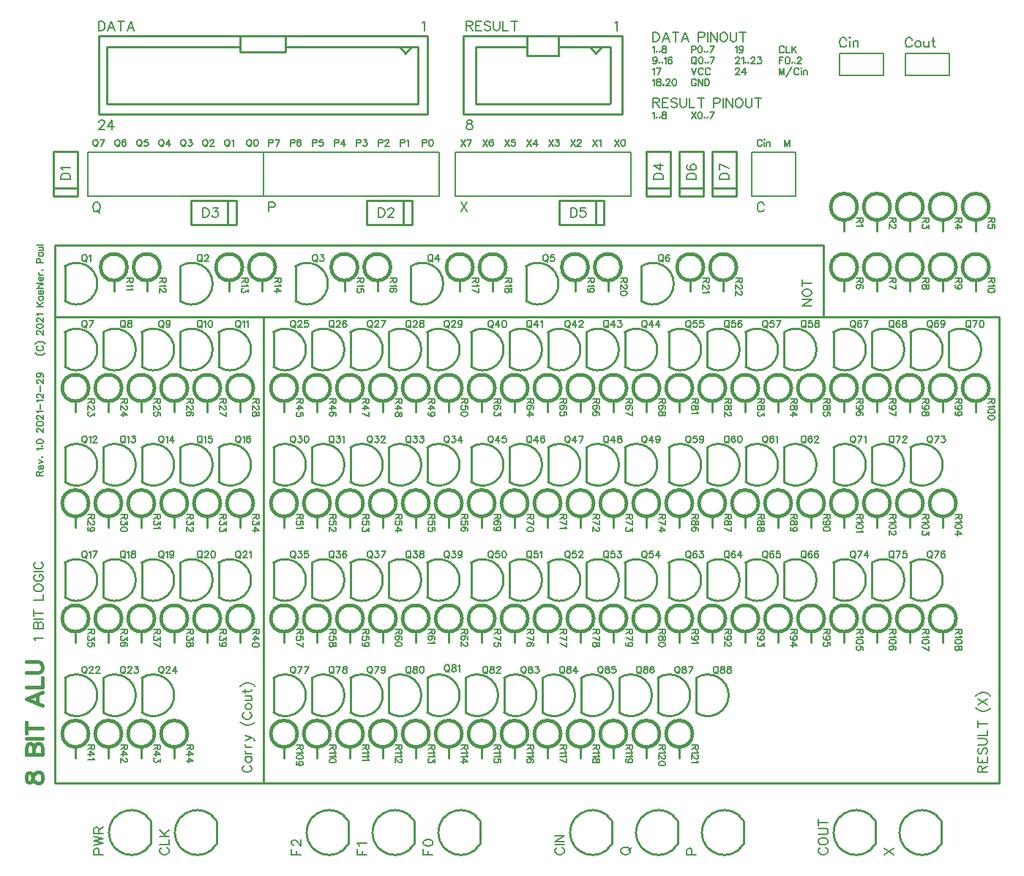
<source format=gto>
G04 Layer: TopSilkLayer*
G04 EasyEDA v6.4.25, 2021-12-30T01:49:16+01:00*
G04 4773aac788784ad1aa91dadde69bcb95,bb3cfcbffc6840158e79d7648404357e,10*
G04 Gerber Generator version 0.2*
G04 Scale: 100 percent, Rotated: No, Reflected: No *
G04 Dimensions in millimeters *
G04 leading zeros omitted , absolute positions ,4 integer and 5 decimal *
%FSLAX45Y45*%
%MOMM*%

%ADD10C,0.2540*%
%ADD22C,0.2032*%
%ADD23C,0.2030*%
%ADD24C,0.3810*%
%ADD25C,0.1520*%
%ADD26C,0.1524*%
%ADD27C,0.4000*%

%LPD*%
D25*
X5270500Y8526271D02*
G01*
X5321300Y8449818D01*
X5321300Y8526271D02*
G01*
X5270500Y8449818D01*
X5396229Y8526271D02*
G01*
X5359908Y8449818D01*
X5345429Y8526271D02*
G01*
X5396229Y8526271D01*
X5524500Y8526271D02*
G01*
X5575300Y8449818D01*
X5575300Y8526271D02*
G01*
X5524500Y8449818D01*
X5643118Y8515350D02*
G01*
X5639308Y8522715D01*
X5628386Y8526271D01*
X5621274Y8526271D01*
X5610352Y8522715D01*
X5602986Y8511794D01*
X5599429Y8493505D01*
X5599429Y8475218D01*
X5602986Y8460739D01*
X5610352Y8453374D01*
X5621274Y8449818D01*
X5624829Y8449818D01*
X5635752Y8453374D01*
X5643118Y8460739D01*
X5646674Y8471662D01*
X5646674Y8475218D01*
X5643118Y8486139D01*
X5635752Y8493505D01*
X5624829Y8497062D01*
X5621274Y8497062D01*
X5610352Y8493505D01*
X5602986Y8486139D01*
X5599429Y8475218D01*
X5778500Y8526271D02*
G01*
X5829300Y8449818D01*
X5829300Y8526271D02*
G01*
X5778500Y8449818D01*
X5897118Y8526271D02*
G01*
X5860795Y8526271D01*
X5856986Y8493505D01*
X5860795Y8497062D01*
X5871463Y8500871D01*
X5882386Y8500871D01*
X5893308Y8497062D01*
X5900674Y8489950D01*
X5904229Y8479028D01*
X5904229Y8471662D01*
X5900674Y8460739D01*
X5893308Y8453374D01*
X5882386Y8449818D01*
X5871463Y8449818D01*
X5860795Y8453374D01*
X5856986Y8457184D01*
X5853429Y8464295D01*
X6032500Y8526271D02*
G01*
X6083300Y8449818D01*
X6083300Y8526271D02*
G01*
X6032500Y8449818D01*
X6143752Y8526271D02*
G01*
X6107429Y8475218D01*
X6162040Y8475218D01*
X6143752Y8526271D02*
G01*
X6143752Y8449818D01*
X6286500Y8526271D02*
G01*
X6337300Y8449818D01*
X6337300Y8526271D02*
G01*
X6286500Y8449818D01*
X6368795Y8526271D02*
G01*
X6408674Y8526271D01*
X6386829Y8497062D01*
X6397752Y8497062D01*
X6405118Y8493505D01*
X6408674Y8489950D01*
X6412229Y8479028D01*
X6412229Y8471662D01*
X6408674Y8460739D01*
X6401308Y8453374D01*
X6390386Y8449818D01*
X6379463Y8449818D01*
X6368795Y8453374D01*
X6364986Y8457184D01*
X6361429Y8464295D01*
X6540500Y8526271D02*
G01*
X6591300Y8449818D01*
X6591300Y8526271D02*
G01*
X6540500Y8449818D01*
X6618986Y8507984D02*
G01*
X6618986Y8511794D01*
X6622795Y8518905D01*
X6626352Y8522715D01*
X6633463Y8526271D01*
X6648195Y8526271D01*
X6655308Y8522715D01*
X6659118Y8518905D01*
X6662674Y8511794D01*
X6662674Y8504428D01*
X6659118Y8497062D01*
X6651752Y8486139D01*
X6615429Y8449818D01*
X6666229Y8449818D01*
X6794500Y8526271D02*
G01*
X6845300Y8449818D01*
X6845300Y8526271D02*
G01*
X6794500Y8449818D01*
X6869429Y8511794D02*
G01*
X6876795Y8515350D01*
X6887463Y8526271D01*
X6887463Y8449818D01*
X7048500Y8526271D02*
G01*
X7099300Y8449818D01*
X7099300Y8526271D02*
G01*
X7048500Y8449818D01*
X7145274Y8526271D02*
G01*
X7134352Y8522715D01*
X7126986Y8511794D01*
X7123429Y8493505D01*
X7123429Y8482584D01*
X7126986Y8464295D01*
X7134352Y8453374D01*
X7145274Y8449818D01*
X7152386Y8449818D01*
X7163308Y8453374D01*
X7170674Y8464295D01*
X7174229Y8482584D01*
X7174229Y8493505D01*
X7170674Y8511794D01*
X7163308Y8522715D01*
X7152386Y8526271D01*
X7145274Y8526271D01*
X4826000Y8526271D02*
G01*
X4826000Y8449818D01*
X4826000Y8526271D02*
G01*
X4858765Y8526271D01*
X4869688Y8522715D01*
X4873243Y8518905D01*
X4876800Y8511794D01*
X4876800Y8500871D01*
X4873243Y8493505D01*
X4869688Y8489950D01*
X4858765Y8486139D01*
X4826000Y8486139D01*
X4922774Y8526271D02*
G01*
X4911852Y8522715D01*
X4904486Y8511794D01*
X4900929Y8493505D01*
X4900929Y8482584D01*
X4904486Y8464295D01*
X4911852Y8453374D01*
X4922774Y8449818D01*
X4929886Y8449818D01*
X4940808Y8453374D01*
X4948174Y8464295D01*
X4951729Y8482584D01*
X4951729Y8493505D01*
X4948174Y8511794D01*
X4940808Y8522715D01*
X4929886Y8526271D01*
X4922774Y8526271D01*
X4572000Y8526271D02*
G01*
X4572000Y8449818D01*
X4572000Y8526271D02*
G01*
X4604765Y8526271D01*
X4615688Y8522715D01*
X4619243Y8518905D01*
X4622800Y8511794D01*
X4622800Y8500871D01*
X4619243Y8493505D01*
X4615688Y8489950D01*
X4604765Y8486139D01*
X4572000Y8486139D01*
X4646929Y8511794D02*
G01*
X4654295Y8515350D01*
X4664963Y8526271D01*
X4664963Y8449818D01*
X4318000Y8526271D02*
G01*
X4318000Y8449818D01*
X4318000Y8526271D02*
G01*
X4350765Y8526271D01*
X4361688Y8522715D01*
X4365243Y8518905D01*
X4368800Y8511794D01*
X4368800Y8500871D01*
X4365243Y8493505D01*
X4361688Y8489950D01*
X4350765Y8486139D01*
X4318000Y8486139D01*
X4396486Y8507984D02*
G01*
X4396486Y8511794D01*
X4400295Y8518905D01*
X4403852Y8522715D01*
X4410963Y8526271D01*
X4425695Y8526271D01*
X4432808Y8522715D01*
X4436618Y8518905D01*
X4440174Y8511794D01*
X4440174Y8504428D01*
X4436618Y8497062D01*
X4429252Y8486139D01*
X4392929Y8449818D01*
X4443729Y8449818D01*
X4064000Y8526271D02*
G01*
X4064000Y8449818D01*
X4064000Y8526271D02*
G01*
X4096765Y8526271D01*
X4107688Y8522715D01*
X4111243Y8518905D01*
X4114800Y8511794D01*
X4114800Y8500871D01*
X4111243Y8493505D01*
X4107688Y8489950D01*
X4096765Y8486139D01*
X4064000Y8486139D01*
X4146295Y8526271D02*
G01*
X4186174Y8526271D01*
X4164329Y8497062D01*
X4175252Y8497062D01*
X4182618Y8493505D01*
X4186174Y8489950D01*
X4189729Y8479028D01*
X4189729Y8471662D01*
X4186174Y8460739D01*
X4178808Y8453374D01*
X4167886Y8449818D01*
X4156963Y8449818D01*
X4146295Y8453374D01*
X4142486Y8457184D01*
X4138929Y8464295D01*
X3810000Y8526271D02*
G01*
X3810000Y8449818D01*
X3810000Y8526271D02*
G01*
X3842765Y8526271D01*
X3853688Y8522715D01*
X3857243Y8518905D01*
X3860800Y8511794D01*
X3860800Y8500871D01*
X3857243Y8493505D01*
X3853688Y8489950D01*
X3842765Y8486139D01*
X3810000Y8486139D01*
X3921252Y8526271D02*
G01*
X3884929Y8475218D01*
X3939540Y8475218D01*
X3921252Y8526271D02*
G01*
X3921252Y8449818D01*
X3556000Y8526271D02*
G01*
X3556000Y8449818D01*
X3556000Y8526271D02*
G01*
X3588765Y8526271D01*
X3599688Y8522715D01*
X3603243Y8518905D01*
X3606800Y8511794D01*
X3606800Y8500871D01*
X3603243Y8493505D01*
X3599688Y8489950D01*
X3588765Y8486139D01*
X3556000Y8486139D01*
X3674618Y8526271D02*
G01*
X3638295Y8526271D01*
X3634486Y8493505D01*
X3638295Y8497062D01*
X3648963Y8500871D01*
X3659886Y8500871D01*
X3670808Y8497062D01*
X3678174Y8489950D01*
X3681729Y8479028D01*
X3681729Y8471662D01*
X3678174Y8460739D01*
X3670808Y8453374D01*
X3659886Y8449818D01*
X3648963Y8449818D01*
X3638295Y8453374D01*
X3634486Y8457184D01*
X3630929Y8464295D01*
X3302000Y8526271D02*
G01*
X3302000Y8449818D01*
X3302000Y8526271D02*
G01*
X3334765Y8526271D01*
X3345688Y8522715D01*
X3349243Y8518905D01*
X3352800Y8511794D01*
X3352800Y8500871D01*
X3349243Y8493505D01*
X3345688Y8489950D01*
X3334765Y8486139D01*
X3302000Y8486139D01*
X3420618Y8515350D02*
G01*
X3416808Y8522715D01*
X3405886Y8526271D01*
X3398774Y8526271D01*
X3387852Y8522715D01*
X3380486Y8511794D01*
X3376929Y8493505D01*
X3376929Y8475218D01*
X3380486Y8460739D01*
X3387852Y8453374D01*
X3398774Y8449818D01*
X3402329Y8449818D01*
X3413252Y8453374D01*
X3420618Y8460739D01*
X3424174Y8471662D01*
X3424174Y8475218D01*
X3420618Y8486139D01*
X3413252Y8493505D01*
X3402329Y8497062D01*
X3398774Y8497062D01*
X3387852Y8493505D01*
X3380486Y8486139D01*
X3376929Y8475218D01*
X3048000Y8526271D02*
G01*
X3048000Y8449818D01*
X3048000Y8526271D02*
G01*
X3080765Y8526271D01*
X3091688Y8522715D01*
X3095243Y8518905D01*
X3098800Y8511794D01*
X3098800Y8500871D01*
X3095243Y8493505D01*
X3091688Y8489950D01*
X3080765Y8486139D01*
X3048000Y8486139D01*
X3173729Y8526271D02*
G01*
X3137408Y8449818D01*
X3122929Y8526271D02*
G01*
X3173729Y8526271D01*
X2815843Y8526271D02*
G01*
X2808477Y8522715D01*
X2801365Y8515350D01*
X2797556Y8507984D01*
X2794000Y8497062D01*
X2794000Y8479028D01*
X2797556Y8468105D01*
X2801365Y8460739D01*
X2808477Y8453374D01*
X2815843Y8449818D01*
X2830322Y8449818D01*
X2837688Y8453374D01*
X2844800Y8460739D01*
X2848609Y8468105D01*
X2852165Y8479028D01*
X2852165Y8497062D01*
X2848609Y8507984D01*
X2844800Y8515350D01*
X2837688Y8522715D01*
X2830322Y8526271D01*
X2815843Y8526271D01*
X2826765Y8464295D02*
G01*
X2848609Y8442705D01*
X2897886Y8526271D02*
G01*
X2886963Y8522715D01*
X2879852Y8511794D01*
X2876295Y8493505D01*
X2876295Y8482584D01*
X2879852Y8464295D01*
X2886963Y8453374D01*
X2897886Y8449818D01*
X2905252Y8449818D01*
X2916174Y8453374D01*
X2923540Y8464295D01*
X2927095Y8482584D01*
X2927095Y8493505D01*
X2923540Y8511794D01*
X2916174Y8522715D01*
X2905252Y8526271D01*
X2897886Y8526271D01*
X2561843Y8526271D02*
G01*
X2554477Y8522715D01*
X2547365Y8515350D01*
X2543556Y8507984D01*
X2540000Y8497062D01*
X2540000Y8479028D01*
X2543556Y8468105D01*
X2547365Y8460739D01*
X2554477Y8453374D01*
X2561843Y8449818D01*
X2576322Y8449818D01*
X2583688Y8453374D01*
X2590800Y8460739D01*
X2594609Y8468105D01*
X2598165Y8479028D01*
X2598165Y8497062D01*
X2594609Y8507984D01*
X2590800Y8515350D01*
X2583688Y8522715D01*
X2576322Y8526271D01*
X2561843Y8526271D01*
X2572765Y8464295D02*
G01*
X2594609Y8442705D01*
X2622295Y8511794D02*
G01*
X2629408Y8515350D01*
X2640329Y8526271D01*
X2640329Y8449818D01*
X2307843Y8526271D02*
G01*
X2300477Y8522715D01*
X2293365Y8515350D01*
X2289556Y8507984D01*
X2286000Y8497062D01*
X2286000Y8479028D01*
X2289556Y8468105D01*
X2293365Y8460739D01*
X2300477Y8453374D01*
X2307843Y8449818D01*
X2322322Y8449818D01*
X2329688Y8453374D01*
X2336800Y8460739D01*
X2340609Y8468105D01*
X2344165Y8479028D01*
X2344165Y8497062D01*
X2340609Y8507984D01*
X2336800Y8515350D01*
X2329688Y8522715D01*
X2322322Y8526271D01*
X2307843Y8526271D01*
X2318765Y8464295D02*
G01*
X2340609Y8442705D01*
X2371852Y8507984D02*
G01*
X2371852Y8511794D01*
X2375408Y8518905D01*
X2378963Y8522715D01*
X2386329Y8526271D01*
X2400808Y8526271D01*
X2408174Y8522715D01*
X2411729Y8518905D01*
X2415540Y8511794D01*
X2415540Y8504428D01*
X2411729Y8497062D01*
X2404618Y8486139D01*
X2368295Y8449818D01*
X2419095Y8449818D01*
X2053843Y8526271D02*
G01*
X2046477Y8522715D01*
X2039365Y8515350D01*
X2035556Y8507984D01*
X2032000Y8497062D01*
X2032000Y8479028D01*
X2035556Y8468105D01*
X2039365Y8460739D01*
X2046477Y8453374D01*
X2053843Y8449818D01*
X2068322Y8449818D01*
X2075688Y8453374D01*
X2082800Y8460739D01*
X2086609Y8468105D01*
X2090165Y8479028D01*
X2090165Y8497062D01*
X2086609Y8507984D01*
X2082800Y8515350D01*
X2075688Y8522715D01*
X2068322Y8526271D01*
X2053843Y8526271D01*
X2064765Y8464295D02*
G01*
X2086609Y8442705D01*
X2121408Y8526271D02*
G01*
X2161540Y8526271D01*
X2139695Y8497062D01*
X2150618Y8497062D01*
X2157729Y8493505D01*
X2161540Y8489950D01*
X2165095Y8479028D01*
X2165095Y8471662D01*
X2161540Y8460739D01*
X2154174Y8453374D01*
X2143252Y8449818D01*
X2132329Y8449818D01*
X2121408Y8453374D01*
X2117852Y8457184D01*
X2114295Y8464295D01*
X1799844Y8526271D02*
G01*
X1792478Y8522715D01*
X1785365Y8515350D01*
X1781555Y8507984D01*
X1778000Y8497062D01*
X1778000Y8479028D01*
X1781555Y8468105D01*
X1785365Y8460739D01*
X1792478Y8453374D01*
X1799844Y8449818D01*
X1814321Y8449818D01*
X1821687Y8453374D01*
X1828800Y8460739D01*
X1832610Y8468105D01*
X1836165Y8479028D01*
X1836165Y8497062D01*
X1832610Y8507984D01*
X1828800Y8515350D01*
X1821687Y8522715D01*
X1814321Y8526271D01*
X1799844Y8526271D01*
X1810765Y8464295D02*
G01*
X1832610Y8442705D01*
X1896618Y8526271D02*
G01*
X1860295Y8475218D01*
X1914652Y8475218D01*
X1896618Y8526271D02*
G01*
X1896618Y8449818D01*
X1545844Y8526271D02*
G01*
X1538478Y8522715D01*
X1531365Y8515350D01*
X1527555Y8507984D01*
X1524000Y8497062D01*
X1524000Y8479028D01*
X1527555Y8468105D01*
X1531365Y8460739D01*
X1538478Y8453374D01*
X1545844Y8449818D01*
X1560321Y8449818D01*
X1567687Y8453374D01*
X1574800Y8460739D01*
X1578610Y8468105D01*
X1582165Y8479028D01*
X1582165Y8497062D01*
X1578610Y8507984D01*
X1574800Y8515350D01*
X1567687Y8522715D01*
X1560321Y8526271D01*
X1545844Y8526271D01*
X1556765Y8464295D02*
G01*
X1578610Y8442705D01*
X1649729Y8526271D02*
G01*
X1613407Y8526271D01*
X1609852Y8493505D01*
X1613407Y8497062D01*
X1624329Y8500871D01*
X1635252Y8500871D01*
X1646173Y8497062D01*
X1653539Y8489950D01*
X1657095Y8479028D01*
X1657095Y8471662D01*
X1653539Y8460739D01*
X1646173Y8453374D01*
X1635252Y8449818D01*
X1624329Y8449818D01*
X1613407Y8453374D01*
X1609852Y8457184D01*
X1606295Y8464295D01*
X1291844Y8526271D02*
G01*
X1284478Y8522715D01*
X1277365Y8515350D01*
X1273555Y8507984D01*
X1270000Y8497062D01*
X1270000Y8479028D01*
X1273555Y8468105D01*
X1277365Y8460739D01*
X1284478Y8453374D01*
X1291844Y8449818D01*
X1306321Y8449818D01*
X1313687Y8453374D01*
X1320800Y8460739D01*
X1324610Y8468105D01*
X1328165Y8479028D01*
X1328165Y8497062D01*
X1324610Y8507984D01*
X1320800Y8515350D01*
X1313687Y8522715D01*
X1306321Y8526271D01*
X1291844Y8526271D01*
X1302765Y8464295D02*
G01*
X1324610Y8442705D01*
X1395729Y8515350D02*
G01*
X1392173Y8522715D01*
X1381252Y8526271D01*
X1373886Y8526271D01*
X1362963Y8522715D01*
X1355852Y8511794D01*
X1352295Y8493505D01*
X1352295Y8475218D01*
X1355852Y8460739D01*
X1362963Y8453374D01*
X1373886Y8449818D01*
X1377695Y8449818D01*
X1388618Y8453374D01*
X1395729Y8460739D01*
X1399539Y8471662D01*
X1399539Y8475218D01*
X1395729Y8486139D01*
X1388618Y8493505D01*
X1377695Y8497062D01*
X1373886Y8497062D01*
X1362963Y8493505D01*
X1355852Y8486139D01*
X1352295Y8475218D01*
X1037844Y8526271D02*
G01*
X1030478Y8522715D01*
X1023365Y8515350D01*
X1019555Y8507984D01*
X1016000Y8497062D01*
X1016000Y8479028D01*
X1019555Y8468105D01*
X1023365Y8460739D01*
X1030478Y8453374D01*
X1037844Y8449818D01*
X1052321Y8449818D01*
X1059687Y8453374D01*
X1066800Y8460739D01*
X1070610Y8468105D01*
X1074165Y8479028D01*
X1074165Y8497062D01*
X1070610Y8507984D01*
X1066800Y8515350D01*
X1059687Y8522715D01*
X1052321Y8526271D01*
X1037844Y8526271D01*
X1048765Y8464295D02*
G01*
X1070610Y8442705D01*
X1149095Y8526271D02*
G01*
X1112773Y8449818D01*
X1098295Y8526271D02*
G01*
X1149095Y8526271D01*
X8754109Y8507984D02*
G01*
X8750300Y8515350D01*
X8743188Y8522715D01*
X8735822Y8526271D01*
X8721343Y8526271D01*
X8713977Y8522715D01*
X8706865Y8515350D01*
X8703056Y8507984D01*
X8699500Y8497062D01*
X8699500Y8479028D01*
X8703056Y8468105D01*
X8706865Y8460739D01*
X8713977Y8453374D01*
X8721343Y8449818D01*
X8735822Y8449818D01*
X8743188Y8453374D01*
X8750300Y8460739D01*
X8754109Y8468105D01*
X8777986Y8526271D02*
G01*
X8781795Y8522715D01*
X8785352Y8526271D01*
X8781795Y8529828D01*
X8777986Y8526271D01*
X8781795Y8500871D02*
G01*
X8781795Y8449818D01*
X8809227Y8500871D02*
G01*
X8809227Y8449818D01*
X8809227Y8486139D02*
G01*
X8820150Y8497062D01*
X8827515Y8500871D01*
X8838438Y8500871D01*
X8845804Y8497062D01*
X8849359Y8486139D01*
X8849359Y8449818D01*
X9017000Y8526271D02*
G01*
X9017000Y8449818D01*
X9017000Y8526271D02*
G01*
X9046209Y8449818D01*
X9075165Y8526271D02*
G01*
X9046209Y8449818D01*
X9075165Y8526271D02*
G01*
X9075165Y8449818D01*
X7493000Y9767315D02*
G01*
X7493000Y9658350D01*
X7493000Y9767315D02*
G01*
X7529322Y9767315D01*
X7545070Y9762236D01*
X7555229Y9751821D01*
X7560563Y9741408D01*
X7565643Y9725660D01*
X7565643Y9699752D01*
X7560563Y9684258D01*
X7555229Y9673844D01*
X7545070Y9663429D01*
X7529322Y9658350D01*
X7493000Y9658350D01*
X7641590Y9767315D02*
G01*
X7599934Y9658350D01*
X7641590Y9767315D02*
G01*
X7683245Y9658350D01*
X7615681Y9694671D02*
G01*
X7667497Y9694671D01*
X7753858Y9767315D02*
G01*
X7753858Y9658350D01*
X7717536Y9767315D02*
G01*
X7790179Y9767315D01*
X7866125Y9767315D02*
G01*
X7824470Y9658350D01*
X7866125Y9767315D02*
G01*
X7907527Y9658350D01*
X7839963Y9694671D02*
G01*
X7892034Y9694671D01*
X8021827Y9767315D02*
G01*
X8021827Y9658350D01*
X8021827Y9767315D02*
G01*
X8068563Y9767315D01*
X8084311Y9762236D01*
X8089391Y9756902D01*
X8094725Y9746487D01*
X8094725Y9730994D01*
X8089391Y9720579D01*
X8084311Y9715500D01*
X8068563Y9710165D01*
X8021827Y9710165D01*
X8129015Y9767315D02*
G01*
X8129015Y9658350D01*
X8163306Y9767315D02*
G01*
X8163306Y9658350D01*
X8163306Y9767315D02*
G01*
X8235950Y9658350D01*
X8235950Y9767315D02*
G01*
X8235950Y9658350D01*
X8301481Y9767315D02*
G01*
X8291068Y9762236D01*
X8280654Y9751821D01*
X8275320Y9741408D01*
X8270240Y9725660D01*
X8270240Y9699752D01*
X8275320Y9684258D01*
X8280654Y9673844D01*
X8291068Y9663429D01*
X8301481Y9658350D01*
X8322309Y9658350D01*
X8332470Y9663429D01*
X8342884Y9673844D01*
X8348218Y9684258D01*
X8353297Y9699752D01*
X8353297Y9725660D01*
X8348218Y9741408D01*
X8342884Y9751821D01*
X8332470Y9762236D01*
X8322309Y9767315D01*
X8301481Y9767315D01*
X8387588Y9767315D02*
G01*
X8387588Y9689337D01*
X8392922Y9673844D01*
X8403336Y9663429D01*
X8418829Y9658350D01*
X8429243Y9658350D01*
X8444738Y9663429D01*
X8455152Y9673844D01*
X8460486Y9689337D01*
X8460486Y9767315D01*
X8531097Y9767315D02*
G01*
X8531097Y9658350D01*
X8494775Y9767315D02*
G01*
X8567420Y9767315D01*
X7493000Y9591294D02*
G01*
X7500365Y9594850D01*
X7511288Y9605771D01*
X7511288Y9529318D01*
X7538720Y9547605D02*
G01*
X7535163Y9543795D01*
X7538720Y9540239D01*
X7542529Y9543795D01*
X7538720Y9547605D01*
X7570215Y9547605D02*
G01*
X7566406Y9543795D01*
X7570215Y9540239D01*
X7573772Y9543795D01*
X7570215Y9547605D01*
X7615936Y9605771D02*
G01*
X7605013Y9602215D01*
X7601458Y9594850D01*
X7601458Y9587484D01*
X7605013Y9580371D01*
X7612379Y9576562D01*
X7626858Y9573005D01*
X7637779Y9569450D01*
X7644891Y9562084D01*
X7648702Y9554718D01*
X7648702Y9543795D01*
X7644891Y9536684D01*
X7641336Y9532874D01*
X7630413Y9529318D01*
X7615936Y9529318D01*
X7605013Y9532874D01*
X7601458Y9536684D01*
X7597647Y9543795D01*
X7597647Y9554718D01*
X7601458Y9562084D01*
X7608570Y9569450D01*
X7619491Y9573005D01*
X7633970Y9576562D01*
X7641336Y9580371D01*
X7644891Y9587484D01*
X7644891Y9594850D01*
X7641336Y9602215D01*
X7630413Y9605771D01*
X7615936Y9605771D01*
D26*
X4826000Y9873487D02*
G01*
X4836413Y9878821D01*
X4851908Y9894315D01*
X4851908Y9785350D01*
X1084579Y8725408D02*
G01*
X1084579Y8730487D01*
X1089913Y8740902D01*
X1094994Y8746236D01*
X1105407Y8751315D01*
X1126236Y8751315D01*
X1136650Y8746236D01*
X1141729Y8740902D01*
X1147063Y8730487D01*
X1147063Y8720074D01*
X1141729Y8709660D01*
X1131570Y8694165D01*
X1079500Y8642350D01*
X1152144Y8642350D01*
X1238504Y8751315D02*
G01*
X1186434Y8678671D01*
X1264412Y8678671D01*
X1238504Y8751315D02*
G01*
X1238504Y8642350D01*
X5359908Y8751315D02*
G01*
X5344413Y8746236D01*
X5339079Y8735821D01*
X5339079Y8725408D01*
X5344413Y8714994D01*
X5354827Y8709660D01*
X5375656Y8704579D01*
X5391150Y8699500D01*
X5401563Y8689086D01*
X5406643Y8678671D01*
X5406643Y8662924D01*
X5401563Y8652510D01*
X5396229Y8647429D01*
X5380736Y8642350D01*
X5359908Y8642350D01*
X5344413Y8647429D01*
X5339079Y8652510D01*
X5334000Y8662924D01*
X5334000Y8678671D01*
X5339079Y8689086D01*
X5349493Y8699500D01*
X5365241Y8704579D01*
X5386070Y8709660D01*
X5396229Y8714994D01*
X5401563Y8725408D01*
X5401563Y8735821D01*
X5396229Y8746236D01*
X5380736Y8751315D01*
X5359908Y8751315D01*
X7048500Y9873487D02*
G01*
X7058913Y9878821D01*
X7074408Y9894315D01*
X7074408Y9785350D01*
D25*
X7540243Y9453371D02*
G01*
X7536688Y9442450D01*
X7529322Y9435084D01*
X7518400Y9431528D01*
X7514843Y9431528D01*
X7503922Y9435084D01*
X7496556Y9442450D01*
X7493000Y9453371D01*
X7493000Y9456928D01*
X7496556Y9467850D01*
X7503922Y9475215D01*
X7514843Y9478771D01*
X7518400Y9478771D01*
X7529322Y9475215D01*
X7536688Y9467850D01*
X7540243Y9453371D01*
X7540243Y9435084D01*
X7536688Y9416795D01*
X7529322Y9405874D01*
X7518400Y9402318D01*
X7511288Y9402318D01*
X7500365Y9405874D01*
X7496556Y9413239D01*
X7567929Y9420605D02*
G01*
X7564374Y9416795D01*
X7567929Y9413239D01*
X7571486Y9416795D01*
X7567929Y9420605D01*
X7599172Y9420605D02*
G01*
X7595615Y9416795D01*
X7599172Y9413239D01*
X7602727Y9416795D01*
X7599172Y9420605D01*
X7626858Y9464294D02*
G01*
X7633970Y9467850D01*
X7644891Y9478771D01*
X7644891Y9402318D01*
X7712709Y9467850D02*
G01*
X7708900Y9475215D01*
X7697977Y9478771D01*
X7690865Y9478771D01*
X7679943Y9475215D01*
X7672577Y9464294D01*
X7669022Y9446005D01*
X7669022Y9427718D01*
X7672577Y9413239D01*
X7679943Y9405874D01*
X7690865Y9402318D01*
X7694422Y9402318D01*
X7705343Y9405874D01*
X7712709Y9413239D01*
X7716265Y9424162D01*
X7716265Y9427718D01*
X7712709Y9438639D01*
X7705343Y9446005D01*
X7694422Y9449562D01*
X7690865Y9449562D01*
X7679943Y9446005D01*
X7672577Y9438639D01*
X7669022Y9427718D01*
X7493000Y9337294D02*
G01*
X7500365Y9340850D01*
X7511288Y9351771D01*
X7511288Y9275318D01*
X7585963Y9351771D02*
G01*
X7549641Y9275318D01*
X7535163Y9351771D02*
G01*
X7585963Y9351771D01*
X7937500Y9605771D02*
G01*
X7937500Y9529318D01*
X7937500Y9605771D02*
G01*
X7970265Y9605771D01*
X7981188Y9602215D01*
X7984743Y9598405D01*
X7988300Y9591294D01*
X7988300Y9580371D01*
X7984743Y9573005D01*
X7981188Y9569450D01*
X7970265Y9565639D01*
X7937500Y9565639D01*
X8034274Y9605771D02*
G01*
X8023352Y9602215D01*
X8015986Y9591294D01*
X8012429Y9573005D01*
X8012429Y9562084D01*
X8015986Y9543795D01*
X8023352Y9532874D01*
X8034274Y9529318D01*
X8041386Y9529318D01*
X8052308Y9532874D01*
X8059674Y9543795D01*
X8063229Y9562084D01*
X8063229Y9573005D01*
X8059674Y9591294D01*
X8052308Y9602215D01*
X8041386Y9605771D01*
X8034274Y9605771D01*
X8090915Y9547605D02*
G01*
X8087359Y9543795D01*
X8090915Y9540239D01*
X8094472Y9543795D01*
X8090915Y9547605D01*
X8122158Y9547605D02*
G01*
X8118602Y9543795D01*
X8122158Y9540239D01*
X8125968Y9543795D01*
X8122158Y9547605D01*
X8200897Y9605771D02*
G01*
X8164322Y9529318D01*
X8149843Y9605771D02*
G01*
X8200897Y9605771D01*
X7959343Y9478771D02*
G01*
X7951977Y9475215D01*
X7944865Y9467850D01*
X7941056Y9460484D01*
X7937500Y9449562D01*
X7937500Y9431528D01*
X7941056Y9420605D01*
X7944865Y9413239D01*
X7951977Y9405874D01*
X7959343Y9402318D01*
X7973822Y9402318D01*
X7981188Y9405874D01*
X7988300Y9413239D01*
X7992109Y9420605D01*
X7995665Y9431528D01*
X7995665Y9449562D01*
X7992109Y9460484D01*
X7988300Y9467850D01*
X7981188Y9475215D01*
X7973822Y9478771D01*
X7959343Y9478771D01*
X7970265Y9416795D02*
G01*
X7992109Y9395205D01*
X8041386Y9478771D02*
G01*
X8030463Y9475215D01*
X8023352Y9464294D01*
X8019795Y9446005D01*
X8019795Y9435084D01*
X8023352Y9416795D01*
X8030463Y9405874D01*
X8041386Y9402318D01*
X8048752Y9402318D01*
X8059674Y9405874D01*
X8067040Y9416795D01*
X8070595Y9435084D01*
X8070595Y9446005D01*
X8067040Y9464294D01*
X8059674Y9475215D01*
X8048752Y9478771D01*
X8041386Y9478771D01*
X8098281Y9420605D02*
G01*
X8094472Y9416795D01*
X8098281Y9413239D01*
X8101838Y9416795D01*
X8098281Y9420605D01*
X8129524Y9420605D02*
G01*
X8125968Y9416795D01*
X8129524Y9413239D01*
X8133079Y9416795D01*
X8129524Y9420605D01*
X8208009Y9478771D02*
G01*
X8171688Y9402318D01*
X8157209Y9478771D02*
G01*
X8208009Y9478771D01*
X7937500Y9351771D02*
G01*
X7966709Y9275318D01*
X7995665Y9351771D02*
G01*
X7966709Y9275318D01*
X8074152Y9333484D02*
G01*
X8070595Y9340850D01*
X8063229Y9348215D01*
X8056118Y9351771D01*
X8041386Y9351771D01*
X8034274Y9348215D01*
X8026908Y9340850D01*
X8023352Y9333484D01*
X8019795Y9322562D01*
X8019795Y9304528D01*
X8023352Y9293605D01*
X8026908Y9286239D01*
X8034274Y9278874D01*
X8041386Y9275318D01*
X8056118Y9275318D01*
X8063229Y9278874D01*
X8070595Y9286239D01*
X8074152Y9293605D01*
X8152891Y9333484D02*
G01*
X8149081Y9340850D01*
X8141970Y9348215D01*
X8134604Y9351771D01*
X8120125Y9351771D01*
X8112759Y9348215D01*
X8105393Y9340850D01*
X8101838Y9333484D01*
X8098281Y9322562D01*
X8098281Y9304528D01*
X8101838Y9293605D01*
X8105393Y9286239D01*
X8112759Y9278874D01*
X8120125Y9275318D01*
X8134604Y9275318D01*
X8141970Y9278874D01*
X8149081Y9286239D01*
X8152891Y9293605D01*
X7992109Y9206484D02*
G01*
X7988300Y9213850D01*
X7981188Y9221215D01*
X7973822Y9224771D01*
X7959343Y9224771D01*
X7951977Y9221215D01*
X7944865Y9213850D01*
X7941056Y9206484D01*
X7937500Y9195562D01*
X7937500Y9177528D01*
X7941056Y9166605D01*
X7944865Y9159239D01*
X7951977Y9151874D01*
X7959343Y9148318D01*
X7973822Y9148318D01*
X7981188Y9151874D01*
X7988300Y9159239D01*
X7992109Y9166605D01*
X7992109Y9177528D01*
X7973822Y9177528D02*
G01*
X7992109Y9177528D01*
X8015986Y9224771D02*
G01*
X8015986Y9148318D01*
X8015986Y9224771D02*
G01*
X8067040Y9148318D01*
X8067040Y9224771D02*
G01*
X8067040Y9148318D01*
X8090915Y9224771D02*
G01*
X8090915Y9148318D01*
X8090915Y9224771D02*
G01*
X8116315Y9224771D01*
X8127238Y9221215D01*
X8134604Y9213850D01*
X8138159Y9206484D01*
X8141970Y9195562D01*
X8141970Y9177528D01*
X8138159Y9166605D01*
X8134604Y9159239D01*
X8127238Y9151874D01*
X8116315Y9148318D01*
X8090915Y9148318D01*
X7493000Y9210294D02*
G01*
X7500365Y9213850D01*
X7511288Y9224771D01*
X7511288Y9148318D01*
X7553452Y9224771D02*
G01*
X7542529Y9221215D01*
X7538720Y9213850D01*
X7538720Y9206484D01*
X7542529Y9199371D01*
X7549641Y9195562D01*
X7564374Y9192005D01*
X7575295Y9188450D01*
X7582408Y9181084D01*
X7585963Y9173718D01*
X7585963Y9162795D01*
X7582408Y9155684D01*
X7578852Y9151874D01*
X7567929Y9148318D01*
X7553452Y9148318D01*
X7542529Y9151874D01*
X7538720Y9155684D01*
X7535163Y9162795D01*
X7535163Y9173718D01*
X7538720Y9181084D01*
X7546086Y9188450D01*
X7557008Y9192005D01*
X7571486Y9195562D01*
X7578852Y9199371D01*
X7582408Y9206484D01*
X7582408Y9213850D01*
X7578852Y9221215D01*
X7567929Y9224771D01*
X7553452Y9224771D01*
X7617459Y9162795D02*
G01*
X7613650Y9159239D01*
X7610093Y9162795D01*
X7613650Y9166605D01*
X7617459Y9162795D01*
X7617459Y9155684D01*
X7610093Y9148318D01*
X7644891Y9206484D02*
G01*
X7644891Y9210294D01*
X7648702Y9217405D01*
X7652258Y9221215D01*
X7659624Y9224771D01*
X7674102Y9224771D01*
X7681468Y9221215D01*
X7685024Y9217405D01*
X7688579Y9210294D01*
X7688579Y9202928D01*
X7685024Y9195562D01*
X7677658Y9184639D01*
X7641336Y9148318D01*
X7692390Y9148318D01*
X7738109Y9224771D02*
G01*
X7727188Y9221215D01*
X7719822Y9210294D01*
X7716265Y9192005D01*
X7716265Y9181084D01*
X7719822Y9162795D01*
X7727188Y9151874D01*
X7738109Y9148318D01*
X7745475Y9148318D01*
X7756397Y9151874D01*
X7763509Y9162795D01*
X7767065Y9181084D01*
X7767065Y9192005D01*
X7763509Y9210294D01*
X7756397Y9221215D01*
X7745475Y9224771D01*
X7738109Y9224771D01*
X9008109Y9587484D02*
G01*
X9004300Y9594850D01*
X8997188Y9602215D01*
X8989822Y9605771D01*
X8975343Y9605771D01*
X8967977Y9602215D01*
X8960865Y9594850D01*
X8957056Y9587484D01*
X8953500Y9576562D01*
X8953500Y9558528D01*
X8957056Y9547605D01*
X8960865Y9540239D01*
X8967977Y9532874D01*
X8975343Y9529318D01*
X8989822Y9529318D01*
X8997188Y9532874D01*
X9004300Y9540239D01*
X9008109Y9547605D01*
X9031986Y9605771D02*
G01*
X9031986Y9529318D01*
X9031986Y9529318D02*
G01*
X9075674Y9529318D01*
X9099804Y9605771D02*
G01*
X9099804Y9529318D01*
X9150604Y9605771D02*
G01*
X9099804Y9554718D01*
X9117838Y9573005D02*
G01*
X9150604Y9529318D01*
X8445500Y9591294D02*
G01*
X8452865Y9594850D01*
X8463788Y9605771D01*
X8463788Y9529318D01*
X8534908Y9580371D02*
G01*
X8531352Y9569450D01*
X8523986Y9562084D01*
X8513063Y9558528D01*
X8509508Y9558528D01*
X8498586Y9562084D01*
X8491220Y9569450D01*
X8487663Y9580371D01*
X8487663Y9583928D01*
X8491220Y9594850D01*
X8498586Y9602215D01*
X8509508Y9605771D01*
X8513063Y9605771D01*
X8523986Y9602215D01*
X8531352Y9594850D01*
X8534908Y9580371D01*
X8534908Y9562084D01*
X8531352Y9543795D01*
X8523986Y9532874D01*
X8513063Y9529318D01*
X8505952Y9529318D01*
X8495029Y9532874D01*
X8491220Y9540239D01*
X8953500Y9478771D02*
G01*
X8953500Y9402318D01*
X8953500Y9478771D02*
G01*
X9000743Y9478771D01*
X8953500Y9442450D02*
G01*
X8982709Y9442450D01*
X9046463Y9478771D02*
G01*
X9035795Y9475215D01*
X9028429Y9464294D01*
X9024874Y9446005D01*
X9024874Y9435084D01*
X9028429Y9416795D01*
X9035795Y9405874D01*
X9046463Y9402318D01*
X9053829Y9402318D01*
X9064752Y9405874D01*
X9072118Y9416795D01*
X9075674Y9435084D01*
X9075674Y9446005D01*
X9072118Y9464294D01*
X9064752Y9475215D01*
X9053829Y9478771D01*
X9046463Y9478771D01*
X9103359Y9420605D02*
G01*
X9099804Y9416795D01*
X9103359Y9413239D01*
X9106915Y9416795D01*
X9103359Y9420605D01*
X9134602Y9420605D02*
G01*
X9131045Y9416795D01*
X9134602Y9413239D01*
X9138158Y9416795D01*
X9134602Y9420605D01*
X9165843Y9460484D02*
G01*
X9165843Y9464294D01*
X9169400Y9471405D01*
X9173209Y9475215D01*
X9180322Y9478771D01*
X9195054Y9478771D01*
X9202165Y9475215D01*
X9205975Y9471405D01*
X9209531Y9464294D01*
X9209531Y9456928D01*
X9205975Y9449562D01*
X9198609Y9438639D01*
X9162288Y9402318D01*
X9213088Y9402318D01*
X8449056Y9460484D02*
G01*
X8449056Y9464294D01*
X8452865Y9471405D01*
X8456422Y9475215D01*
X8463788Y9478771D01*
X8478265Y9478771D01*
X8485377Y9475215D01*
X8489188Y9471405D01*
X8492743Y9464294D01*
X8492743Y9456928D01*
X8489188Y9449562D01*
X8481822Y9438639D01*
X8445500Y9402318D01*
X8496300Y9402318D01*
X8520429Y9464294D02*
G01*
X8527795Y9467850D01*
X8538463Y9478771D01*
X8538463Y9402318D01*
X8566150Y9420605D02*
G01*
X8562593Y9416795D01*
X8566150Y9413239D01*
X8569959Y9416795D01*
X8566150Y9420605D01*
X8597391Y9420605D02*
G01*
X8593836Y9416795D01*
X8597391Y9413239D01*
X8601202Y9416795D01*
X8597391Y9420605D01*
X8628888Y9460484D02*
G01*
X8628888Y9464294D01*
X8632443Y9471405D01*
X8636000Y9475215D01*
X8643365Y9478771D01*
X8657843Y9478771D01*
X8665209Y9475215D01*
X8668765Y9471405D01*
X8672322Y9464294D01*
X8672322Y9456928D01*
X8668765Y9449562D01*
X8661400Y9438639D01*
X8625077Y9402318D01*
X8676131Y9402318D01*
X8707374Y9478771D02*
G01*
X8747252Y9478771D01*
X8725408Y9449562D01*
X8736329Y9449562D01*
X8743695Y9446005D01*
X8747252Y9442450D01*
X8751061Y9431528D01*
X8751061Y9424162D01*
X8747252Y9413239D01*
X8740140Y9405874D01*
X8729218Y9402318D01*
X8718295Y9402318D01*
X8707374Y9405874D01*
X8703563Y9409684D01*
X8700008Y9416795D01*
X8449056Y9333484D02*
G01*
X8449056Y9337294D01*
X8452865Y9344405D01*
X8456422Y9348215D01*
X8463788Y9351771D01*
X8478265Y9351771D01*
X8485377Y9348215D01*
X8489188Y9344405D01*
X8492743Y9337294D01*
X8492743Y9329928D01*
X8489188Y9322562D01*
X8481822Y9311639D01*
X8445500Y9275318D01*
X8496300Y9275318D01*
X8556752Y9351771D02*
G01*
X8520429Y9300718D01*
X8575040Y9300718D01*
X8556752Y9351771D02*
G01*
X8556752Y9275318D01*
X8953500Y9351771D02*
G01*
X8953500Y9275318D01*
X8953500Y9351771D02*
G01*
X8982709Y9275318D01*
X9011665Y9351771D02*
G01*
X8982709Y9275318D01*
X9011665Y9351771D02*
G01*
X9011665Y9275318D01*
X9101074Y9366250D02*
G01*
X9035795Y9249918D01*
X9179559Y9333484D02*
G01*
X9176004Y9340850D01*
X9168891Y9348215D01*
X9161525Y9351771D01*
X9147047Y9351771D01*
X9139681Y9348215D01*
X9132315Y9340850D01*
X9128759Y9333484D01*
X9125204Y9322562D01*
X9125204Y9304528D01*
X9128759Y9293605D01*
X9132315Y9286239D01*
X9139681Y9278874D01*
X9147047Y9275318D01*
X9161525Y9275318D01*
X9168891Y9278874D01*
X9176004Y9286239D01*
X9179559Y9293605D01*
X9203690Y9351771D02*
G01*
X9207245Y9348215D01*
X9211056Y9351771D01*
X9207245Y9355328D01*
X9203690Y9351771D01*
X9207245Y9326371D02*
G01*
X9207245Y9275318D01*
X9234931Y9326371D02*
G01*
X9234931Y9275318D01*
X9234931Y9311639D02*
G01*
X9245854Y9322562D01*
X9253220Y9326371D01*
X9264141Y9326371D01*
X9271254Y9322562D01*
X9275063Y9311639D01*
X9275063Y9275318D01*
X7937500Y8843771D02*
G01*
X7988300Y8767318D01*
X7988300Y8843771D02*
G01*
X7937500Y8767318D01*
X8034274Y8843771D02*
G01*
X8023352Y8840215D01*
X8015986Y8829294D01*
X8012429Y8811005D01*
X8012429Y8800084D01*
X8015986Y8781795D01*
X8023352Y8770874D01*
X8034274Y8767318D01*
X8041386Y8767318D01*
X8052308Y8770874D01*
X8059674Y8781795D01*
X8063229Y8800084D01*
X8063229Y8811005D01*
X8059674Y8829294D01*
X8052308Y8840215D01*
X8041386Y8843771D01*
X8034274Y8843771D01*
X8090915Y8785605D02*
G01*
X8087359Y8781795D01*
X8090915Y8778239D01*
X8094472Y8781795D01*
X8090915Y8785605D01*
X8122158Y8785605D02*
G01*
X8118602Y8781795D01*
X8122158Y8778239D01*
X8125968Y8781795D01*
X8122158Y8785605D01*
X8200897Y8843771D02*
G01*
X8164322Y8767318D01*
X8149843Y8843771D02*
G01*
X8200897Y8843771D01*
X7493000Y8829294D02*
G01*
X7500365Y8832850D01*
X7511288Y8843771D01*
X7511288Y8767318D01*
X7538720Y8785605D02*
G01*
X7535163Y8781795D01*
X7538720Y8778239D01*
X7542529Y8781795D01*
X7538720Y8785605D01*
X7570215Y8785605D02*
G01*
X7566406Y8781795D01*
X7570215Y8778239D01*
X7573772Y8781795D01*
X7570215Y8785605D01*
X7615936Y8843771D02*
G01*
X7605013Y8840215D01*
X7601458Y8832850D01*
X7601458Y8825484D01*
X7605013Y8818371D01*
X7612379Y8814562D01*
X7626858Y8811005D01*
X7637779Y8807450D01*
X7644891Y8800084D01*
X7648702Y8792718D01*
X7648702Y8781795D01*
X7644891Y8774684D01*
X7641336Y8770874D01*
X7630413Y8767318D01*
X7615936Y8767318D01*
X7605013Y8770874D01*
X7601458Y8774684D01*
X7597647Y8781795D01*
X7597647Y8792718D01*
X7601458Y8800084D01*
X7608570Y8807450D01*
X7619491Y8811005D01*
X7633970Y8814562D01*
X7641336Y8818371D01*
X7644891Y8825484D01*
X7644891Y8832850D01*
X7641336Y8840215D01*
X7630413Y8843771D01*
X7615936Y8843771D01*
X7493000Y9005315D02*
G01*
X7493000Y8896350D01*
X7493000Y9005315D02*
G01*
X7539736Y9005315D01*
X7555229Y9000236D01*
X7560563Y8994902D01*
X7565643Y8984487D01*
X7565643Y8974074D01*
X7560563Y8963660D01*
X7555229Y8958579D01*
X7539736Y8953500D01*
X7493000Y8953500D01*
X7529322Y8953500D02*
G01*
X7565643Y8896350D01*
X7599934Y9005315D02*
G01*
X7599934Y8896350D01*
X7599934Y9005315D02*
G01*
X7667497Y9005315D01*
X7599934Y8953500D02*
G01*
X7641590Y8953500D01*
X7599934Y8896350D02*
G01*
X7667497Y8896350D01*
X7774686Y8989821D02*
G01*
X7764272Y9000236D01*
X7748524Y9005315D01*
X7727950Y9005315D01*
X7712202Y9000236D01*
X7701788Y8989821D01*
X7701788Y8979408D01*
X7707122Y8968994D01*
X7712202Y8963660D01*
X7722615Y8958579D01*
X7753858Y8948165D01*
X7764272Y8943086D01*
X7769352Y8937752D01*
X7774686Y8927337D01*
X7774686Y8911844D01*
X7764272Y8901429D01*
X7748524Y8896350D01*
X7727950Y8896350D01*
X7712202Y8901429D01*
X7701788Y8911844D01*
X7808975Y9005315D02*
G01*
X7808975Y8927337D01*
X7814056Y8911844D01*
X7824470Y8901429D01*
X7839963Y8896350D01*
X7850377Y8896350D01*
X7866125Y8901429D01*
X7876540Y8911844D01*
X7881620Y8927337D01*
X7881620Y9005315D01*
X7915909Y9005315D02*
G01*
X7915909Y8896350D01*
X7915909Y8896350D02*
G01*
X7978140Y8896350D01*
X8049006Y9005315D02*
G01*
X8049006Y8896350D01*
X8012429Y9005315D02*
G01*
X8085327Y9005315D01*
X8199627Y9005315D02*
G01*
X8199627Y8896350D01*
X8199627Y9005315D02*
G01*
X8246363Y9005315D01*
X8261858Y9000236D01*
X8267191Y8994902D01*
X8272272Y8984487D01*
X8272272Y8968994D01*
X8267191Y8958579D01*
X8261858Y8953500D01*
X8246363Y8948165D01*
X8199627Y8948165D01*
X8306561Y9005315D02*
G01*
X8306561Y8896350D01*
X8340852Y9005315D02*
G01*
X8340852Y8896350D01*
X8340852Y9005315D02*
G01*
X8413750Y8896350D01*
X8413750Y9005315D02*
G01*
X8413750Y8896350D01*
X8479027Y9005315D02*
G01*
X8468613Y9000236D01*
X8458200Y8989821D01*
X8453120Y8979408D01*
X8448040Y8963660D01*
X8448040Y8937752D01*
X8453120Y8922258D01*
X8458200Y8911844D01*
X8468613Y8901429D01*
X8479027Y8896350D01*
X8499856Y8896350D01*
X8510270Y8901429D01*
X8520684Y8911844D01*
X8525763Y8922258D01*
X8531097Y8937752D01*
X8531097Y8963660D01*
X8525763Y8979408D01*
X8520684Y8989821D01*
X8510270Y9000236D01*
X8499856Y9005315D01*
X8479027Y9005315D01*
X8565388Y9005315D02*
G01*
X8565388Y8927337D01*
X8570468Y8911844D01*
X8580881Y8901429D01*
X8596629Y8896350D01*
X8606790Y8896350D01*
X8622538Y8901429D01*
X8632952Y8911844D01*
X8638031Y8927337D01*
X8638031Y9005315D01*
X8708643Y9005315D02*
G01*
X8708643Y8896350D01*
X8672322Y9005315D02*
G01*
X8745220Y9005315D01*
D26*
X9729977Y9677908D02*
G01*
X9724643Y9688321D01*
X9714229Y9698736D01*
X9704070Y9703815D01*
X9683241Y9703815D01*
X9672827Y9698736D01*
X9662413Y9688321D01*
X9657079Y9677908D01*
X9652000Y9662160D01*
X9652000Y9636252D01*
X9657079Y9620758D01*
X9662413Y9610344D01*
X9672827Y9599929D01*
X9683241Y9594850D01*
X9704070Y9594850D01*
X9714229Y9599929D01*
X9724643Y9610344D01*
X9729977Y9620758D01*
X9764268Y9703815D02*
G01*
X9769347Y9698736D01*
X9774681Y9703815D01*
X9769347Y9709150D01*
X9764268Y9703815D01*
X9769347Y9667494D02*
G01*
X9769347Y9594850D01*
X9808972Y9667494D02*
G01*
X9808972Y9594850D01*
X9808972Y9646665D02*
G01*
X9824465Y9662160D01*
X9834879Y9667494D01*
X9850374Y9667494D01*
X9860788Y9662160D01*
X9866122Y9646665D01*
X9866122Y9594850D01*
X10491977Y9677908D02*
G01*
X10486643Y9688321D01*
X10476229Y9698736D01*
X10466070Y9703815D01*
X10445241Y9703815D01*
X10434827Y9698736D01*
X10424413Y9688321D01*
X10419079Y9677908D01*
X10414000Y9662160D01*
X10414000Y9636252D01*
X10419079Y9620758D01*
X10424413Y9610344D01*
X10434827Y9599929D01*
X10445241Y9594850D01*
X10466070Y9594850D01*
X10476229Y9599929D01*
X10486643Y9610344D01*
X10491977Y9620758D01*
X10552175Y9667494D02*
G01*
X10541761Y9662160D01*
X10531347Y9652000D01*
X10526268Y9636252D01*
X10526268Y9625837D01*
X10531347Y9610344D01*
X10541761Y9599929D01*
X10552175Y9594850D01*
X10567670Y9594850D01*
X10578084Y9599929D01*
X10588497Y9610344D01*
X10593831Y9625837D01*
X10593831Y9636252D01*
X10588497Y9652000D01*
X10578084Y9662160D01*
X10567670Y9667494D01*
X10552175Y9667494D01*
X10628122Y9667494D02*
G01*
X10628122Y9615424D01*
X10633202Y9599929D01*
X10643615Y9594850D01*
X10659109Y9594850D01*
X10669524Y9599929D01*
X10685272Y9615424D01*
X10685272Y9667494D02*
G01*
X10685272Y9594850D01*
X10735056Y9703815D02*
G01*
X10735056Y9615424D01*
X10740390Y9599929D01*
X10750550Y9594850D01*
X10760963Y9594850D01*
X10719561Y9667494D02*
G01*
X10755884Y9667494D01*
X1079500Y9894315D02*
G01*
X1079500Y9785350D01*
X1079500Y9894315D02*
G01*
X1115821Y9894315D01*
X1131570Y9889236D01*
X1141729Y9878821D01*
X1147063Y9868408D01*
X1152144Y9852660D01*
X1152144Y9826752D01*
X1147063Y9811258D01*
X1141729Y9800844D01*
X1131570Y9790429D01*
X1115821Y9785350D01*
X1079500Y9785350D01*
X1228089Y9894315D02*
G01*
X1186434Y9785350D01*
X1228089Y9894315D02*
G01*
X1269745Y9785350D01*
X1202181Y9821671D02*
G01*
X1253997Y9821671D01*
X1340357Y9894315D02*
G01*
X1340357Y9785350D01*
X1304036Y9894315D02*
G01*
X1376679Y9894315D01*
X1452626Y9894315D02*
G01*
X1410970Y9785350D01*
X1452626Y9894315D02*
G01*
X1494028Y9785350D01*
X1426463Y9821671D02*
G01*
X1478534Y9821671D01*
X5334000Y9894315D02*
G01*
X5334000Y9785350D01*
X5334000Y9894315D02*
G01*
X5380736Y9894315D01*
X5396229Y9889236D01*
X5401563Y9883902D01*
X5406643Y9873487D01*
X5406643Y9863074D01*
X5401563Y9852660D01*
X5396229Y9847579D01*
X5380736Y9842500D01*
X5334000Y9842500D01*
X5370322Y9842500D02*
G01*
X5406643Y9785350D01*
X5440934Y9894315D02*
G01*
X5440934Y9785350D01*
X5440934Y9894315D02*
G01*
X5508497Y9894315D01*
X5440934Y9842500D02*
G01*
X5482590Y9842500D01*
X5440934Y9785350D02*
G01*
X5508497Y9785350D01*
X5615686Y9878821D02*
G01*
X5605272Y9889236D01*
X5589524Y9894315D01*
X5568950Y9894315D01*
X5553202Y9889236D01*
X5542788Y9878821D01*
X5542788Y9868408D01*
X5548122Y9857994D01*
X5553202Y9852660D01*
X5563615Y9847579D01*
X5594858Y9837165D01*
X5605272Y9832086D01*
X5610352Y9826752D01*
X5615686Y9816337D01*
X5615686Y9800844D01*
X5605272Y9790429D01*
X5589524Y9785350D01*
X5568950Y9785350D01*
X5553202Y9790429D01*
X5542788Y9800844D01*
X5649975Y9894315D02*
G01*
X5649975Y9816337D01*
X5655056Y9800844D01*
X5665470Y9790429D01*
X5680963Y9785350D01*
X5691377Y9785350D01*
X5707125Y9790429D01*
X5717540Y9800844D01*
X5722620Y9816337D01*
X5722620Y9894315D01*
X5756909Y9894315D02*
G01*
X5756909Y9785350D01*
X5756909Y9785350D02*
G01*
X5819140Y9785350D01*
X5890006Y9894315D02*
G01*
X5890006Y9785350D01*
X5853429Y9894315D02*
G01*
X5926327Y9894315D01*
D25*
X350012Y2730500D02*
G01*
X344678Y2740913D01*
X329184Y2756407D01*
X438150Y2756407D01*
X329184Y2870707D02*
G01*
X438150Y2870707D01*
X329184Y2870707D02*
G01*
X329184Y2917444D01*
X334263Y2933192D01*
X339597Y2938271D01*
X350012Y2943605D01*
X360426Y2943605D01*
X370839Y2938271D01*
X375920Y2933192D01*
X381000Y2917444D01*
X381000Y2870707D02*
G01*
X381000Y2917444D01*
X386334Y2933192D01*
X391413Y2938271D01*
X401828Y2943605D01*
X417576Y2943605D01*
X427989Y2938271D01*
X433070Y2933192D01*
X438150Y2917444D01*
X438150Y2870707D01*
X329184Y2977895D02*
G01*
X438150Y2977895D01*
X329184Y3048507D02*
G01*
X438150Y3048507D01*
X329184Y3012186D02*
G01*
X329184Y3084829D01*
X329184Y3199129D02*
G01*
X438150Y3199129D01*
X438150Y3199129D02*
G01*
X438150Y3261360D01*
X329184Y3326892D02*
G01*
X334263Y3316478D01*
X344678Y3306063D01*
X355092Y3300984D01*
X370839Y3295650D01*
X396747Y3295650D01*
X412242Y3300984D01*
X422655Y3306063D01*
X433070Y3316478D01*
X438150Y3326892D01*
X438150Y3347720D01*
X433070Y3358134D01*
X422655Y3368547D01*
X412242Y3373628D01*
X396747Y3378962D01*
X370839Y3378962D01*
X355092Y3373628D01*
X344678Y3368547D01*
X334263Y3358134D01*
X329184Y3347720D01*
X329184Y3326892D01*
X355092Y3491229D02*
G01*
X344678Y3485895D01*
X334263Y3475481D01*
X329184Y3465068D01*
X329184Y3444239D01*
X334263Y3434079D01*
X344678Y3423665D01*
X355092Y3418331D01*
X370839Y3413252D01*
X396747Y3413252D01*
X412242Y3418331D01*
X422655Y3423665D01*
X433070Y3434079D01*
X438150Y3444239D01*
X438150Y3465068D01*
X433070Y3475481D01*
X422655Y3485895D01*
X412242Y3491229D01*
X396747Y3491229D01*
X396747Y3465068D02*
G01*
X396747Y3491229D01*
X329184Y3525520D02*
G01*
X438150Y3525520D01*
X355092Y3637534D02*
G01*
X344678Y3632454D01*
X334263Y3622039D01*
X329184Y3611626D01*
X329184Y3590797D01*
X334263Y3580384D01*
X344678Y3569970D01*
X355092Y3564889D01*
X370839Y3559810D01*
X396747Y3559810D01*
X412242Y3564889D01*
X422655Y3569970D01*
X433070Y3580384D01*
X438150Y3590797D01*
X438150Y3611626D01*
X433070Y3622039D01*
X422655Y3632454D01*
X412242Y3637534D01*
X349250Y6057900D02*
G01*
X356615Y6050787D01*
X367284Y6043421D01*
X382015Y6036055D01*
X400050Y6032500D01*
X414781Y6032500D01*
X432815Y6036055D01*
X447294Y6043421D01*
X458215Y6050787D01*
X465581Y6057900D01*
X382015Y6136386D02*
G01*
X374650Y6132829D01*
X367284Y6125463D01*
X363728Y6118352D01*
X363728Y6103873D01*
X367284Y6096507D01*
X374650Y6089142D01*
X382015Y6085586D01*
X392937Y6082029D01*
X410971Y6082029D01*
X421894Y6085586D01*
X429260Y6089142D01*
X436626Y6096507D01*
X440181Y6103873D01*
X440181Y6118352D01*
X436626Y6125463D01*
X429260Y6132829D01*
X421894Y6136386D01*
X349250Y6160515D02*
G01*
X356615Y6167881D01*
X367284Y6174994D01*
X382015Y6182360D01*
X400050Y6185915D01*
X414781Y6185915D01*
X432815Y6182360D01*
X447294Y6174994D01*
X458215Y6167881D01*
X465581Y6160515D01*
X382015Y6269481D02*
G01*
X378205Y6269481D01*
X371094Y6273292D01*
X367284Y6276847D01*
X363728Y6284213D01*
X363728Y6298692D01*
X367284Y6306057D01*
X371094Y6309613D01*
X378205Y6313170D01*
X385571Y6313170D01*
X392937Y6309613D01*
X403860Y6302247D01*
X440181Y6265926D01*
X440181Y6316979D01*
X363728Y6362700D02*
G01*
X367284Y6351778D01*
X378205Y6344412D01*
X396494Y6340855D01*
X407415Y6340855D01*
X425704Y6344412D01*
X436626Y6351778D01*
X440181Y6362700D01*
X440181Y6370065D01*
X436626Y6380987D01*
X425704Y6388100D01*
X407415Y6391655D01*
X396494Y6391655D01*
X378205Y6388100D01*
X367284Y6380987D01*
X363728Y6370065D01*
X363728Y6362700D01*
X382015Y6419342D02*
G01*
X378205Y6419342D01*
X371094Y6423152D01*
X367284Y6426707D01*
X363728Y6434073D01*
X363728Y6448552D01*
X367284Y6455663D01*
X371094Y6459473D01*
X378205Y6463029D01*
X385571Y6463029D01*
X392937Y6459473D01*
X403860Y6452107D01*
X440181Y6415786D01*
X440181Y6466586D01*
X378205Y6490715D02*
G01*
X374650Y6497828D01*
X363728Y6508750D01*
X440181Y6508750D01*
X363728Y6588760D02*
G01*
X440181Y6588760D01*
X363728Y6639813D02*
G01*
X414781Y6588760D01*
X396494Y6607047D02*
G01*
X440181Y6639813D01*
X389128Y6681978D02*
G01*
X392937Y6674612D01*
X400050Y6667500D01*
X410971Y6663689D01*
X418337Y6663689D01*
X429260Y6667500D01*
X436626Y6674612D01*
X440181Y6681978D01*
X440181Y6692900D01*
X436626Y6700012D01*
X429260Y6707378D01*
X418337Y6710934D01*
X410971Y6710934D01*
X400050Y6707378D01*
X392937Y6700012D01*
X389128Y6692900D01*
X389128Y6681978D01*
X410971Y6735063D02*
G01*
X410971Y6778752D01*
X403860Y6778752D01*
X396494Y6774942D01*
X392937Y6771386D01*
X389128Y6764020D01*
X389128Y6753352D01*
X392937Y6745986D01*
X400050Y6738620D01*
X410971Y6735063D01*
X418337Y6735063D01*
X429260Y6738620D01*
X436626Y6745986D01*
X440181Y6753352D01*
X440181Y6764020D01*
X436626Y6771386D01*
X429260Y6778752D01*
X363728Y6802628D02*
G01*
X440181Y6802628D01*
X403860Y6802628D02*
G01*
X392937Y6813550D01*
X389128Y6820915D01*
X389128Y6831837D01*
X392937Y6838950D01*
X403860Y6842760D01*
X440181Y6842760D01*
X363728Y6866636D02*
G01*
X440181Y6866636D01*
X410971Y6890765D02*
G01*
X410971Y6934200D01*
X403860Y6934200D01*
X396494Y6930644D01*
X392937Y6927087D01*
X389128Y6919721D01*
X389128Y6908800D01*
X392937Y6901687D01*
X400050Y6894321D01*
X410971Y6890765D01*
X418337Y6890765D01*
X429260Y6894321D01*
X436626Y6901687D01*
X440181Y6908800D01*
X440181Y6919721D01*
X436626Y6927087D01*
X429260Y6934200D01*
X389128Y6958329D02*
G01*
X440181Y6958329D01*
X410971Y6958329D02*
G01*
X400050Y6961886D01*
X392937Y6969252D01*
X389128Y6976618D01*
X389128Y6987286D01*
X425704Y7018781D02*
G01*
X429260Y7014971D01*
X425704Y7011415D01*
X421894Y7014971D01*
X425704Y7018781D01*
X432815Y7018781D01*
X440181Y7011415D01*
X363728Y7098792D02*
G01*
X440181Y7098792D01*
X363728Y7098792D02*
G01*
X363728Y7131304D01*
X367284Y7142226D01*
X371094Y7146036D01*
X378205Y7149592D01*
X389128Y7149592D01*
X396494Y7146036D01*
X400050Y7142226D01*
X403860Y7131304D01*
X403860Y7098792D01*
X389128Y7217155D02*
G01*
X440181Y7217155D01*
X400050Y7217155D02*
G01*
X392937Y7210044D01*
X389128Y7202678D01*
X389128Y7191755D01*
X392937Y7184389D01*
X400050Y7177278D01*
X410971Y7173468D01*
X418337Y7173468D01*
X429260Y7177278D01*
X436626Y7184389D01*
X440181Y7191755D01*
X440181Y7202678D01*
X436626Y7210044D01*
X429260Y7217155D01*
X389128Y7241286D02*
G01*
X425704Y7241286D01*
X436626Y7244842D01*
X440181Y7252208D01*
X440181Y7263129D01*
X436626Y7270242D01*
X425704Y7281163D01*
X389128Y7281163D02*
G01*
X440181Y7281163D01*
X363728Y7305294D02*
G01*
X440181Y7305294D01*
X1047242Y7798815D02*
G01*
X1036828Y7793736D01*
X1026413Y7783321D01*
X1021079Y7772908D01*
X1016000Y7757160D01*
X1016000Y7731252D01*
X1021079Y7715758D01*
X1026413Y7705344D01*
X1036828Y7694929D01*
X1047242Y7689850D01*
X1068070Y7689850D01*
X1078229Y7694929D01*
X1088644Y7705344D01*
X1093978Y7715758D01*
X1099057Y7731252D01*
X1099057Y7757160D01*
X1093978Y7772908D01*
X1088644Y7783321D01*
X1078229Y7793736D01*
X1068070Y7798815D01*
X1047242Y7798815D01*
X1062736Y7710423D02*
G01*
X1093978Y7679436D01*
X3048000Y7798815D02*
G01*
X3048000Y7689850D01*
X3048000Y7798815D02*
G01*
X3094736Y7798815D01*
X3110229Y7793736D01*
X3115563Y7788402D01*
X3120643Y7777987D01*
X3120643Y7762494D01*
X3115563Y7752079D01*
X3110229Y7747000D01*
X3094736Y7741665D01*
X3048000Y7741665D01*
X5270500Y7798815D02*
G01*
X5343143Y7689850D01*
X5343143Y7798815D02*
G01*
X5270500Y7689850D01*
X8777477Y7772908D02*
G01*
X8772143Y7783321D01*
X8761729Y7793736D01*
X8751570Y7798815D01*
X8730741Y7798815D01*
X8720327Y7793736D01*
X8709913Y7783321D01*
X8704579Y7772908D01*
X8699500Y7757160D01*
X8699500Y7731252D01*
X8704579Y7715758D01*
X8709913Y7705344D01*
X8720327Y7694929D01*
X8730741Y7689850D01*
X8751570Y7689850D01*
X8761729Y7694929D01*
X8772143Y7705344D01*
X8777477Y7715758D01*
D27*
X242570Y1124965D02*
G01*
X251713Y1097787D01*
X270002Y1088644D01*
X288036Y1088644D01*
X306323Y1097787D01*
X315468Y1115821D01*
X324612Y1152144D01*
X333502Y1179576D01*
X351789Y1197610D01*
X370078Y1206754D01*
X397255Y1206754D01*
X415289Y1197610D01*
X424434Y1188465D01*
X433578Y1161287D01*
X433578Y1124965D01*
X424434Y1097787D01*
X415289Y1088644D01*
X397255Y1079500D01*
X370078Y1079500D01*
X351789Y1088644D01*
X333502Y1106678D01*
X324612Y1134110D01*
X315468Y1170431D01*
X306323Y1188465D01*
X288036Y1197610D01*
X270002Y1197610D01*
X251713Y1188465D01*
X242570Y1161287D01*
X242570Y1124965D01*
X242570Y1406652D02*
G01*
X433578Y1406652D01*
X242570Y1406652D02*
G01*
X242570Y1488694D01*
X251713Y1515871D01*
X260857Y1525015D01*
X279145Y1534160D01*
X297179Y1534160D01*
X315468Y1525015D01*
X324612Y1515871D01*
X333502Y1488694D01*
X333502Y1406652D02*
G01*
X333502Y1488694D01*
X342645Y1515871D01*
X351789Y1525015D01*
X370078Y1534160D01*
X397255Y1534160D01*
X415289Y1525015D01*
X424434Y1515871D01*
X433578Y1488694D01*
X433578Y1406652D01*
X242570Y1594104D02*
G01*
X433578Y1594104D01*
X242570Y1717802D02*
G01*
X433578Y1717802D01*
X242570Y1654047D02*
G01*
X242570Y1781302D01*
X242570Y2054097D02*
G01*
X433578Y1981200D01*
X242570Y2054097D02*
G01*
X433578Y2126742D01*
X370078Y2008631D02*
G01*
X370078Y2099563D01*
X242570Y2186686D02*
G01*
X433578Y2186686D01*
X433578Y2186686D02*
G01*
X433578Y2295905D01*
X242570Y2355850D02*
G01*
X378968Y2355850D01*
X406400Y2364994D01*
X424434Y2383028D01*
X433578Y2410460D01*
X433578Y2428494D01*
X424434Y2455926D01*
X406400Y2473960D01*
X378968Y2483104D01*
X242570Y2483104D01*
D25*
X2768091Y1284478D02*
G01*
X2757677Y1279144D01*
X2747263Y1268729D01*
X2742184Y1258570D01*
X2742184Y1237742D01*
X2747263Y1227328D01*
X2757677Y1216913D01*
X2768091Y1211579D01*
X2783840Y1206500D01*
X2809747Y1206500D01*
X2825241Y1211579D01*
X2835656Y1216913D01*
X2846070Y1227328D01*
X2851150Y1237742D01*
X2851150Y1258570D01*
X2846070Y1268729D01*
X2835656Y1279144D01*
X2825241Y1284478D01*
X2778506Y1380997D02*
G01*
X2851150Y1380997D01*
X2794000Y1380997D02*
G01*
X2783840Y1370584D01*
X2778506Y1360170D01*
X2778506Y1344676D01*
X2783840Y1334262D01*
X2794000Y1323847D01*
X2809747Y1318768D01*
X2820161Y1318768D01*
X2835656Y1323847D01*
X2846070Y1334262D01*
X2851150Y1344676D01*
X2851150Y1360170D01*
X2846070Y1370584D01*
X2835656Y1380997D01*
X2778506Y1415287D02*
G01*
X2851150Y1415287D01*
X2809747Y1415287D02*
G01*
X2794000Y1420621D01*
X2783840Y1431036D01*
X2778506Y1441450D01*
X2778506Y1456944D01*
X2778506Y1491234D02*
G01*
X2851150Y1491234D01*
X2809747Y1491234D02*
G01*
X2794000Y1496313D01*
X2783840Y1506728D01*
X2778506Y1517142D01*
X2778506Y1532889D01*
X2778506Y1572260D02*
G01*
X2851150Y1603502D01*
X2778506Y1634489D02*
G01*
X2851150Y1603502D01*
X2871977Y1593087D01*
X2882391Y1582673D01*
X2887725Y1572260D01*
X2887725Y1567179D01*
X2721356Y1785365D02*
G01*
X2731770Y1774952D01*
X2747263Y1764537D01*
X2768091Y1754123D01*
X2794000Y1748789D01*
X2814827Y1748789D01*
X2840990Y1754123D01*
X2861563Y1764537D01*
X2877311Y1774952D01*
X2887725Y1785365D01*
X2768091Y1897379D02*
G01*
X2757677Y1892300D01*
X2747263Y1881886D01*
X2742184Y1871471D01*
X2742184Y1850644D01*
X2747263Y1840229D01*
X2757677Y1830070D01*
X2768091Y1824736D01*
X2783840Y1819655D01*
X2809747Y1819655D01*
X2825241Y1824736D01*
X2835656Y1830070D01*
X2846070Y1840229D01*
X2851150Y1850644D01*
X2851150Y1871471D01*
X2846070Y1881886D01*
X2835656Y1892300D01*
X2825241Y1897379D01*
X2778506Y1957831D02*
G01*
X2783840Y1947418D01*
X2794000Y1937004D01*
X2809747Y1931670D01*
X2820161Y1931670D01*
X2835656Y1937004D01*
X2846070Y1947418D01*
X2851150Y1957831D01*
X2851150Y1973326D01*
X2846070Y1983739D01*
X2835656Y1994154D01*
X2820161Y1999234D01*
X2809747Y1999234D01*
X2794000Y1994154D01*
X2783840Y1983739D01*
X2778506Y1973326D01*
X2778506Y1957831D01*
X2778506Y2033523D02*
G01*
X2830575Y2033523D01*
X2846070Y2038857D01*
X2851150Y2049271D01*
X2851150Y2064765D01*
X2846070Y2075179D01*
X2830575Y2090673D01*
X2778506Y2090673D02*
G01*
X2851150Y2090673D01*
X2742184Y2140712D02*
G01*
X2830575Y2140712D01*
X2846070Y2145792D01*
X2851150Y2156205D01*
X2851150Y2166620D01*
X2778506Y2124963D02*
G01*
X2778506Y2161539D01*
X2721356Y2200910D02*
G01*
X2731770Y2211323D01*
X2747263Y2221737D01*
X2768091Y2232152D01*
X2794000Y2237231D01*
X2814827Y2237231D01*
X2840990Y2232152D01*
X2861563Y2221737D01*
X2877311Y2211323D01*
X2887725Y2200910D01*
X9219184Y6604000D02*
G01*
X9328150Y6604000D01*
X9219184Y6604000D02*
G01*
X9328150Y6676644D01*
X9219184Y6676644D02*
G01*
X9328150Y6676644D01*
X9219184Y6742176D02*
G01*
X9224263Y6731762D01*
X9234677Y6721347D01*
X9245091Y6716268D01*
X9260840Y6710934D01*
X9286747Y6710934D01*
X9302241Y6716268D01*
X9312656Y6721347D01*
X9323070Y6731762D01*
X9328150Y6742176D01*
X9328150Y6763004D01*
X9323070Y6773418D01*
X9312656Y6783831D01*
X9302241Y6788912D01*
X9286747Y6794245D01*
X9260840Y6794245D01*
X9245091Y6788912D01*
X9234677Y6783831D01*
X9224263Y6773418D01*
X9219184Y6763004D01*
X9219184Y6742176D01*
X9219184Y6864858D02*
G01*
X9328150Y6864858D01*
X9219184Y6828536D02*
G01*
X9219184Y6901179D01*
X11251184Y1206500D02*
G01*
X11360150Y1206500D01*
X11251184Y1206500D02*
G01*
X11251184Y1253236D01*
X11256263Y1268729D01*
X11261597Y1274063D01*
X11272011Y1279144D01*
X11282425Y1279144D01*
X11292840Y1274063D01*
X11297920Y1268729D01*
X11303000Y1253236D01*
X11303000Y1206500D01*
X11303000Y1242821D02*
G01*
X11360150Y1279144D01*
X11251184Y1313434D02*
G01*
X11360150Y1313434D01*
X11251184Y1313434D02*
G01*
X11251184Y1380997D01*
X11303000Y1313434D02*
G01*
X11303000Y1355089D01*
X11360150Y1313434D02*
G01*
X11360150Y1380997D01*
X11266677Y1488186D02*
G01*
X11256263Y1477771D01*
X11251184Y1462023D01*
X11251184Y1441450D01*
X11256263Y1425702D01*
X11266677Y1415287D01*
X11277091Y1415287D01*
X11287506Y1420621D01*
X11292840Y1425702D01*
X11297920Y1436115D01*
X11308334Y1467357D01*
X11313413Y1477771D01*
X11318747Y1482852D01*
X11329161Y1488186D01*
X11344656Y1488186D01*
X11355070Y1477771D01*
X11360150Y1462023D01*
X11360150Y1441450D01*
X11355070Y1425702D01*
X11344656Y1415287D01*
X11251184Y1522476D02*
G01*
X11329161Y1522476D01*
X11344656Y1527555D01*
X11355070Y1537970D01*
X11360150Y1553463D01*
X11360150Y1563878D01*
X11355070Y1579626D01*
X11344656Y1590039D01*
X11329161Y1595120D01*
X11251184Y1595120D01*
X11251184Y1629410D02*
G01*
X11360150Y1629410D01*
X11360150Y1629410D02*
G01*
X11360150Y1691639D01*
X11251184Y1762505D02*
G01*
X11360150Y1762505D01*
X11251184Y1725929D02*
G01*
X11251184Y1798828D01*
X11230356Y1949450D02*
G01*
X11240770Y1939036D01*
X11256263Y1928621D01*
X11277091Y1918207D01*
X11303000Y1913128D01*
X11323827Y1913128D01*
X11349990Y1918207D01*
X11370563Y1928621D01*
X11386311Y1939036D01*
X11396725Y1949450D01*
X11251184Y1983739D02*
G01*
X11360150Y2056384D01*
X11251184Y2056384D02*
G01*
X11360150Y1983739D01*
X11230356Y2090673D02*
G01*
X11240770Y2101087D01*
X11256263Y2111502D01*
X11277091Y2121915D01*
X11303000Y2127250D01*
X11323827Y2127250D01*
X11349990Y2121915D01*
X11370563Y2111502D01*
X11386311Y2101087D01*
X11396725Y2090673D01*
X363728Y4635500D02*
G01*
X440181Y4635500D01*
X363728Y4635500D02*
G01*
X363728Y4668265D01*
X367284Y4679187D01*
X371094Y4682744D01*
X378205Y4686300D01*
X385571Y4686300D01*
X392937Y4682744D01*
X396494Y4679187D01*
X400050Y4668265D01*
X400050Y4635500D01*
X400050Y4660900D02*
G01*
X440181Y4686300D01*
X410971Y4710429D02*
G01*
X410971Y4754118D01*
X403860Y4754118D01*
X396494Y4750307D01*
X392937Y4746752D01*
X389128Y4739386D01*
X389128Y4728463D01*
X392937Y4721352D01*
X400050Y4713986D01*
X410971Y4710429D01*
X418337Y4710429D01*
X429260Y4713986D01*
X436626Y4721352D01*
X440181Y4728463D01*
X440181Y4739386D01*
X436626Y4746752D01*
X429260Y4754118D01*
X389128Y4777994D02*
G01*
X440181Y4799837D01*
X389128Y4821681D02*
G01*
X440181Y4799837D01*
X421894Y4849368D02*
G01*
X425704Y4845557D01*
X429260Y4849368D01*
X425704Y4852923D01*
X421894Y4849368D01*
X378205Y4932934D02*
G01*
X374650Y4940300D01*
X363728Y4951221D01*
X440181Y4951221D01*
X421894Y4978654D02*
G01*
X425704Y4975097D01*
X429260Y4978654D01*
X425704Y4982463D01*
X421894Y4978654D01*
X363728Y5028184D02*
G01*
X367284Y5017262D01*
X378205Y5010150D01*
X396494Y5006339D01*
X407415Y5006339D01*
X425704Y5010150D01*
X436626Y5017262D01*
X440181Y5028184D01*
X440181Y5035550D01*
X436626Y5046471D01*
X425704Y5053584D01*
X407415Y5057394D01*
X396494Y5057394D01*
X378205Y5053584D01*
X367284Y5046471D01*
X363728Y5035550D01*
X363728Y5028184D01*
X382015Y5140960D02*
G01*
X378205Y5140960D01*
X371094Y5144515D01*
X367284Y5148326D01*
X363728Y5155437D01*
X363728Y5170170D01*
X367284Y5177281D01*
X371094Y5180837D01*
X378205Y5184647D01*
X385571Y5184647D01*
X392937Y5180837D01*
X403860Y5173726D01*
X440181Y5137404D01*
X440181Y5188204D01*
X363728Y5233923D02*
G01*
X367284Y5223255D01*
X378205Y5215889D01*
X396494Y5212334D01*
X407415Y5212334D01*
X425704Y5215889D01*
X436626Y5223255D01*
X440181Y5233923D01*
X440181Y5241289D01*
X436626Y5252212D01*
X425704Y5259578D01*
X407415Y5263134D01*
X396494Y5263134D01*
X378205Y5259578D01*
X367284Y5252212D01*
X363728Y5241289D01*
X363728Y5233923D01*
X382015Y5290820D02*
G01*
X378205Y5290820D01*
X371094Y5294376D01*
X367284Y5297931D01*
X363728Y5305297D01*
X363728Y5319776D01*
X367284Y5327142D01*
X371094Y5330697D01*
X378205Y5334507D01*
X385571Y5334507D01*
X392937Y5330697D01*
X403860Y5323586D01*
X440181Y5287010D01*
X440181Y5338063D01*
X378205Y5361939D02*
G01*
X374650Y5369305D01*
X363728Y5380228D01*
X440181Y5380228D01*
X407415Y5404104D02*
G01*
X407415Y5469636D01*
X378205Y5493765D02*
G01*
X374650Y5500878D01*
X363728Y5511800D01*
X440181Y5511800D01*
X382015Y5539486D02*
G01*
X378205Y5539486D01*
X371094Y5543042D01*
X367284Y5546852D01*
X363728Y5553963D01*
X363728Y5568695D01*
X367284Y5575807D01*
X371094Y5579618D01*
X378205Y5583173D01*
X385571Y5583173D01*
X392937Y5579618D01*
X403860Y5572252D01*
X440181Y5535929D01*
X440181Y5586729D01*
X407415Y5610860D02*
G01*
X407415Y5676137D01*
X382015Y5703823D02*
G01*
X378205Y5703823D01*
X371094Y5707379D01*
X367284Y5711189D01*
X363728Y5718302D01*
X363728Y5733034D01*
X367284Y5740145D01*
X371094Y5743955D01*
X378205Y5747512D01*
X385571Y5747512D01*
X392937Y5743955D01*
X403860Y5736589D01*
X440181Y5700268D01*
X440181Y5751068D01*
X389128Y5822442D02*
G01*
X400050Y5818886D01*
X407415Y5811520D01*
X410971Y5800597D01*
X410971Y5797042D01*
X407415Y5786120D01*
X400050Y5778754D01*
X389128Y5775197D01*
X385571Y5775197D01*
X374650Y5778754D01*
X367284Y5786120D01*
X363728Y5797042D01*
X363728Y5800597D01*
X367284Y5811520D01*
X374650Y5818886D01*
X389128Y5822442D01*
X407415Y5822442D01*
X425704Y5818886D01*
X436626Y5811520D01*
X440181Y5800597D01*
X440181Y5793231D01*
X436626Y5782310D01*
X429260Y5778754D01*
D26*
X3577843Y7192771D02*
G01*
X3570477Y7189215D01*
X3563365Y7181850D01*
X3559556Y7174484D01*
X3556000Y7163562D01*
X3556000Y7145528D01*
X3559556Y7134605D01*
X3563365Y7127239D01*
X3570477Y7119873D01*
X3577843Y7116318D01*
X3592322Y7116318D01*
X3599688Y7119873D01*
X3606800Y7127239D01*
X3610609Y7134605D01*
X3614165Y7145528D01*
X3614165Y7163562D01*
X3610609Y7174484D01*
X3606800Y7181850D01*
X3599688Y7189215D01*
X3592322Y7192771D01*
X3577843Y7192771D01*
X3588765Y7130795D02*
G01*
X3610609Y7109205D01*
X3645408Y7192771D02*
G01*
X3685540Y7192771D01*
X3663695Y7163562D01*
X3674618Y7163562D01*
X3681729Y7160005D01*
X3685540Y7156450D01*
X3689095Y7145528D01*
X3689095Y7138162D01*
X3685540Y7127239D01*
X3678174Y7119873D01*
X3667252Y7116318D01*
X3656329Y7116318D01*
X3645408Y7119873D01*
X3641852Y7123684D01*
X3638295Y7130795D01*
X4911343Y7192771D02*
G01*
X4903977Y7189215D01*
X4896865Y7181850D01*
X4893056Y7174484D01*
X4889500Y7163562D01*
X4889500Y7145528D01*
X4893056Y7134605D01*
X4896865Y7127239D01*
X4903977Y7119873D01*
X4911343Y7116318D01*
X4925822Y7116318D01*
X4933188Y7119873D01*
X4940300Y7127239D01*
X4944109Y7134605D01*
X4947665Y7145528D01*
X4947665Y7163562D01*
X4944109Y7174484D01*
X4940300Y7181850D01*
X4933188Y7189215D01*
X4925822Y7192771D01*
X4911343Y7192771D01*
X4922265Y7130795D02*
G01*
X4944109Y7109205D01*
X5008118Y7192771D02*
G01*
X4971795Y7141718D01*
X5026152Y7141718D01*
X5008118Y7192771D02*
G01*
X5008118Y7116318D01*
X1033271Y2857500D02*
G01*
X956818Y2857500D01*
X1033271Y2857500D02*
G01*
X1033271Y2824734D01*
X1029715Y2813812D01*
X1025905Y2810255D01*
X1018794Y2806700D01*
X1011428Y2806700D01*
X1004062Y2810255D01*
X1000505Y2813812D01*
X996950Y2824734D01*
X996950Y2857500D01*
X996950Y2832100D02*
G01*
X956818Y2806700D01*
X1033271Y2775204D02*
G01*
X1033271Y2735326D01*
X1004062Y2757170D01*
X1004062Y2746247D01*
X1000505Y2738881D01*
X996950Y2735326D01*
X986028Y2731770D01*
X978662Y2731770D01*
X967739Y2735326D01*
X960373Y2742692D01*
X956818Y2753613D01*
X956818Y2764536D01*
X960373Y2775204D01*
X964184Y2779013D01*
X971295Y2782570D01*
X1033271Y2663952D02*
G01*
X1033271Y2700528D01*
X1000505Y2704084D01*
X1004062Y2700528D01*
X1007871Y2689605D01*
X1007871Y2678684D01*
X1004062Y2667762D01*
X996950Y2660395D01*
X986028Y2656839D01*
X978662Y2656839D01*
X967739Y2660395D01*
X960373Y2667762D01*
X956818Y2678684D01*
X956818Y2689605D01*
X960373Y2700528D01*
X964184Y2704084D01*
X971295Y2707639D01*
X1414271Y2857500D02*
G01*
X1337818Y2857500D01*
X1414271Y2857500D02*
G01*
X1414271Y2824734D01*
X1410715Y2813812D01*
X1406905Y2810255D01*
X1399794Y2806700D01*
X1392428Y2806700D01*
X1385062Y2810255D01*
X1381505Y2813812D01*
X1377950Y2824734D01*
X1377950Y2857500D01*
X1377950Y2832100D02*
G01*
X1337818Y2806700D01*
X1414271Y2775204D02*
G01*
X1414271Y2735326D01*
X1385062Y2757170D01*
X1385062Y2746247D01*
X1381505Y2738881D01*
X1377950Y2735326D01*
X1367028Y2731770D01*
X1359662Y2731770D01*
X1348739Y2735326D01*
X1341373Y2742692D01*
X1337818Y2753613D01*
X1337818Y2764536D01*
X1341373Y2775204D01*
X1345184Y2779013D01*
X1352295Y2782570D01*
X1403350Y2663952D02*
G01*
X1410715Y2667762D01*
X1414271Y2678684D01*
X1414271Y2685795D01*
X1410715Y2696718D01*
X1399794Y2704084D01*
X1381505Y2707639D01*
X1363218Y2707639D01*
X1348739Y2704084D01*
X1341373Y2696718D01*
X1337818Y2685795D01*
X1337818Y2682239D01*
X1341373Y2671318D01*
X1348739Y2663952D01*
X1359662Y2660395D01*
X1363218Y2660395D01*
X1374139Y2663952D01*
X1381505Y2671318D01*
X1385062Y2682239D01*
X1385062Y2685795D01*
X1381505Y2696718D01*
X1374139Y2704084D01*
X1363218Y2707639D01*
X1795271Y2857500D02*
G01*
X1718818Y2857500D01*
X1795271Y2857500D02*
G01*
X1795271Y2824734D01*
X1791715Y2813812D01*
X1787905Y2810255D01*
X1780794Y2806700D01*
X1773428Y2806700D01*
X1766062Y2810255D01*
X1762505Y2813812D01*
X1758950Y2824734D01*
X1758950Y2857500D01*
X1758950Y2832100D02*
G01*
X1718818Y2806700D01*
X1795271Y2775204D02*
G01*
X1795271Y2735326D01*
X1766062Y2757170D01*
X1766062Y2746247D01*
X1762505Y2738881D01*
X1758950Y2735326D01*
X1748028Y2731770D01*
X1740662Y2731770D01*
X1729739Y2735326D01*
X1722373Y2742692D01*
X1718818Y2753613D01*
X1718818Y2764536D01*
X1722373Y2775204D01*
X1726184Y2779013D01*
X1733295Y2782570D01*
X1795271Y2656839D02*
G01*
X1718818Y2693162D01*
X1795271Y2707639D02*
G01*
X1795271Y2656839D01*
X2176272Y2857500D02*
G01*
X2099818Y2857500D01*
X2176272Y2857500D02*
G01*
X2176272Y2824734D01*
X2172715Y2813812D01*
X2168906Y2810255D01*
X2161793Y2806700D01*
X2154427Y2806700D01*
X2147061Y2810255D01*
X2143506Y2813812D01*
X2139950Y2824734D01*
X2139950Y2857500D01*
X2139950Y2832100D02*
G01*
X2099818Y2806700D01*
X2176272Y2775204D02*
G01*
X2176272Y2735326D01*
X2147061Y2757170D01*
X2147061Y2746247D01*
X2143506Y2738881D01*
X2139950Y2735326D01*
X2129027Y2731770D01*
X2121661Y2731770D01*
X2110740Y2735326D01*
X2103374Y2742692D01*
X2099818Y2753613D01*
X2099818Y2764536D01*
X2103374Y2775204D01*
X2107184Y2779013D01*
X2114295Y2782570D01*
X2176272Y2689605D02*
G01*
X2172715Y2700528D01*
X2165350Y2704084D01*
X2157984Y2704084D01*
X2150872Y2700528D01*
X2147061Y2693162D01*
X2143506Y2678684D01*
X2139950Y2667762D01*
X2132584Y2660395D01*
X2125218Y2656839D01*
X2114295Y2656839D01*
X2107184Y2660395D01*
X2103374Y2663952D01*
X2099818Y2674873D01*
X2099818Y2689605D01*
X2103374Y2700528D01*
X2107184Y2704084D01*
X2114295Y2707639D01*
X2125218Y2707639D01*
X2132584Y2704084D01*
X2139950Y2696718D01*
X2143506Y2685795D01*
X2147061Y2671318D01*
X2150872Y2663952D01*
X2157984Y2660395D01*
X2165350Y2660395D01*
X2172715Y2663952D01*
X2176272Y2674873D01*
X2176272Y2689605D01*
X2557272Y2857500D02*
G01*
X2480818Y2857500D01*
X2557272Y2857500D02*
G01*
X2557272Y2824734D01*
X2553715Y2813812D01*
X2549906Y2810255D01*
X2542793Y2806700D01*
X2535427Y2806700D01*
X2528061Y2810255D01*
X2524506Y2813812D01*
X2520950Y2824734D01*
X2520950Y2857500D01*
X2520950Y2832100D02*
G01*
X2480818Y2806700D01*
X2557272Y2775204D02*
G01*
X2557272Y2735326D01*
X2528061Y2757170D01*
X2528061Y2746247D01*
X2524506Y2738881D01*
X2520950Y2735326D01*
X2510027Y2731770D01*
X2502661Y2731770D01*
X2491740Y2735326D01*
X2484374Y2742692D01*
X2480818Y2753613D01*
X2480818Y2764536D01*
X2484374Y2775204D01*
X2488184Y2779013D01*
X2495295Y2782570D01*
X2531872Y2660395D02*
G01*
X2520950Y2663952D01*
X2513584Y2671318D01*
X2510027Y2682239D01*
X2510027Y2685795D01*
X2513584Y2696718D01*
X2520950Y2704084D01*
X2531872Y2707639D01*
X2535427Y2707639D01*
X2546350Y2704084D01*
X2553715Y2696718D01*
X2557272Y2685795D01*
X2557272Y2682239D01*
X2553715Y2671318D01*
X2546350Y2663952D01*
X2531872Y2660395D01*
X2513584Y2660395D01*
X2495295Y2663952D01*
X2484374Y2671318D01*
X2480818Y2682239D01*
X2480818Y2689605D01*
X2484374Y2700528D01*
X2491740Y2704084D01*
X2938272Y2857500D02*
G01*
X2861818Y2857500D01*
X2938272Y2857500D02*
G01*
X2938272Y2824734D01*
X2934715Y2813812D01*
X2930906Y2810255D01*
X2923793Y2806700D01*
X2916427Y2806700D01*
X2909061Y2810255D01*
X2905506Y2813812D01*
X2901950Y2824734D01*
X2901950Y2857500D01*
X2901950Y2832100D02*
G01*
X2861818Y2806700D01*
X2938272Y2746247D02*
G01*
X2887218Y2782570D01*
X2887218Y2727960D01*
X2938272Y2746247D02*
G01*
X2861818Y2746247D01*
X2938272Y2682239D02*
G01*
X2934715Y2693162D01*
X2923793Y2700528D01*
X2905506Y2704084D01*
X2894584Y2704084D01*
X2876295Y2700528D01*
X2865374Y2693162D01*
X2861818Y2682239D01*
X2861818Y2674873D01*
X2865374Y2663952D01*
X2876295Y2656839D01*
X2894584Y2653029D01*
X2905506Y2653029D01*
X2923793Y2656839D01*
X2934715Y2663952D01*
X2938272Y2674873D01*
X2938272Y2682239D01*
X7885684Y8064500D02*
G01*
X7994650Y8064500D01*
X7885684Y8064500D02*
G01*
X7885684Y8100821D01*
X7890763Y8116570D01*
X7901177Y8126729D01*
X7911591Y8132063D01*
X7927340Y8137144D01*
X7953247Y8137144D01*
X7968741Y8132063D01*
X7979156Y8126729D01*
X7989570Y8116570D01*
X7994650Y8100821D01*
X7994650Y8064500D01*
X7901177Y8233918D02*
G01*
X7890763Y8228584D01*
X7885684Y8213089D01*
X7885684Y8202676D01*
X7890763Y8187181D01*
X7906511Y8176768D01*
X7932420Y8171434D01*
X7958327Y8171434D01*
X7979156Y8176768D01*
X7989570Y8187181D01*
X7994650Y8202676D01*
X7994650Y8208010D01*
X7989570Y8223504D01*
X7979156Y8233918D01*
X7963661Y8238997D01*
X7958327Y8238997D01*
X7942834Y8233918D01*
X7932420Y8223504D01*
X7927340Y8208010D01*
X7927340Y8202676D01*
X7932420Y8187181D01*
X7942834Y8176768D01*
X7958327Y8171434D01*
X8266684Y8064500D02*
G01*
X8375650Y8064500D01*
X8266684Y8064500D02*
G01*
X8266684Y8100821D01*
X8271763Y8116570D01*
X8282177Y8126729D01*
X8292591Y8132063D01*
X8308340Y8137144D01*
X8334247Y8137144D01*
X8349741Y8132063D01*
X8360156Y8126729D01*
X8370570Y8116570D01*
X8375650Y8100821D01*
X8375650Y8064500D01*
X8266684Y8244331D02*
G01*
X8375650Y8192262D01*
X8266684Y8171434D02*
G01*
X8266684Y8244331D01*
X6387591Y331978D02*
G01*
X6377177Y326644D01*
X6366763Y316229D01*
X6361684Y306070D01*
X6361684Y285242D01*
X6366763Y274828D01*
X6377177Y264413D01*
X6387591Y259079D01*
X6403340Y254000D01*
X6429247Y254000D01*
X6444741Y259079D01*
X6455156Y264413D01*
X6465570Y274828D01*
X6470650Y285242D01*
X6470650Y306070D01*
X6465570Y316229D01*
X6455156Y326644D01*
X6444741Y331978D01*
X6361684Y366268D02*
G01*
X6470650Y366268D01*
X6361684Y400557D02*
G01*
X6470650Y400557D01*
X6361684Y400557D02*
G01*
X6470650Y473202D01*
X6361684Y473202D02*
G01*
X6470650Y473202D01*
X1815592Y331978D02*
G01*
X1805178Y326644D01*
X1794763Y316229D01*
X1789684Y306070D01*
X1789684Y285242D01*
X1794763Y274828D01*
X1805178Y264413D01*
X1815592Y259079D01*
X1831339Y254000D01*
X1857247Y254000D01*
X1872742Y259079D01*
X1883155Y264413D01*
X1893570Y274828D01*
X1898650Y285242D01*
X1898650Y306070D01*
X1893570Y316229D01*
X1883155Y326644D01*
X1872742Y331978D01*
X1789684Y366268D02*
G01*
X1898650Y366268D01*
X1898650Y366268D02*
G01*
X1898650Y428497D01*
X1789684Y462787D02*
G01*
X1898650Y462787D01*
X1789684Y535686D02*
G01*
X1862328Y462787D01*
X1836420Y488950D02*
G01*
X1898650Y535686D01*
X9435591Y331978D02*
G01*
X9425177Y326644D01*
X9414763Y316229D01*
X9409684Y306070D01*
X9409684Y285242D01*
X9414763Y274828D01*
X9425177Y264413D01*
X9435591Y259079D01*
X9451340Y254000D01*
X9477247Y254000D01*
X9492741Y259079D01*
X9503156Y264413D01*
X9513570Y274828D01*
X9518650Y285242D01*
X9518650Y306070D01*
X9513570Y316229D01*
X9503156Y326644D01*
X9492741Y331978D01*
X9409684Y397510D02*
G01*
X9414763Y387095D01*
X9425177Y376681D01*
X9435591Y371347D01*
X9451340Y366268D01*
X9477247Y366268D01*
X9492741Y371347D01*
X9503156Y376681D01*
X9513570Y387095D01*
X9518650Y397510D01*
X9518650Y418084D01*
X9513570Y428497D01*
X9503156Y438912D01*
X9492741Y444245D01*
X9477247Y449326D01*
X9451340Y449326D01*
X9435591Y444245D01*
X9425177Y438912D01*
X9414763Y428497D01*
X9409684Y418084D01*
X9409684Y397510D01*
X9409684Y483615D02*
G01*
X9487661Y483615D01*
X9503156Y488950D01*
X9513570Y499110D01*
X9518650Y514857D01*
X9518650Y525271D01*
X9513570Y540765D01*
X9503156Y551179D01*
X9487661Y556260D01*
X9409684Y556260D01*
X9409684Y627126D02*
G01*
X9518650Y627126D01*
X9409684Y590550D02*
G01*
X9409684Y663447D01*
X4837684Y254000D02*
G01*
X4946650Y254000D01*
X4837684Y254000D02*
G01*
X4837684Y321563D01*
X4889500Y254000D02*
G01*
X4889500Y295655D01*
X4837684Y387095D02*
G01*
X4842763Y371347D01*
X4858511Y360934D01*
X4884420Y355854D01*
X4899913Y355854D01*
X4926075Y360934D01*
X4941570Y371347D01*
X4946650Y387095D01*
X4946650Y397510D01*
X4941570Y413004D01*
X4926075Y423418D01*
X4899913Y428497D01*
X4884420Y428497D01*
X4858511Y423418D01*
X4842763Y413004D01*
X4837684Y397510D01*
X4837684Y387095D01*
X4075684Y254000D02*
G01*
X4184650Y254000D01*
X4075684Y254000D02*
G01*
X4075684Y321563D01*
X4127500Y254000D02*
G01*
X4127500Y295655D01*
X4096511Y355854D02*
G01*
X4091177Y366268D01*
X4075684Y381762D01*
X4184650Y381762D01*
X3313684Y254000D02*
G01*
X3422650Y254000D01*
X3313684Y254000D02*
G01*
X3313684Y321563D01*
X3365500Y254000D02*
G01*
X3365500Y295655D01*
X3339591Y360934D02*
G01*
X3334511Y360934D01*
X3324097Y366268D01*
X3318763Y371347D01*
X3313684Y381762D01*
X3313684Y402589D01*
X3318763Y413004D01*
X3324097Y418084D01*
X3334511Y423418D01*
X3344925Y423418D01*
X3355340Y418084D01*
X3370834Y407670D01*
X3422650Y355854D01*
X3422650Y428497D01*
X7885684Y254000D02*
G01*
X7994650Y254000D01*
X7885684Y254000D02*
G01*
X7885684Y300736D01*
X7890763Y316229D01*
X7896097Y321563D01*
X7906511Y326644D01*
X7922006Y326644D01*
X7932420Y321563D01*
X7937500Y316229D01*
X7942834Y300736D01*
X7942834Y254000D01*
X1027684Y254000D02*
G01*
X1136650Y254000D01*
X1027684Y254000D02*
G01*
X1027684Y300736D01*
X1032763Y316229D01*
X1038097Y321563D01*
X1048512Y326644D01*
X1064005Y326644D01*
X1074420Y321563D01*
X1079500Y316229D01*
X1084834Y300736D01*
X1084834Y254000D01*
X1027684Y360934D02*
G01*
X1136650Y387095D01*
X1027684Y413004D02*
G01*
X1136650Y387095D01*
X1027684Y413004D02*
G01*
X1136650Y438912D01*
X1027684Y464820D02*
G01*
X1136650Y438912D01*
X1027684Y499110D02*
G01*
X1136650Y499110D01*
X1027684Y499110D02*
G01*
X1027684Y546100D01*
X1032763Y561594D01*
X1038097Y566673D01*
X1048512Y572007D01*
X1058926Y572007D01*
X1069339Y566673D01*
X1074420Y561594D01*
X1079500Y546100D01*
X1079500Y499110D01*
X1079500Y535686D02*
G01*
X1136650Y572007D01*
X7123684Y285242D02*
G01*
X7128763Y274828D01*
X7139177Y264413D01*
X7149591Y259079D01*
X7165340Y254000D01*
X7191247Y254000D01*
X7206741Y259079D01*
X7217156Y264413D01*
X7227570Y274828D01*
X7232650Y285242D01*
X7232650Y306070D01*
X7227570Y316229D01*
X7217156Y326644D01*
X7206741Y331978D01*
X7191247Y337057D01*
X7165340Y337057D01*
X7149591Y331978D01*
X7139177Y326644D01*
X7128763Y316229D01*
X7123684Y306070D01*
X7123684Y285242D01*
X7212075Y300736D02*
G01*
X7243063Y331978D01*
X10171684Y254000D02*
G01*
X10280650Y326644D01*
X10171684Y326644D02*
G01*
X10280650Y254000D01*
X646684Y8064500D02*
G01*
X755650Y8064500D01*
X646684Y8064500D02*
G01*
X646684Y8100821D01*
X651763Y8116570D01*
X662178Y8126729D01*
X672592Y8132063D01*
X688339Y8137144D01*
X714247Y8137144D01*
X729742Y8132063D01*
X740155Y8126729D01*
X750570Y8116570D01*
X755650Y8100821D01*
X755650Y8064500D01*
X667512Y8171434D02*
G01*
X662178Y8181847D01*
X646684Y8197595D01*
X755650Y8197595D01*
X4318000Y7735315D02*
G01*
X4318000Y7626350D01*
X4318000Y7735315D02*
G01*
X4354322Y7735315D01*
X4370070Y7730236D01*
X4380229Y7719821D01*
X4385563Y7709408D01*
X4390643Y7693660D01*
X4390643Y7667752D01*
X4385563Y7652258D01*
X4380229Y7641844D01*
X4370070Y7631429D01*
X4354322Y7626350D01*
X4318000Y7626350D01*
X4430268Y7709408D02*
G01*
X4430268Y7714487D01*
X4435347Y7724902D01*
X4440681Y7730236D01*
X4451095Y7735315D01*
X4471670Y7735315D01*
X4482084Y7730236D01*
X4487418Y7724902D01*
X4492497Y7714487D01*
X4492497Y7704073D01*
X4487418Y7693660D01*
X4477004Y7678165D01*
X4424934Y7626350D01*
X4497831Y7626350D01*
X2286000Y7735315D02*
G01*
X2286000Y7626350D01*
X2286000Y7735315D02*
G01*
X2322322Y7735315D01*
X2338070Y7730236D01*
X2348229Y7719821D01*
X2353563Y7709408D01*
X2358643Y7693660D01*
X2358643Y7667752D01*
X2353563Y7652258D01*
X2348229Y7641844D01*
X2338070Y7631429D01*
X2322322Y7626350D01*
X2286000Y7626350D01*
X2403347Y7735315D02*
G01*
X2460497Y7735315D01*
X2429509Y7693660D01*
X2445004Y7693660D01*
X2455418Y7688579D01*
X2460497Y7683500D01*
X2465831Y7667752D01*
X2465831Y7657337D01*
X2460497Y7641844D01*
X2450084Y7631429D01*
X2434590Y7626350D01*
X2419095Y7626350D01*
X2403347Y7631429D01*
X2398268Y7636510D01*
X2392934Y7646923D01*
X7504684Y8064500D02*
G01*
X7613650Y8064500D01*
X7504684Y8064500D02*
G01*
X7504684Y8100821D01*
X7509763Y8116570D01*
X7520177Y8126729D01*
X7530591Y8132063D01*
X7546340Y8137144D01*
X7572247Y8137144D01*
X7587741Y8132063D01*
X7598156Y8126729D01*
X7608570Y8116570D01*
X7613650Y8100821D01*
X7613650Y8064500D01*
X7504684Y8223504D02*
G01*
X7577327Y8171434D01*
X7577327Y8249412D01*
X7504684Y8223504D02*
G01*
X7613650Y8223504D01*
X6540500Y7735315D02*
G01*
X6540500Y7626350D01*
X6540500Y7735315D02*
G01*
X6576822Y7735315D01*
X6592570Y7730236D01*
X6602729Y7719821D01*
X6608063Y7709408D01*
X6613143Y7693660D01*
X6613143Y7667752D01*
X6608063Y7652258D01*
X6602729Y7641844D01*
X6592570Y7631429D01*
X6576822Y7626350D01*
X6540500Y7626350D01*
X6709918Y7735315D02*
G01*
X6657847Y7735315D01*
X6652768Y7688579D01*
X6657847Y7693660D01*
X6673595Y7698994D01*
X6689090Y7698994D01*
X6704584Y7693660D01*
X6714997Y7683500D01*
X6720331Y7667752D01*
X6720331Y7657337D01*
X6714997Y7641844D01*
X6704584Y7631429D01*
X6689090Y7626350D01*
X6673595Y7626350D01*
X6657847Y7631429D01*
X6652768Y7636510D01*
X6647434Y7646923D01*
X910844Y7192771D02*
G01*
X903478Y7189215D01*
X896365Y7181850D01*
X892555Y7174484D01*
X889000Y7163562D01*
X889000Y7145528D01*
X892555Y7134605D01*
X896365Y7127239D01*
X903478Y7119873D01*
X910844Y7116318D01*
X925321Y7116318D01*
X932687Y7119873D01*
X939800Y7127239D01*
X943610Y7134605D01*
X947165Y7145528D01*
X947165Y7163562D01*
X943610Y7174484D01*
X939800Y7181850D01*
X932687Y7189215D01*
X925321Y7192771D01*
X910844Y7192771D01*
X921765Y7130795D02*
G01*
X943610Y7109205D01*
X971295Y7178294D02*
G01*
X978407Y7181850D01*
X989329Y7192771D01*
X989329Y7116318D01*
X2244343Y7192771D02*
G01*
X2236977Y7189215D01*
X2229865Y7181850D01*
X2226056Y7174484D01*
X2222500Y7163562D01*
X2222500Y7145528D01*
X2226056Y7134605D01*
X2229865Y7127239D01*
X2236977Y7119873D01*
X2244343Y7116318D01*
X2258822Y7116318D01*
X2266188Y7119873D01*
X2273300Y7127239D01*
X2277109Y7134605D01*
X2280665Y7145528D01*
X2280665Y7163562D01*
X2277109Y7174484D01*
X2273300Y7181850D01*
X2266188Y7189215D01*
X2258822Y7192771D01*
X2244343Y7192771D01*
X2255265Y7130795D02*
G01*
X2277109Y7109205D01*
X2308352Y7174484D02*
G01*
X2308352Y7178294D01*
X2311908Y7185405D01*
X2315463Y7189215D01*
X2322829Y7192771D01*
X2337308Y7192771D01*
X2344674Y7189215D01*
X2348229Y7185405D01*
X2352040Y7178294D01*
X2352040Y7170928D01*
X2348229Y7163562D01*
X2341118Y7152639D01*
X2304795Y7116318D01*
X2355595Y7116318D01*
X6244843Y7192771D02*
G01*
X6237477Y7189215D01*
X6230365Y7181850D01*
X6226556Y7174484D01*
X6223000Y7163562D01*
X6223000Y7145528D01*
X6226556Y7134605D01*
X6230365Y7127239D01*
X6237477Y7119873D01*
X6244843Y7116318D01*
X6259322Y7116318D01*
X6266688Y7119873D01*
X6273800Y7127239D01*
X6277609Y7134605D01*
X6281165Y7145528D01*
X6281165Y7163562D01*
X6277609Y7174484D01*
X6273800Y7181850D01*
X6266688Y7189215D01*
X6259322Y7192771D01*
X6244843Y7192771D01*
X6255765Y7130795D02*
G01*
X6277609Y7109205D01*
X6348729Y7192771D02*
G01*
X6312408Y7192771D01*
X6308852Y7160005D01*
X6312408Y7163562D01*
X6323329Y7167371D01*
X6334252Y7167371D01*
X6345174Y7163562D01*
X6352540Y7156450D01*
X6356095Y7145528D01*
X6356095Y7138162D01*
X6352540Y7127239D01*
X6345174Y7119873D01*
X6334252Y7116318D01*
X6323329Y7116318D01*
X6312408Y7119873D01*
X6308852Y7123684D01*
X6305295Y7130795D01*
X7578343Y7192771D02*
G01*
X7570977Y7189215D01*
X7563865Y7181850D01*
X7560056Y7174484D01*
X7556500Y7163562D01*
X7556500Y7145528D01*
X7560056Y7134605D01*
X7563865Y7127239D01*
X7570977Y7119873D01*
X7578343Y7116318D01*
X7592822Y7116318D01*
X7600188Y7119873D01*
X7607300Y7127239D01*
X7611109Y7134605D01*
X7614665Y7145528D01*
X7614665Y7163562D01*
X7611109Y7174484D01*
X7607300Y7181850D01*
X7600188Y7189215D01*
X7592822Y7192771D01*
X7578343Y7192771D01*
X7589265Y7130795D02*
G01*
X7611109Y7109205D01*
X7682229Y7181850D02*
G01*
X7678674Y7189215D01*
X7667752Y7192771D01*
X7660386Y7192771D01*
X7649463Y7189215D01*
X7642352Y7178294D01*
X7638795Y7160005D01*
X7638795Y7141718D01*
X7642352Y7127239D01*
X7649463Y7119873D01*
X7660386Y7116318D01*
X7664195Y7116318D01*
X7675118Y7119873D01*
X7682229Y7127239D01*
X7686040Y7138162D01*
X7686040Y7141718D01*
X7682229Y7152639D01*
X7675118Y7160005D01*
X7664195Y7163562D01*
X7660386Y7163562D01*
X7649463Y7160005D01*
X7642352Y7152639D01*
X7638795Y7141718D01*
X910844Y6430771D02*
G01*
X903478Y6427215D01*
X896365Y6419850D01*
X892555Y6412484D01*
X889000Y6401562D01*
X889000Y6383528D01*
X892555Y6372605D01*
X896365Y6365239D01*
X903478Y6357873D01*
X910844Y6354318D01*
X925321Y6354318D01*
X932687Y6357873D01*
X939800Y6365239D01*
X943610Y6372605D01*
X947165Y6383528D01*
X947165Y6401562D01*
X943610Y6412484D01*
X939800Y6419850D01*
X932687Y6427215D01*
X925321Y6430771D01*
X910844Y6430771D01*
X921765Y6368795D02*
G01*
X943610Y6347205D01*
X1022095Y6430771D02*
G01*
X985773Y6354318D01*
X971295Y6430771D02*
G01*
X1022095Y6430771D01*
X1355344Y6430771D02*
G01*
X1347978Y6427215D01*
X1340865Y6419850D01*
X1337055Y6412484D01*
X1333500Y6401562D01*
X1333500Y6383528D01*
X1337055Y6372605D01*
X1340865Y6365239D01*
X1347978Y6357873D01*
X1355344Y6354318D01*
X1369821Y6354318D01*
X1377187Y6357873D01*
X1384300Y6365239D01*
X1388110Y6372605D01*
X1391665Y6383528D01*
X1391665Y6401562D01*
X1388110Y6412484D01*
X1384300Y6419850D01*
X1377187Y6427215D01*
X1369821Y6430771D01*
X1355344Y6430771D01*
X1366265Y6368795D02*
G01*
X1388110Y6347205D01*
X1433829Y6430771D02*
G01*
X1422907Y6427215D01*
X1419352Y6419850D01*
X1419352Y6412484D01*
X1422907Y6405371D01*
X1430273Y6401562D01*
X1444752Y6398005D01*
X1455673Y6394450D01*
X1463039Y6387084D01*
X1466595Y6379718D01*
X1466595Y6368795D01*
X1463039Y6361684D01*
X1459229Y6357873D01*
X1448307Y6354318D01*
X1433829Y6354318D01*
X1422907Y6357873D01*
X1419352Y6361684D01*
X1415795Y6368795D01*
X1415795Y6379718D01*
X1419352Y6387084D01*
X1426463Y6394450D01*
X1437386Y6398005D01*
X1452118Y6401562D01*
X1459229Y6405371D01*
X1463039Y6412484D01*
X1463039Y6419850D01*
X1459229Y6427215D01*
X1448307Y6430771D01*
X1433829Y6430771D01*
X1799844Y6430771D02*
G01*
X1792478Y6427215D01*
X1785365Y6419850D01*
X1781555Y6412484D01*
X1778000Y6401562D01*
X1778000Y6383528D01*
X1781555Y6372605D01*
X1785365Y6365239D01*
X1792478Y6357873D01*
X1799844Y6354318D01*
X1814321Y6354318D01*
X1821687Y6357873D01*
X1828800Y6365239D01*
X1832610Y6372605D01*
X1836165Y6383528D01*
X1836165Y6401562D01*
X1832610Y6412484D01*
X1828800Y6419850D01*
X1821687Y6427215D01*
X1814321Y6430771D01*
X1799844Y6430771D01*
X1810765Y6368795D02*
G01*
X1832610Y6347205D01*
X1907539Y6405371D02*
G01*
X1903729Y6394450D01*
X1896618Y6387084D01*
X1885695Y6383528D01*
X1881886Y6383528D01*
X1870963Y6387084D01*
X1863852Y6394450D01*
X1860295Y6405371D01*
X1860295Y6408928D01*
X1863852Y6419850D01*
X1870963Y6427215D01*
X1881886Y6430771D01*
X1885695Y6430771D01*
X1896618Y6427215D01*
X1903729Y6419850D01*
X1907539Y6405371D01*
X1907539Y6387084D01*
X1903729Y6368795D01*
X1896618Y6357873D01*
X1885695Y6354318D01*
X1878329Y6354318D01*
X1867407Y6357873D01*
X1863852Y6365239D01*
X2244343Y6430771D02*
G01*
X2236977Y6427215D01*
X2229865Y6419850D01*
X2226056Y6412484D01*
X2222500Y6401562D01*
X2222500Y6383528D01*
X2226056Y6372605D01*
X2229865Y6365239D01*
X2236977Y6357873D01*
X2244343Y6354318D01*
X2258822Y6354318D01*
X2266188Y6357873D01*
X2273300Y6365239D01*
X2277109Y6372605D01*
X2280665Y6383528D01*
X2280665Y6401562D01*
X2277109Y6412484D01*
X2273300Y6419850D01*
X2266188Y6427215D01*
X2258822Y6430771D01*
X2244343Y6430771D01*
X2255265Y6368795D02*
G01*
X2277109Y6347205D01*
X2304795Y6416294D02*
G01*
X2311908Y6419850D01*
X2322829Y6430771D01*
X2322829Y6354318D01*
X2368804Y6430771D02*
G01*
X2357881Y6427215D01*
X2350515Y6416294D01*
X2346959Y6398005D01*
X2346959Y6387084D01*
X2350515Y6368795D01*
X2357881Y6357873D01*
X2368804Y6354318D01*
X2375915Y6354318D01*
X2386838Y6357873D01*
X2394204Y6368795D01*
X2397759Y6387084D01*
X2397759Y6398005D01*
X2394204Y6416294D01*
X2386838Y6427215D01*
X2375915Y6430771D01*
X2368804Y6430771D01*
X2688843Y6430771D02*
G01*
X2681477Y6427215D01*
X2674365Y6419850D01*
X2670556Y6412484D01*
X2667000Y6401562D01*
X2667000Y6383528D01*
X2670556Y6372605D01*
X2674365Y6365239D01*
X2681477Y6357873D01*
X2688843Y6354318D01*
X2703322Y6354318D01*
X2710688Y6357873D01*
X2717800Y6365239D01*
X2721609Y6372605D01*
X2725165Y6383528D01*
X2725165Y6401562D01*
X2721609Y6412484D01*
X2717800Y6419850D01*
X2710688Y6427215D01*
X2703322Y6430771D01*
X2688843Y6430771D01*
X2699765Y6368795D02*
G01*
X2721609Y6347205D01*
X2749295Y6416294D02*
G01*
X2756408Y6419850D01*
X2767329Y6430771D01*
X2767329Y6354318D01*
X2791459Y6416294D02*
G01*
X2798572Y6419850D01*
X2809493Y6430771D01*
X2809493Y6354318D01*
X910844Y5097271D02*
G01*
X903478Y5093715D01*
X896365Y5086350D01*
X892555Y5078984D01*
X889000Y5068062D01*
X889000Y5050028D01*
X892555Y5039105D01*
X896365Y5031739D01*
X903478Y5024373D01*
X910844Y5020818D01*
X925321Y5020818D01*
X932687Y5024373D01*
X939800Y5031739D01*
X943610Y5039105D01*
X947165Y5050028D01*
X947165Y5068062D01*
X943610Y5078984D01*
X939800Y5086350D01*
X932687Y5093715D01*
X925321Y5097271D01*
X910844Y5097271D01*
X921765Y5035295D02*
G01*
X943610Y5013705D01*
X971295Y5082794D02*
G01*
X978407Y5086350D01*
X989329Y5097271D01*
X989329Y5020818D01*
X1017015Y5078984D02*
G01*
X1017015Y5082794D01*
X1020571Y5089905D01*
X1024381Y5093715D01*
X1031494Y5097271D01*
X1045971Y5097271D01*
X1053337Y5093715D01*
X1056894Y5089905D01*
X1060704Y5082794D01*
X1060704Y5075428D01*
X1056894Y5068062D01*
X1049781Y5057139D01*
X1013460Y5020818D01*
X1064260Y5020818D01*
X1355344Y5097271D02*
G01*
X1347978Y5093715D01*
X1340865Y5086350D01*
X1337055Y5078984D01*
X1333500Y5068062D01*
X1333500Y5050028D01*
X1337055Y5039105D01*
X1340865Y5031739D01*
X1347978Y5024373D01*
X1355344Y5020818D01*
X1369821Y5020818D01*
X1377187Y5024373D01*
X1384300Y5031739D01*
X1388110Y5039105D01*
X1391665Y5050028D01*
X1391665Y5068062D01*
X1388110Y5078984D01*
X1384300Y5086350D01*
X1377187Y5093715D01*
X1369821Y5097271D01*
X1355344Y5097271D01*
X1366265Y5035295D02*
G01*
X1388110Y5013705D01*
X1415795Y5082794D02*
G01*
X1422907Y5086350D01*
X1433829Y5097271D01*
X1433829Y5020818D01*
X1465071Y5097271D02*
G01*
X1505204Y5097271D01*
X1483360Y5068062D01*
X1494281Y5068062D01*
X1501394Y5064505D01*
X1505204Y5060950D01*
X1508760Y5050028D01*
X1508760Y5042662D01*
X1505204Y5031739D01*
X1497837Y5024373D01*
X1486915Y5020818D01*
X1475994Y5020818D01*
X1465071Y5024373D01*
X1461515Y5028184D01*
X1457960Y5035295D01*
X1799844Y5097271D02*
G01*
X1792478Y5093715D01*
X1785365Y5086350D01*
X1781555Y5078984D01*
X1778000Y5068062D01*
X1778000Y5050028D01*
X1781555Y5039105D01*
X1785365Y5031739D01*
X1792478Y5024373D01*
X1799844Y5020818D01*
X1814321Y5020818D01*
X1821687Y5024373D01*
X1828800Y5031739D01*
X1832610Y5039105D01*
X1836165Y5050028D01*
X1836165Y5068062D01*
X1832610Y5078984D01*
X1828800Y5086350D01*
X1821687Y5093715D01*
X1814321Y5097271D01*
X1799844Y5097271D01*
X1810765Y5035295D02*
G01*
X1832610Y5013705D01*
X1860295Y5082794D02*
G01*
X1867407Y5086350D01*
X1878329Y5097271D01*
X1878329Y5020818D01*
X1938781Y5097271D02*
G01*
X1902460Y5046218D01*
X1956815Y5046218D01*
X1938781Y5097271D02*
G01*
X1938781Y5020818D01*
X2244343Y5097271D02*
G01*
X2236977Y5093715D01*
X2229865Y5086350D01*
X2226056Y5078984D01*
X2222500Y5068062D01*
X2222500Y5050028D01*
X2226056Y5039105D01*
X2229865Y5031739D01*
X2236977Y5024373D01*
X2244343Y5020818D01*
X2258822Y5020818D01*
X2266188Y5024373D01*
X2273300Y5031739D01*
X2277109Y5039105D01*
X2280665Y5050028D01*
X2280665Y5068062D01*
X2277109Y5078984D01*
X2273300Y5086350D01*
X2266188Y5093715D01*
X2258822Y5097271D01*
X2244343Y5097271D01*
X2255265Y5035295D02*
G01*
X2277109Y5013705D01*
X2304795Y5082794D02*
G01*
X2311908Y5086350D01*
X2322829Y5097271D01*
X2322829Y5020818D01*
X2390393Y5097271D02*
G01*
X2354072Y5097271D01*
X2350515Y5064505D01*
X2354072Y5068062D01*
X2364993Y5071871D01*
X2375915Y5071871D01*
X2386838Y5068062D01*
X2394204Y5060950D01*
X2397759Y5050028D01*
X2397759Y5042662D01*
X2394204Y5031739D01*
X2386838Y5024373D01*
X2375915Y5020818D01*
X2364993Y5020818D01*
X2354072Y5024373D01*
X2350515Y5028184D01*
X2346959Y5035295D01*
X2688843Y5097271D02*
G01*
X2681477Y5093715D01*
X2674365Y5086350D01*
X2670556Y5078984D01*
X2667000Y5068062D01*
X2667000Y5050028D01*
X2670556Y5039105D01*
X2674365Y5031739D01*
X2681477Y5024373D01*
X2688843Y5020818D01*
X2703322Y5020818D01*
X2710688Y5024373D01*
X2717800Y5031739D01*
X2721609Y5039105D01*
X2725165Y5050028D01*
X2725165Y5068062D01*
X2721609Y5078984D01*
X2717800Y5086350D01*
X2710688Y5093715D01*
X2703322Y5097271D01*
X2688843Y5097271D01*
X2699765Y5035295D02*
G01*
X2721609Y5013705D01*
X2749295Y5082794D02*
G01*
X2756408Y5086350D01*
X2767329Y5097271D01*
X2767329Y5020818D01*
X2834893Y5086350D02*
G01*
X2831338Y5093715D01*
X2820415Y5097271D01*
X2813304Y5097271D01*
X2802381Y5093715D01*
X2795015Y5082794D01*
X2791459Y5064505D01*
X2791459Y5046218D01*
X2795015Y5031739D01*
X2802381Y5024373D01*
X2813304Y5020818D01*
X2816859Y5020818D01*
X2827781Y5024373D01*
X2834893Y5031739D01*
X2838704Y5042662D01*
X2838704Y5046218D01*
X2834893Y5057139D01*
X2827781Y5064505D01*
X2816859Y5068062D01*
X2813304Y5068062D01*
X2802381Y5064505D01*
X2795015Y5057139D01*
X2791459Y5046218D01*
X910844Y3763771D02*
G01*
X903478Y3760215D01*
X896365Y3752850D01*
X892555Y3745484D01*
X889000Y3734562D01*
X889000Y3716528D01*
X892555Y3705605D01*
X896365Y3698239D01*
X903478Y3690873D01*
X910844Y3687318D01*
X925321Y3687318D01*
X932687Y3690873D01*
X939800Y3698239D01*
X943610Y3705605D01*
X947165Y3716528D01*
X947165Y3734562D01*
X943610Y3745484D01*
X939800Y3752850D01*
X932687Y3760215D01*
X925321Y3763771D01*
X910844Y3763771D01*
X921765Y3701795D02*
G01*
X943610Y3680205D01*
X971295Y3749294D02*
G01*
X978407Y3752850D01*
X989329Y3763771D01*
X989329Y3687318D01*
X1064260Y3763771D02*
G01*
X1027937Y3687318D01*
X1013460Y3763771D02*
G01*
X1064260Y3763771D01*
X1355344Y3763771D02*
G01*
X1347978Y3760215D01*
X1340865Y3752850D01*
X1337055Y3745484D01*
X1333500Y3734562D01*
X1333500Y3716528D01*
X1337055Y3705605D01*
X1340865Y3698239D01*
X1347978Y3690873D01*
X1355344Y3687318D01*
X1369821Y3687318D01*
X1377187Y3690873D01*
X1384300Y3698239D01*
X1388110Y3705605D01*
X1391665Y3716528D01*
X1391665Y3734562D01*
X1388110Y3745484D01*
X1384300Y3752850D01*
X1377187Y3760215D01*
X1369821Y3763771D01*
X1355344Y3763771D01*
X1366265Y3701795D02*
G01*
X1388110Y3680205D01*
X1415795Y3749294D02*
G01*
X1422907Y3752850D01*
X1433829Y3763771D01*
X1433829Y3687318D01*
X1475994Y3763771D02*
G01*
X1465071Y3760215D01*
X1461515Y3752850D01*
X1461515Y3745484D01*
X1465071Y3738371D01*
X1472437Y3734562D01*
X1486915Y3731005D01*
X1497837Y3727450D01*
X1505204Y3720084D01*
X1508760Y3712718D01*
X1508760Y3701795D01*
X1505204Y3694684D01*
X1501394Y3690873D01*
X1490471Y3687318D01*
X1475994Y3687318D01*
X1465071Y3690873D01*
X1461515Y3694684D01*
X1457960Y3701795D01*
X1457960Y3712718D01*
X1461515Y3720084D01*
X1468881Y3727450D01*
X1479804Y3731005D01*
X1494281Y3734562D01*
X1501394Y3738371D01*
X1505204Y3745484D01*
X1505204Y3752850D01*
X1501394Y3760215D01*
X1490471Y3763771D01*
X1475994Y3763771D01*
X1799844Y3763771D02*
G01*
X1792478Y3760215D01*
X1785365Y3752850D01*
X1781555Y3745484D01*
X1778000Y3734562D01*
X1778000Y3716528D01*
X1781555Y3705605D01*
X1785365Y3698239D01*
X1792478Y3690873D01*
X1799844Y3687318D01*
X1814321Y3687318D01*
X1821687Y3690873D01*
X1828800Y3698239D01*
X1832610Y3705605D01*
X1836165Y3716528D01*
X1836165Y3734562D01*
X1832610Y3745484D01*
X1828800Y3752850D01*
X1821687Y3760215D01*
X1814321Y3763771D01*
X1799844Y3763771D01*
X1810765Y3701795D02*
G01*
X1832610Y3680205D01*
X1860295Y3749294D02*
G01*
X1867407Y3752850D01*
X1878329Y3763771D01*
X1878329Y3687318D01*
X1949704Y3738371D02*
G01*
X1945893Y3727450D01*
X1938781Y3720084D01*
X1927860Y3716528D01*
X1924304Y3716528D01*
X1913381Y3720084D01*
X1906015Y3727450D01*
X1902460Y3738371D01*
X1902460Y3741928D01*
X1906015Y3752850D01*
X1913381Y3760215D01*
X1924304Y3763771D01*
X1927860Y3763771D01*
X1938781Y3760215D01*
X1945893Y3752850D01*
X1949704Y3738371D01*
X1949704Y3720084D01*
X1945893Y3701795D01*
X1938781Y3690873D01*
X1927860Y3687318D01*
X1920494Y3687318D01*
X1909571Y3690873D01*
X1906015Y3698239D01*
X2244343Y3763771D02*
G01*
X2236977Y3760215D01*
X2229865Y3752850D01*
X2226056Y3745484D01*
X2222500Y3734562D01*
X2222500Y3716528D01*
X2226056Y3705605D01*
X2229865Y3698239D01*
X2236977Y3690873D01*
X2244343Y3687318D01*
X2258822Y3687318D01*
X2266188Y3690873D01*
X2273300Y3698239D01*
X2277109Y3705605D01*
X2280665Y3716528D01*
X2280665Y3734562D01*
X2277109Y3745484D01*
X2273300Y3752850D01*
X2266188Y3760215D01*
X2258822Y3763771D01*
X2244343Y3763771D01*
X2255265Y3701795D02*
G01*
X2277109Y3680205D01*
X2308352Y3745484D02*
G01*
X2308352Y3749294D01*
X2311908Y3756405D01*
X2315463Y3760215D01*
X2322829Y3763771D01*
X2337308Y3763771D01*
X2344674Y3760215D01*
X2348229Y3756405D01*
X2352040Y3749294D01*
X2352040Y3741928D01*
X2348229Y3734562D01*
X2341118Y3723639D01*
X2304795Y3687318D01*
X2355595Y3687318D01*
X2401315Y3763771D02*
G01*
X2390393Y3760215D01*
X2383281Y3749294D01*
X2379472Y3731005D01*
X2379472Y3720084D01*
X2383281Y3701795D01*
X2390393Y3690873D01*
X2401315Y3687318D01*
X2408681Y3687318D01*
X2419604Y3690873D01*
X2426970Y3701795D01*
X2430525Y3720084D01*
X2430525Y3731005D01*
X2426970Y3749294D01*
X2419604Y3760215D01*
X2408681Y3763771D01*
X2401315Y3763771D01*
X2688843Y3763771D02*
G01*
X2681477Y3760215D01*
X2674365Y3752850D01*
X2670556Y3745484D01*
X2667000Y3734562D01*
X2667000Y3716528D01*
X2670556Y3705605D01*
X2674365Y3698239D01*
X2681477Y3690873D01*
X2688843Y3687318D01*
X2703322Y3687318D01*
X2710688Y3690873D01*
X2717800Y3698239D01*
X2721609Y3705605D01*
X2725165Y3716528D01*
X2725165Y3734562D01*
X2721609Y3745484D01*
X2717800Y3752850D01*
X2710688Y3760215D01*
X2703322Y3763771D01*
X2688843Y3763771D01*
X2699765Y3701795D02*
G01*
X2721609Y3680205D01*
X2752852Y3745484D02*
G01*
X2752852Y3749294D01*
X2756408Y3756405D01*
X2759963Y3760215D01*
X2767329Y3763771D01*
X2781808Y3763771D01*
X2789174Y3760215D01*
X2792729Y3756405D01*
X2796540Y3749294D01*
X2796540Y3741928D01*
X2792729Y3734562D01*
X2785618Y3723639D01*
X2749295Y3687318D01*
X2800095Y3687318D01*
X2823972Y3749294D02*
G01*
X2831338Y3752850D01*
X2842259Y3763771D01*
X2842259Y3687318D01*
X910844Y2430271D02*
G01*
X903478Y2426715D01*
X896365Y2419350D01*
X892555Y2411984D01*
X889000Y2401062D01*
X889000Y2383028D01*
X892555Y2372105D01*
X896365Y2364739D01*
X903478Y2357373D01*
X910844Y2353818D01*
X925321Y2353818D01*
X932687Y2357373D01*
X939800Y2364739D01*
X943610Y2372105D01*
X947165Y2383028D01*
X947165Y2401062D01*
X943610Y2411984D01*
X939800Y2419350D01*
X932687Y2426715D01*
X925321Y2430271D01*
X910844Y2430271D01*
X921765Y2368295D02*
G01*
X943610Y2346705D01*
X974852Y2411984D02*
G01*
X974852Y2415794D01*
X978407Y2422905D01*
X981963Y2426715D01*
X989329Y2430271D01*
X1003807Y2430271D01*
X1011173Y2426715D01*
X1014729Y2422905D01*
X1018539Y2415794D01*
X1018539Y2408428D01*
X1014729Y2401062D01*
X1007618Y2390139D01*
X971295Y2353818D01*
X1022095Y2353818D01*
X1049781Y2411984D02*
G01*
X1049781Y2415794D01*
X1053337Y2422905D01*
X1056894Y2426715D01*
X1064260Y2430271D01*
X1078737Y2430271D01*
X1086104Y2426715D01*
X1089660Y2422905D01*
X1093470Y2415794D01*
X1093470Y2408428D01*
X1089660Y2401062D01*
X1082547Y2390139D01*
X1045971Y2353818D01*
X1097026Y2353818D01*
X1355344Y2430271D02*
G01*
X1347978Y2426715D01*
X1340865Y2419350D01*
X1337055Y2411984D01*
X1333500Y2401062D01*
X1333500Y2383028D01*
X1337055Y2372105D01*
X1340865Y2364739D01*
X1347978Y2357373D01*
X1355344Y2353818D01*
X1369821Y2353818D01*
X1377187Y2357373D01*
X1384300Y2364739D01*
X1388110Y2372105D01*
X1391665Y2383028D01*
X1391665Y2401062D01*
X1388110Y2411984D01*
X1384300Y2419350D01*
X1377187Y2426715D01*
X1369821Y2430271D01*
X1355344Y2430271D01*
X1366265Y2368295D02*
G01*
X1388110Y2346705D01*
X1419352Y2411984D02*
G01*
X1419352Y2415794D01*
X1422907Y2422905D01*
X1426463Y2426715D01*
X1433829Y2430271D01*
X1448307Y2430271D01*
X1455673Y2426715D01*
X1459229Y2422905D01*
X1463039Y2415794D01*
X1463039Y2408428D01*
X1459229Y2401062D01*
X1452118Y2390139D01*
X1415795Y2353818D01*
X1466595Y2353818D01*
X1497837Y2430271D02*
G01*
X1537970Y2430271D01*
X1516126Y2401062D01*
X1527047Y2401062D01*
X1534160Y2397505D01*
X1537970Y2393950D01*
X1541526Y2383028D01*
X1541526Y2375662D01*
X1537970Y2364739D01*
X1530604Y2357373D01*
X1519681Y2353818D01*
X1508760Y2353818D01*
X1497837Y2357373D01*
X1494281Y2361184D01*
X1490471Y2368295D01*
X1799844Y2430271D02*
G01*
X1792478Y2426715D01*
X1785365Y2419350D01*
X1781555Y2411984D01*
X1778000Y2401062D01*
X1778000Y2383028D01*
X1781555Y2372105D01*
X1785365Y2364739D01*
X1792478Y2357373D01*
X1799844Y2353818D01*
X1814321Y2353818D01*
X1821687Y2357373D01*
X1828800Y2364739D01*
X1832610Y2372105D01*
X1836165Y2383028D01*
X1836165Y2401062D01*
X1832610Y2411984D01*
X1828800Y2419350D01*
X1821687Y2426715D01*
X1814321Y2430271D01*
X1799844Y2430271D01*
X1810765Y2368295D02*
G01*
X1832610Y2346705D01*
X1863852Y2411984D02*
G01*
X1863852Y2415794D01*
X1867407Y2422905D01*
X1870963Y2426715D01*
X1878329Y2430271D01*
X1892807Y2430271D01*
X1900173Y2426715D01*
X1903729Y2422905D01*
X1907539Y2415794D01*
X1907539Y2408428D01*
X1903729Y2401062D01*
X1896618Y2390139D01*
X1860295Y2353818D01*
X1911095Y2353818D01*
X1971547Y2430271D02*
G01*
X1934972Y2379218D01*
X1989581Y2379218D01*
X1971547Y2430271D02*
G01*
X1971547Y2353818D01*
X3323843Y6430771D02*
G01*
X3316477Y6427215D01*
X3309365Y6419850D01*
X3305556Y6412484D01*
X3302000Y6401562D01*
X3302000Y6383528D01*
X3305556Y6372605D01*
X3309365Y6365239D01*
X3316477Y6357873D01*
X3323843Y6354318D01*
X3338322Y6354318D01*
X3345688Y6357873D01*
X3352800Y6365239D01*
X3356609Y6372605D01*
X3360165Y6383528D01*
X3360165Y6401562D01*
X3356609Y6412484D01*
X3352800Y6419850D01*
X3345688Y6427215D01*
X3338322Y6430771D01*
X3323843Y6430771D01*
X3334765Y6368795D02*
G01*
X3356609Y6347205D01*
X3387852Y6412484D02*
G01*
X3387852Y6416294D01*
X3391408Y6423405D01*
X3394963Y6427215D01*
X3402329Y6430771D01*
X3416808Y6430771D01*
X3424174Y6427215D01*
X3427729Y6423405D01*
X3431540Y6416294D01*
X3431540Y6408928D01*
X3427729Y6401562D01*
X3420618Y6390639D01*
X3384295Y6354318D01*
X3435095Y6354318D01*
X3502659Y6430771D02*
G01*
X3466338Y6430771D01*
X3462781Y6398005D01*
X3466338Y6401562D01*
X3477259Y6405371D01*
X3488181Y6405371D01*
X3499104Y6401562D01*
X3506470Y6394450D01*
X3510025Y6383528D01*
X3510025Y6376162D01*
X3506470Y6365239D01*
X3499104Y6357873D01*
X3488181Y6354318D01*
X3477259Y6354318D01*
X3466338Y6357873D01*
X3462781Y6361684D01*
X3458972Y6368795D01*
X3768343Y6430771D02*
G01*
X3760977Y6427215D01*
X3753865Y6419850D01*
X3750056Y6412484D01*
X3746500Y6401562D01*
X3746500Y6383528D01*
X3750056Y6372605D01*
X3753865Y6365239D01*
X3760977Y6357873D01*
X3768343Y6354318D01*
X3782822Y6354318D01*
X3790188Y6357873D01*
X3797300Y6365239D01*
X3801109Y6372605D01*
X3804665Y6383528D01*
X3804665Y6401562D01*
X3801109Y6412484D01*
X3797300Y6419850D01*
X3790188Y6427215D01*
X3782822Y6430771D01*
X3768343Y6430771D01*
X3779265Y6368795D02*
G01*
X3801109Y6347205D01*
X3832352Y6412484D02*
G01*
X3832352Y6416294D01*
X3835908Y6423405D01*
X3839463Y6427215D01*
X3846829Y6430771D01*
X3861308Y6430771D01*
X3868674Y6427215D01*
X3872229Y6423405D01*
X3876040Y6416294D01*
X3876040Y6408928D01*
X3872229Y6401562D01*
X3865118Y6390639D01*
X3828795Y6354318D01*
X3879595Y6354318D01*
X3947159Y6419850D02*
G01*
X3943604Y6427215D01*
X3932681Y6430771D01*
X3925315Y6430771D01*
X3914393Y6427215D01*
X3907281Y6416294D01*
X3903472Y6398005D01*
X3903472Y6379718D01*
X3907281Y6365239D01*
X3914393Y6357873D01*
X3925315Y6354318D01*
X3929125Y6354318D01*
X3940047Y6357873D01*
X3947159Y6365239D01*
X3950970Y6376162D01*
X3950970Y6379718D01*
X3947159Y6390639D01*
X3940047Y6398005D01*
X3929125Y6401562D01*
X3925315Y6401562D01*
X3914393Y6398005D01*
X3907281Y6390639D01*
X3903472Y6379718D01*
X4212843Y6430771D02*
G01*
X4205477Y6427215D01*
X4198365Y6419850D01*
X4194556Y6412484D01*
X4191000Y6401562D01*
X4191000Y6383528D01*
X4194556Y6372605D01*
X4198365Y6365239D01*
X4205477Y6357873D01*
X4212843Y6354318D01*
X4227322Y6354318D01*
X4234688Y6357873D01*
X4241800Y6365239D01*
X4245609Y6372605D01*
X4249165Y6383528D01*
X4249165Y6401562D01*
X4245609Y6412484D01*
X4241800Y6419850D01*
X4234688Y6427215D01*
X4227322Y6430771D01*
X4212843Y6430771D01*
X4223765Y6368795D02*
G01*
X4245609Y6347205D01*
X4276852Y6412484D02*
G01*
X4276852Y6416294D01*
X4280408Y6423405D01*
X4283963Y6427215D01*
X4291329Y6430771D01*
X4305808Y6430771D01*
X4313174Y6427215D01*
X4316729Y6423405D01*
X4320540Y6416294D01*
X4320540Y6408928D01*
X4316729Y6401562D01*
X4309618Y6390639D01*
X4273295Y6354318D01*
X4324095Y6354318D01*
X4399025Y6430771D02*
G01*
X4362704Y6354318D01*
X4347972Y6430771D02*
G01*
X4399025Y6430771D01*
X4657343Y6430771D02*
G01*
X4649977Y6427215D01*
X4642865Y6419850D01*
X4639056Y6412484D01*
X4635500Y6401562D01*
X4635500Y6383528D01*
X4639056Y6372605D01*
X4642865Y6365239D01*
X4649977Y6357873D01*
X4657343Y6354318D01*
X4671822Y6354318D01*
X4679188Y6357873D01*
X4686300Y6365239D01*
X4690109Y6372605D01*
X4693665Y6383528D01*
X4693665Y6401562D01*
X4690109Y6412484D01*
X4686300Y6419850D01*
X4679188Y6427215D01*
X4671822Y6430771D01*
X4657343Y6430771D01*
X4668265Y6368795D02*
G01*
X4690109Y6347205D01*
X4721352Y6412484D02*
G01*
X4721352Y6416294D01*
X4724908Y6423405D01*
X4728463Y6427215D01*
X4735829Y6430771D01*
X4750308Y6430771D01*
X4757674Y6427215D01*
X4761229Y6423405D01*
X4765040Y6416294D01*
X4765040Y6408928D01*
X4761229Y6401562D01*
X4754118Y6390639D01*
X4717795Y6354318D01*
X4768595Y6354318D01*
X4810759Y6430771D02*
G01*
X4799838Y6427215D01*
X4796281Y6419850D01*
X4796281Y6412484D01*
X4799838Y6405371D01*
X4807204Y6401562D01*
X4821681Y6398005D01*
X4832604Y6394450D01*
X4839970Y6387084D01*
X4843525Y6379718D01*
X4843525Y6368795D01*
X4839970Y6361684D01*
X4836159Y6357873D01*
X4825238Y6354318D01*
X4810759Y6354318D01*
X4799838Y6357873D01*
X4796281Y6361684D01*
X4792472Y6368795D01*
X4792472Y6379718D01*
X4796281Y6387084D01*
X4803393Y6394450D01*
X4814315Y6398005D01*
X4829047Y6401562D01*
X4836159Y6405371D01*
X4839970Y6412484D01*
X4839970Y6419850D01*
X4836159Y6427215D01*
X4825238Y6430771D01*
X4810759Y6430771D01*
X5101843Y6430771D02*
G01*
X5094477Y6427215D01*
X5087365Y6419850D01*
X5083556Y6412484D01*
X5080000Y6401562D01*
X5080000Y6383528D01*
X5083556Y6372605D01*
X5087365Y6365239D01*
X5094477Y6357873D01*
X5101843Y6354318D01*
X5116322Y6354318D01*
X5123688Y6357873D01*
X5130800Y6365239D01*
X5134609Y6372605D01*
X5138165Y6383528D01*
X5138165Y6401562D01*
X5134609Y6412484D01*
X5130800Y6419850D01*
X5123688Y6427215D01*
X5116322Y6430771D01*
X5101843Y6430771D01*
X5112765Y6368795D02*
G01*
X5134609Y6347205D01*
X5165852Y6412484D02*
G01*
X5165852Y6416294D01*
X5169408Y6423405D01*
X5172963Y6427215D01*
X5180329Y6430771D01*
X5194808Y6430771D01*
X5202174Y6427215D01*
X5205729Y6423405D01*
X5209540Y6416294D01*
X5209540Y6408928D01*
X5205729Y6401562D01*
X5198618Y6390639D01*
X5162295Y6354318D01*
X5213095Y6354318D01*
X5284470Y6405371D02*
G01*
X5280659Y6394450D01*
X5273547Y6387084D01*
X5262625Y6383528D01*
X5258815Y6383528D01*
X5247893Y6387084D01*
X5240781Y6394450D01*
X5236972Y6405371D01*
X5236972Y6408928D01*
X5240781Y6419850D01*
X5247893Y6427215D01*
X5258815Y6430771D01*
X5262625Y6430771D01*
X5273547Y6427215D01*
X5280659Y6419850D01*
X5284470Y6405371D01*
X5284470Y6387084D01*
X5280659Y6368795D01*
X5273547Y6357873D01*
X5262625Y6354318D01*
X5255259Y6354318D01*
X5244338Y6357873D01*
X5240781Y6365239D01*
X3323843Y5097271D02*
G01*
X3316477Y5093715D01*
X3309365Y5086350D01*
X3305556Y5078984D01*
X3302000Y5068062D01*
X3302000Y5050028D01*
X3305556Y5039105D01*
X3309365Y5031739D01*
X3316477Y5024373D01*
X3323843Y5020818D01*
X3338322Y5020818D01*
X3345688Y5024373D01*
X3352800Y5031739D01*
X3356609Y5039105D01*
X3360165Y5050028D01*
X3360165Y5068062D01*
X3356609Y5078984D01*
X3352800Y5086350D01*
X3345688Y5093715D01*
X3338322Y5097271D01*
X3323843Y5097271D01*
X3334765Y5035295D02*
G01*
X3356609Y5013705D01*
X3391408Y5097271D02*
G01*
X3431540Y5097271D01*
X3409695Y5068062D01*
X3420618Y5068062D01*
X3427729Y5064505D01*
X3431540Y5060950D01*
X3435095Y5050028D01*
X3435095Y5042662D01*
X3431540Y5031739D01*
X3424174Y5024373D01*
X3413252Y5020818D01*
X3402329Y5020818D01*
X3391408Y5024373D01*
X3387852Y5028184D01*
X3384295Y5035295D01*
X3480815Y5097271D02*
G01*
X3469893Y5093715D01*
X3462781Y5082794D01*
X3458972Y5064505D01*
X3458972Y5053584D01*
X3462781Y5035295D01*
X3469893Y5024373D01*
X3480815Y5020818D01*
X3488181Y5020818D01*
X3499104Y5024373D01*
X3506470Y5035295D01*
X3510025Y5053584D01*
X3510025Y5064505D01*
X3506470Y5082794D01*
X3499104Y5093715D01*
X3488181Y5097271D01*
X3480815Y5097271D01*
X3768343Y5097271D02*
G01*
X3760977Y5093715D01*
X3753865Y5086350D01*
X3750056Y5078984D01*
X3746500Y5068062D01*
X3746500Y5050028D01*
X3750056Y5039105D01*
X3753865Y5031739D01*
X3760977Y5024373D01*
X3768343Y5020818D01*
X3782822Y5020818D01*
X3790188Y5024373D01*
X3797300Y5031739D01*
X3801109Y5039105D01*
X3804665Y5050028D01*
X3804665Y5068062D01*
X3801109Y5078984D01*
X3797300Y5086350D01*
X3790188Y5093715D01*
X3782822Y5097271D01*
X3768343Y5097271D01*
X3779265Y5035295D02*
G01*
X3801109Y5013705D01*
X3835908Y5097271D02*
G01*
X3876040Y5097271D01*
X3854195Y5068062D01*
X3865118Y5068062D01*
X3872229Y5064505D01*
X3876040Y5060950D01*
X3879595Y5050028D01*
X3879595Y5042662D01*
X3876040Y5031739D01*
X3868674Y5024373D01*
X3857752Y5020818D01*
X3846829Y5020818D01*
X3835908Y5024373D01*
X3832352Y5028184D01*
X3828795Y5035295D01*
X3903472Y5082794D02*
G01*
X3910838Y5086350D01*
X3921759Y5097271D01*
X3921759Y5020818D01*
X4212843Y5097271D02*
G01*
X4205477Y5093715D01*
X4198365Y5086350D01*
X4194556Y5078984D01*
X4191000Y5068062D01*
X4191000Y5050028D01*
X4194556Y5039105D01*
X4198365Y5031739D01*
X4205477Y5024373D01*
X4212843Y5020818D01*
X4227322Y5020818D01*
X4234688Y5024373D01*
X4241800Y5031739D01*
X4245609Y5039105D01*
X4249165Y5050028D01*
X4249165Y5068062D01*
X4245609Y5078984D01*
X4241800Y5086350D01*
X4234688Y5093715D01*
X4227322Y5097271D01*
X4212843Y5097271D01*
X4223765Y5035295D02*
G01*
X4245609Y5013705D01*
X4280408Y5097271D02*
G01*
X4320540Y5097271D01*
X4298695Y5068062D01*
X4309618Y5068062D01*
X4316729Y5064505D01*
X4320540Y5060950D01*
X4324095Y5050028D01*
X4324095Y5042662D01*
X4320540Y5031739D01*
X4313174Y5024373D01*
X4302252Y5020818D01*
X4291329Y5020818D01*
X4280408Y5024373D01*
X4276852Y5028184D01*
X4273295Y5035295D01*
X4351781Y5078984D02*
G01*
X4351781Y5082794D01*
X4355338Y5089905D01*
X4358893Y5093715D01*
X4366259Y5097271D01*
X4380738Y5097271D01*
X4388104Y5093715D01*
X4391659Y5089905D01*
X4395470Y5082794D01*
X4395470Y5075428D01*
X4391659Y5068062D01*
X4384547Y5057139D01*
X4347972Y5020818D01*
X4399025Y5020818D01*
X4657343Y5097271D02*
G01*
X4649977Y5093715D01*
X4642865Y5086350D01*
X4639056Y5078984D01*
X4635500Y5068062D01*
X4635500Y5050028D01*
X4639056Y5039105D01*
X4642865Y5031739D01*
X4649977Y5024373D01*
X4657343Y5020818D01*
X4671822Y5020818D01*
X4679188Y5024373D01*
X4686300Y5031739D01*
X4690109Y5039105D01*
X4693665Y5050028D01*
X4693665Y5068062D01*
X4690109Y5078984D01*
X4686300Y5086350D01*
X4679188Y5093715D01*
X4671822Y5097271D01*
X4657343Y5097271D01*
X4668265Y5035295D02*
G01*
X4690109Y5013705D01*
X4724908Y5097271D02*
G01*
X4765040Y5097271D01*
X4743195Y5068062D01*
X4754118Y5068062D01*
X4761229Y5064505D01*
X4765040Y5060950D01*
X4768595Y5050028D01*
X4768595Y5042662D01*
X4765040Y5031739D01*
X4757674Y5024373D01*
X4746752Y5020818D01*
X4735829Y5020818D01*
X4724908Y5024373D01*
X4721352Y5028184D01*
X4717795Y5035295D01*
X4799838Y5097271D02*
G01*
X4839970Y5097271D01*
X4818125Y5068062D01*
X4829047Y5068062D01*
X4836159Y5064505D01*
X4839970Y5060950D01*
X4843525Y5050028D01*
X4843525Y5042662D01*
X4839970Y5031739D01*
X4832604Y5024373D01*
X4821681Y5020818D01*
X4810759Y5020818D01*
X4799838Y5024373D01*
X4796281Y5028184D01*
X4792472Y5035295D01*
X5101843Y5097271D02*
G01*
X5094477Y5093715D01*
X5087365Y5086350D01*
X5083556Y5078984D01*
X5080000Y5068062D01*
X5080000Y5050028D01*
X5083556Y5039105D01*
X5087365Y5031739D01*
X5094477Y5024373D01*
X5101843Y5020818D01*
X5116322Y5020818D01*
X5123688Y5024373D01*
X5130800Y5031739D01*
X5134609Y5039105D01*
X5138165Y5050028D01*
X5138165Y5068062D01*
X5134609Y5078984D01*
X5130800Y5086350D01*
X5123688Y5093715D01*
X5116322Y5097271D01*
X5101843Y5097271D01*
X5112765Y5035295D02*
G01*
X5134609Y5013705D01*
X5169408Y5097271D02*
G01*
X5209540Y5097271D01*
X5187695Y5068062D01*
X5198618Y5068062D01*
X5205729Y5064505D01*
X5209540Y5060950D01*
X5213095Y5050028D01*
X5213095Y5042662D01*
X5209540Y5031739D01*
X5202174Y5024373D01*
X5191252Y5020818D01*
X5180329Y5020818D01*
X5169408Y5024373D01*
X5165852Y5028184D01*
X5162295Y5035295D01*
X5273547Y5097271D02*
G01*
X5236972Y5046218D01*
X5291581Y5046218D01*
X5273547Y5097271D02*
G01*
X5273547Y5020818D01*
X3323843Y3763771D02*
G01*
X3316477Y3760215D01*
X3309365Y3752850D01*
X3305556Y3745484D01*
X3302000Y3734562D01*
X3302000Y3716528D01*
X3305556Y3705605D01*
X3309365Y3698239D01*
X3316477Y3690873D01*
X3323843Y3687318D01*
X3338322Y3687318D01*
X3345688Y3690873D01*
X3352800Y3698239D01*
X3356609Y3705605D01*
X3360165Y3716528D01*
X3360165Y3734562D01*
X3356609Y3745484D01*
X3352800Y3752850D01*
X3345688Y3760215D01*
X3338322Y3763771D01*
X3323843Y3763771D01*
X3334765Y3701795D02*
G01*
X3356609Y3680205D01*
X3391408Y3763771D02*
G01*
X3431540Y3763771D01*
X3409695Y3734562D01*
X3420618Y3734562D01*
X3427729Y3731005D01*
X3431540Y3727450D01*
X3435095Y3716528D01*
X3435095Y3709162D01*
X3431540Y3698239D01*
X3424174Y3690873D01*
X3413252Y3687318D01*
X3402329Y3687318D01*
X3391408Y3690873D01*
X3387852Y3694684D01*
X3384295Y3701795D01*
X3502659Y3763771D02*
G01*
X3466338Y3763771D01*
X3462781Y3731005D01*
X3466338Y3734562D01*
X3477259Y3738371D01*
X3488181Y3738371D01*
X3499104Y3734562D01*
X3506470Y3727450D01*
X3510025Y3716528D01*
X3510025Y3709162D01*
X3506470Y3698239D01*
X3499104Y3690873D01*
X3488181Y3687318D01*
X3477259Y3687318D01*
X3466338Y3690873D01*
X3462781Y3694684D01*
X3458972Y3701795D01*
X3768343Y3763771D02*
G01*
X3760977Y3760215D01*
X3753865Y3752850D01*
X3750056Y3745484D01*
X3746500Y3734562D01*
X3746500Y3716528D01*
X3750056Y3705605D01*
X3753865Y3698239D01*
X3760977Y3690873D01*
X3768343Y3687318D01*
X3782822Y3687318D01*
X3790188Y3690873D01*
X3797300Y3698239D01*
X3801109Y3705605D01*
X3804665Y3716528D01*
X3804665Y3734562D01*
X3801109Y3745484D01*
X3797300Y3752850D01*
X3790188Y3760215D01*
X3782822Y3763771D01*
X3768343Y3763771D01*
X3779265Y3701795D02*
G01*
X3801109Y3680205D01*
X3835908Y3763771D02*
G01*
X3876040Y3763771D01*
X3854195Y3734562D01*
X3865118Y3734562D01*
X3872229Y3731005D01*
X3876040Y3727450D01*
X3879595Y3716528D01*
X3879595Y3709162D01*
X3876040Y3698239D01*
X3868674Y3690873D01*
X3857752Y3687318D01*
X3846829Y3687318D01*
X3835908Y3690873D01*
X3832352Y3694684D01*
X3828795Y3701795D01*
X3947159Y3752850D02*
G01*
X3943604Y3760215D01*
X3932681Y3763771D01*
X3925315Y3763771D01*
X3914393Y3760215D01*
X3907281Y3749294D01*
X3903472Y3731005D01*
X3903472Y3712718D01*
X3907281Y3698239D01*
X3914393Y3690873D01*
X3925315Y3687318D01*
X3929125Y3687318D01*
X3940047Y3690873D01*
X3947159Y3698239D01*
X3950970Y3709162D01*
X3950970Y3712718D01*
X3947159Y3723639D01*
X3940047Y3731005D01*
X3929125Y3734562D01*
X3925315Y3734562D01*
X3914393Y3731005D01*
X3907281Y3723639D01*
X3903472Y3712718D01*
X4212843Y3763771D02*
G01*
X4205477Y3760215D01*
X4198365Y3752850D01*
X4194556Y3745484D01*
X4191000Y3734562D01*
X4191000Y3716528D01*
X4194556Y3705605D01*
X4198365Y3698239D01*
X4205477Y3690873D01*
X4212843Y3687318D01*
X4227322Y3687318D01*
X4234688Y3690873D01*
X4241800Y3698239D01*
X4245609Y3705605D01*
X4249165Y3716528D01*
X4249165Y3734562D01*
X4245609Y3745484D01*
X4241800Y3752850D01*
X4234688Y3760215D01*
X4227322Y3763771D01*
X4212843Y3763771D01*
X4223765Y3701795D02*
G01*
X4245609Y3680205D01*
X4280408Y3763771D02*
G01*
X4320540Y3763771D01*
X4298695Y3734562D01*
X4309618Y3734562D01*
X4316729Y3731005D01*
X4320540Y3727450D01*
X4324095Y3716528D01*
X4324095Y3709162D01*
X4320540Y3698239D01*
X4313174Y3690873D01*
X4302252Y3687318D01*
X4291329Y3687318D01*
X4280408Y3690873D01*
X4276852Y3694684D01*
X4273295Y3701795D01*
X4399025Y3763771D02*
G01*
X4362704Y3687318D01*
X4347972Y3763771D02*
G01*
X4399025Y3763771D01*
X4657343Y3763771D02*
G01*
X4649977Y3760215D01*
X4642865Y3752850D01*
X4639056Y3745484D01*
X4635500Y3734562D01*
X4635500Y3716528D01*
X4639056Y3705605D01*
X4642865Y3698239D01*
X4649977Y3690873D01*
X4657343Y3687318D01*
X4671822Y3687318D01*
X4679188Y3690873D01*
X4686300Y3698239D01*
X4690109Y3705605D01*
X4693665Y3716528D01*
X4693665Y3734562D01*
X4690109Y3745484D01*
X4686300Y3752850D01*
X4679188Y3760215D01*
X4671822Y3763771D01*
X4657343Y3763771D01*
X4668265Y3701795D02*
G01*
X4690109Y3680205D01*
X4724908Y3763771D02*
G01*
X4765040Y3763771D01*
X4743195Y3734562D01*
X4754118Y3734562D01*
X4761229Y3731005D01*
X4765040Y3727450D01*
X4768595Y3716528D01*
X4768595Y3709162D01*
X4765040Y3698239D01*
X4757674Y3690873D01*
X4746752Y3687318D01*
X4735829Y3687318D01*
X4724908Y3690873D01*
X4721352Y3694684D01*
X4717795Y3701795D01*
X4810759Y3763771D02*
G01*
X4799838Y3760215D01*
X4796281Y3752850D01*
X4796281Y3745484D01*
X4799838Y3738371D01*
X4807204Y3734562D01*
X4821681Y3731005D01*
X4832604Y3727450D01*
X4839970Y3720084D01*
X4843525Y3712718D01*
X4843525Y3701795D01*
X4839970Y3694684D01*
X4836159Y3690873D01*
X4825238Y3687318D01*
X4810759Y3687318D01*
X4799838Y3690873D01*
X4796281Y3694684D01*
X4792472Y3701795D01*
X4792472Y3712718D01*
X4796281Y3720084D01*
X4803393Y3727450D01*
X4814315Y3731005D01*
X4829047Y3734562D01*
X4836159Y3738371D01*
X4839970Y3745484D01*
X4839970Y3752850D01*
X4836159Y3760215D01*
X4825238Y3763771D01*
X4810759Y3763771D01*
X5101843Y3763771D02*
G01*
X5094477Y3760215D01*
X5087365Y3752850D01*
X5083556Y3745484D01*
X5080000Y3734562D01*
X5080000Y3716528D01*
X5083556Y3705605D01*
X5087365Y3698239D01*
X5094477Y3690873D01*
X5101843Y3687318D01*
X5116322Y3687318D01*
X5123688Y3690873D01*
X5130800Y3698239D01*
X5134609Y3705605D01*
X5138165Y3716528D01*
X5138165Y3734562D01*
X5134609Y3745484D01*
X5130800Y3752850D01*
X5123688Y3760215D01*
X5116322Y3763771D01*
X5101843Y3763771D01*
X5112765Y3701795D02*
G01*
X5134609Y3680205D01*
X5169408Y3763771D02*
G01*
X5209540Y3763771D01*
X5187695Y3734562D01*
X5198618Y3734562D01*
X5205729Y3731005D01*
X5209540Y3727450D01*
X5213095Y3716528D01*
X5213095Y3709162D01*
X5209540Y3698239D01*
X5202174Y3690873D01*
X5191252Y3687318D01*
X5180329Y3687318D01*
X5169408Y3690873D01*
X5165852Y3694684D01*
X5162295Y3701795D01*
X5284470Y3738371D02*
G01*
X5280659Y3727450D01*
X5273547Y3720084D01*
X5262625Y3716528D01*
X5258815Y3716528D01*
X5247893Y3720084D01*
X5240781Y3727450D01*
X5236972Y3738371D01*
X5236972Y3741928D01*
X5240781Y3752850D01*
X5247893Y3760215D01*
X5258815Y3763771D01*
X5262625Y3763771D01*
X5273547Y3760215D01*
X5280659Y3752850D01*
X5284470Y3738371D01*
X5284470Y3720084D01*
X5280659Y3701795D01*
X5273547Y3690873D01*
X5262625Y3687318D01*
X5255259Y3687318D01*
X5244338Y3690873D01*
X5240781Y3698239D01*
X5609843Y6430771D02*
G01*
X5602477Y6427215D01*
X5595365Y6419850D01*
X5591556Y6412484D01*
X5588000Y6401562D01*
X5588000Y6383528D01*
X5591556Y6372605D01*
X5595365Y6365239D01*
X5602477Y6357873D01*
X5609843Y6354318D01*
X5624322Y6354318D01*
X5631688Y6357873D01*
X5638800Y6365239D01*
X5642609Y6372605D01*
X5646165Y6383528D01*
X5646165Y6401562D01*
X5642609Y6412484D01*
X5638800Y6419850D01*
X5631688Y6427215D01*
X5624322Y6430771D01*
X5609843Y6430771D01*
X5620765Y6368795D02*
G01*
X5642609Y6347205D01*
X5706618Y6430771D02*
G01*
X5670295Y6379718D01*
X5724652Y6379718D01*
X5706618Y6430771D02*
G01*
X5706618Y6354318D01*
X5770625Y6430771D02*
G01*
X5759704Y6427215D01*
X5752338Y6416294D01*
X5748781Y6398005D01*
X5748781Y6387084D01*
X5752338Y6368795D01*
X5759704Y6357873D01*
X5770625Y6354318D01*
X5777738Y6354318D01*
X5788659Y6357873D01*
X5796025Y6368795D01*
X5799581Y6387084D01*
X5799581Y6398005D01*
X5796025Y6416294D01*
X5788659Y6427215D01*
X5777738Y6430771D01*
X5770625Y6430771D01*
X6054343Y6430771D02*
G01*
X6046977Y6427215D01*
X6039865Y6419850D01*
X6036056Y6412484D01*
X6032500Y6401562D01*
X6032500Y6383528D01*
X6036056Y6372605D01*
X6039865Y6365239D01*
X6046977Y6357873D01*
X6054343Y6354318D01*
X6068822Y6354318D01*
X6076188Y6357873D01*
X6083300Y6365239D01*
X6087109Y6372605D01*
X6090665Y6383528D01*
X6090665Y6401562D01*
X6087109Y6412484D01*
X6083300Y6419850D01*
X6076188Y6427215D01*
X6068822Y6430771D01*
X6054343Y6430771D01*
X6065265Y6368795D02*
G01*
X6087109Y6347205D01*
X6151118Y6430771D02*
G01*
X6114795Y6379718D01*
X6169152Y6379718D01*
X6151118Y6430771D02*
G01*
X6151118Y6354318D01*
X6193281Y6416294D02*
G01*
X6200393Y6419850D01*
X6211315Y6430771D01*
X6211315Y6354318D01*
X6498843Y6430771D02*
G01*
X6491477Y6427215D01*
X6484365Y6419850D01*
X6480556Y6412484D01*
X6477000Y6401562D01*
X6477000Y6383528D01*
X6480556Y6372605D01*
X6484365Y6365239D01*
X6491477Y6357873D01*
X6498843Y6354318D01*
X6513322Y6354318D01*
X6520688Y6357873D01*
X6527800Y6365239D01*
X6531609Y6372605D01*
X6535165Y6383528D01*
X6535165Y6401562D01*
X6531609Y6412484D01*
X6527800Y6419850D01*
X6520688Y6427215D01*
X6513322Y6430771D01*
X6498843Y6430771D01*
X6509765Y6368795D02*
G01*
X6531609Y6347205D01*
X6595618Y6430771D02*
G01*
X6559295Y6379718D01*
X6613652Y6379718D01*
X6595618Y6430771D02*
G01*
X6595618Y6354318D01*
X6641338Y6412484D02*
G01*
X6641338Y6416294D01*
X6644893Y6423405D01*
X6648704Y6427215D01*
X6655815Y6430771D01*
X6670547Y6430771D01*
X6677659Y6427215D01*
X6681470Y6423405D01*
X6685025Y6416294D01*
X6685025Y6408928D01*
X6681470Y6401562D01*
X6674104Y6390639D01*
X6637781Y6354318D01*
X6688581Y6354318D01*
X6943343Y6430771D02*
G01*
X6935977Y6427215D01*
X6928865Y6419850D01*
X6925056Y6412484D01*
X6921500Y6401562D01*
X6921500Y6383528D01*
X6925056Y6372605D01*
X6928865Y6365239D01*
X6935977Y6357873D01*
X6943343Y6354318D01*
X6957822Y6354318D01*
X6965188Y6357873D01*
X6972300Y6365239D01*
X6976109Y6372605D01*
X6979665Y6383528D01*
X6979665Y6401562D01*
X6976109Y6412484D01*
X6972300Y6419850D01*
X6965188Y6427215D01*
X6957822Y6430771D01*
X6943343Y6430771D01*
X6954265Y6368795D02*
G01*
X6976109Y6347205D01*
X7040118Y6430771D02*
G01*
X7003795Y6379718D01*
X7058152Y6379718D01*
X7040118Y6430771D02*
G01*
X7040118Y6354318D01*
X7089393Y6430771D02*
G01*
X7129525Y6430771D01*
X7107681Y6401562D01*
X7118604Y6401562D01*
X7125970Y6398005D01*
X7129525Y6394450D01*
X7133081Y6383528D01*
X7133081Y6376162D01*
X7129525Y6365239D01*
X7122159Y6357873D01*
X7111238Y6354318D01*
X7100315Y6354318D01*
X7089393Y6357873D01*
X7085838Y6361684D01*
X7082281Y6368795D01*
X7387843Y6430771D02*
G01*
X7380477Y6427215D01*
X7373365Y6419850D01*
X7369556Y6412484D01*
X7366000Y6401562D01*
X7366000Y6383528D01*
X7369556Y6372605D01*
X7373365Y6365239D01*
X7380477Y6357873D01*
X7387843Y6354318D01*
X7402322Y6354318D01*
X7409688Y6357873D01*
X7416800Y6365239D01*
X7420609Y6372605D01*
X7424165Y6383528D01*
X7424165Y6401562D01*
X7420609Y6412484D01*
X7416800Y6419850D01*
X7409688Y6427215D01*
X7402322Y6430771D01*
X7387843Y6430771D01*
X7398765Y6368795D02*
G01*
X7420609Y6347205D01*
X7484618Y6430771D02*
G01*
X7448295Y6379718D01*
X7502652Y6379718D01*
X7484618Y6430771D02*
G01*
X7484618Y6354318D01*
X7563104Y6430771D02*
G01*
X7526781Y6379718D01*
X7581391Y6379718D01*
X7563104Y6430771D02*
G01*
X7563104Y6354318D01*
X5609843Y5097271D02*
G01*
X5602477Y5093715D01*
X5595365Y5086350D01*
X5591556Y5078984D01*
X5588000Y5068062D01*
X5588000Y5050028D01*
X5591556Y5039105D01*
X5595365Y5031739D01*
X5602477Y5024373D01*
X5609843Y5020818D01*
X5624322Y5020818D01*
X5631688Y5024373D01*
X5638800Y5031739D01*
X5642609Y5039105D01*
X5646165Y5050028D01*
X5646165Y5068062D01*
X5642609Y5078984D01*
X5638800Y5086350D01*
X5631688Y5093715D01*
X5624322Y5097271D01*
X5609843Y5097271D01*
X5620765Y5035295D02*
G01*
X5642609Y5013705D01*
X5706618Y5097271D02*
G01*
X5670295Y5046218D01*
X5724652Y5046218D01*
X5706618Y5097271D02*
G01*
X5706618Y5020818D01*
X5792470Y5097271D02*
G01*
X5755893Y5097271D01*
X5752338Y5064505D01*
X5755893Y5068062D01*
X5766815Y5071871D01*
X5777738Y5071871D01*
X5788659Y5068062D01*
X5796025Y5060950D01*
X5799581Y5050028D01*
X5799581Y5042662D01*
X5796025Y5031739D01*
X5788659Y5024373D01*
X5777738Y5020818D01*
X5766815Y5020818D01*
X5755893Y5024373D01*
X5752338Y5028184D01*
X5748781Y5035295D01*
X6054343Y5097271D02*
G01*
X6046977Y5093715D01*
X6039865Y5086350D01*
X6036056Y5078984D01*
X6032500Y5068062D01*
X6032500Y5050028D01*
X6036056Y5039105D01*
X6039865Y5031739D01*
X6046977Y5024373D01*
X6054343Y5020818D01*
X6068822Y5020818D01*
X6076188Y5024373D01*
X6083300Y5031739D01*
X6087109Y5039105D01*
X6090665Y5050028D01*
X6090665Y5068062D01*
X6087109Y5078984D01*
X6083300Y5086350D01*
X6076188Y5093715D01*
X6068822Y5097271D01*
X6054343Y5097271D01*
X6065265Y5035295D02*
G01*
X6087109Y5013705D01*
X6151118Y5097271D02*
G01*
X6114795Y5046218D01*
X6169152Y5046218D01*
X6151118Y5097271D02*
G01*
X6151118Y5020818D01*
X6236970Y5086350D02*
G01*
X6233159Y5093715D01*
X6222238Y5097271D01*
X6215125Y5097271D01*
X6204204Y5093715D01*
X6196838Y5082794D01*
X6193281Y5064505D01*
X6193281Y5046218D01*
X6196838Y5031739D01*
X6204204Y5024373D01*
X6215125Y5020818D01*
X6218681Y5020818D01*
X6229604Y5024373D01*
X6236970Y5031739D01*
X6240525Y5042662D01*
X6240525Y5046218D01*
X6236970Y5057139D01*
X6229604Y5064505D01*
X6218681Y5068062D01*
X6215125Y5068062D01*
X6204204Y5064505D01*
X6196838Y5057139D01*
X6193281Y5046218D01*
X6498843Y5097271D02*
G01*
X6491477Y5093715D01*
X6484365Y5086350D01*
X6480556Y5078984D01*
X6477000Y5068062D01*
X6477000Y5050028D01*
X6480556Y5039105D01*
X6484365Y5031739D01*
X6491477Y5024373D01*
X6498843Y5020818D01*
X6513322Y5020818D01*
X6520688Y5024373D01*
X6527800Y5031739D01*
X6531609Y5039105D01*
X6535165Y5050028D01*
X6535165Y5068062D01*
X6531609Y5078984D01*
X6527800Y5086350D01*
X6520688Y5093715D01*
X6513322Y5097271D01*
X6498843Y5097271D01*
X6509765Y5035295D02*
G01*
X6531609Y5013705D01*
X6595618Y5097271D02*
G01*
X6559295Y5046218D01*
X6613652Y5046218D01*
X6595618Y5097271D02*
G01*
X6595618Y5020818D01*
X6688581Y5097271D02*
G01*
X6652259Y5020818D01*
X6637781Y5097271D02*
G01*
X6688581Y5097271D01*
X6943343Y5097271D02*
G01*
X6935977Y5093715D01*
X6928865Y5086350D01*
X6925056Y5078984D01*
X6921500Y5068062D01*
X6921500Y5050028D01*
X6925056Y5039105D01*
X6928865Y5031739D01*
X6935977Y5024373D01*
X6943343Y5020818D01*
X6957822Y5020818D01*
X6965188Y5024373D01*
X6972300Y5031739D01*
X6976109Y5039105D01*
X6979665Y5050028D01*
X6979665Y5068062D01*
X6976109Y5078984D01*
X6972300Y5086350D01*
X6965188Y5093715D01*
X6957822Y5097271D01*
X6943343Y5097271D01*
X6954265Y5035295D02*
G01*
X6976109Y5013705D01*
X7040118Y5097271D02*
G01*
X7003795Y5046218D01*
X7058152Y5046218D01*
X7040118Y5097271D02*
G01*
X7040118Y5020818D01*
X7100315Y5097271D02*
G01*
X7089393Y5093715D01*
X7085838Y5086350D01*
X7085838Y5078984D01*
X7089393Y5071871D01*
X7096759Y5068062D01*
X7111238Y5064505D01*
X7122159Y5060950D01*
X7129525Y5053584D01*
X7133081Y5046218D01*
X7133081Y5035295D01*
X7129525Y5028184D01*
X7125970Y5024373D01*
X7115047Y5020818D01*
X7100315Y5020818D01*
X7089393Y5024373D01*
X7085838Y5028184D01*
X7082281Y5035295D01*
X7082281Y5046218D01*
X7085838Y5053584D01*
X7093204Y5060950D01*
X7104125Y5064505D01*
X7118604Y5068062D01*
X7125970Y5071871D01*
X7129525Y5078984D01*
X7129525Y5086350D01*
X7125970Y5093715D01*
X7115047Y5097271D01*
X7100315Y5097271D01*
X7387843Y5097271D02*
G01*
X7380477Y5093715D01*
X7373365Y5086350D01*
X7369556Y5078984D01*
X7366000Y5068062D01*
X7366000Y5050028D01*
X7369556Y5039105D01*
X7373365Y5031739D01*
X7380477Y5024373D01*
X7387843Y5020818D01*
X7402322Y5020818D01*
X7409688Y5024373D01*
X7416800Y5031739D01*
X7420609Y5039105D01*
X7424165Y5050028D01*
X7424165Y5068062D01*
X7420609Y5078984D01*
X7416800Y5086350D01*
X7409688Y5093715D01*
X7402322Y5097271D01*
X7387843Y5097271D01*
X7398765Y5035295D02*
G01*
X7420609Y5013705D01*
X7484618Y5097271D02*
G01*
X7448295Y5046218D01*
X7502652Y5046218D01*
X7484618Y5097271D02*
G01*
X7484618Y5020818D01*
X7574025Y5071871D02*
G01*
X7570470Y5060950D01*
X7563104Y5053584D01*
X7552181Y5050028D01*
X7548625Y5050028D01*
X7537704Y5053584D01*
X7530338Y5060950D01*
X7526781Y5071871D01*
X7526781Y5075428D01*
X7530338Y5086350D01*
X7537704Y5093715D01*
X7548625Y5097271D01*
X7552181Y5097271D01*
X7563104Y5093715D01*
X7570470Y5086350D01*
X7574025Y5071871D01*
X7574025Y5053584D01*
X7570470Y5035295D01*
X7563104Y5024373D01*
X7552181Y5020818D01*
X7544815Y5020818D01*
X7533893Y5024373D01*
X7530338Y5031739D01*
X5609843Y3763771D02*
G01*
X5602477Y3760215D01*
X5595365Y3752850D01*
X5591556Y3745484D01*
X5588000Y3734562D01*
X5588000Y3716528D01*
X5591556Y3705605D01*
X5595365Y3698239D01*
X5602477Y3690873D01*
X5609843Y3687318D01*
X5624322Y3687318D01*
X5631688Y3690873D01*
X5638800Y3698239D01*
X5642609Y3705605D01*
X5646165Y3716528D01*
X5646165Y3734562D01*
X5642609Y3745484D01*
X5638800Y3752850D01*
X5631688Y3760215D01*
X5624322Y3763771D01*
X5609843Y3763771D01*
X5620765Y3701795D02*
G01*
X5642609Y3680205D01*
X5713729Y3763771D02*
G01*
X5677408Y3763771D01*
X5673852Y3731005D01*
X5677408Y3734562D01*
X5688329Y3738371D01*
X5699252Y3738371D01*
X5710174Y3734562D01*
X5717540Y3727450D01*
X5721095Y3716528D01*
X5721095Y3709162D01*
X5717540Y3698239D01*
X5710174Y3690873D01*
X5699252Y3687318D01*
X5688329Y3687318D01*
X5677408Y3690873D01*
X5673852Y3694684D01*
X5670295Y3701795D01*
X5766815Y3763771D02*
G01*
X5755893Y3760215D01*
X5748781Y3749294D01*
X5744972Y3731005D01*
X5744972Y3720084D01*
X5748781Y3701795D01*
X5755893Y3690873D01*
X5766815Y3687318D01*
X5774181Y3687318D01*
X5785104Y3690873D01*
X5792470Y3701795D01*
X5796025Y3720084D01*
X5796025Y3731005D01*
X5792470Y3749294D01*
X5785104Y3760215D01*
X5774181Y3763771D01*
X5766815Y3763771D01*
X6054343Y3763771D02*
G01*
X6046977Y3760215D01*
X6039865Y3752850D01*
X6036056Y3745484D01*
X6032500Y3734562D01*
X6032500Y3716528D01*
X6036056Y3705605D01*
X6039865Y3698239D01*
X6046977Y3690873D01*
X6054343Y3687318D01*
X6068822Y3687318D01*
X6076188Y3690873D01*
X6083300Y3698239D01*
X6087109Y3705605D01*
X6090665Y3716528D01*
X6090665Y3734562D01*
X6087109Y3745484D01*
X6083300Y3752850D01*
X6076188Y3760215D01*
X6068822Y3763771D01*
X6054343Y3763771D01*
X6065265Y3701795D02*
G01*
X6087109Y3680205D01*
X6158229Y3763771D02*
G01*
X6121908Y3763771D01*
X6118352Y3731005D01*
X6121908Y3734562D01*
X6132829Y3738371D01*
X6143752Y3738371D01*
X6154674Y3734562D01*
X6162040Y3727450D01*
X6165595Y3716528D01*
X6165595Y3709162D01*
X6162040Y3698239D01*
X6154674Y3690873D01*
X6143752Y3687318D01*
X6132829Y3687318D01*
X6121908Y3690873D01*
X6118352Y3694684D01*
X6114795Y3701795D01*
X6189472Y3749294D02*
G01*
X6196838Y3752850D01*
X6207759Y3763771D01*
X6207759Y3687318D01*
X6498843Y3763771D02*
G01*
X6491477Y3760215D01*
X6484365Y3752850D01*
X6480556Y3745484D01*
X6477000Y3734562D01*
X6477000Y3716528D01*
X6480556Y3705605D01*
X6484365Y3698239D01*
X6491477Y3690873D01*
X6498843Y3687318D01*
X6513322Y3687318D01*
X6520688Y3690873D01*
X6527800Y3698239D01*
X6531609Y3705605D01*
X6535165Y3716528D01*
X6535165Y3734562D01*
X6531609Y3745484D01*
X6527800Y3752850D01*
X6520688Y3760215D01*
X6513322Y3763771D01*
X6498843Y3763771D01*
X6509765Y3701795D02*
G01*
X6531609Y3680205D01*
X6602729Y3763771D02*
G01*
X6566408Y3763771D01*
X6562852Y3731005D01*
X6566408Y3734562D01*
X6577329Y3738371D01*
X6588252Y3738371D01*
X6599174Y3734562D01*
X6606540Y3727450D01*
X6610095Y3716528D01*
X6610095Y3709162D01*
X6606540Y3698239D01*
X6599174Y3690873D01*
X6588252Y3687318D01*
X6577329Y3687318D01*
X6566408Y3690873D01*
X6562852Y3694684D01*
X6559295Y3701795D01*
X6637781Y3745484D02*
G01*
X6637781Y3749294D01*
X6641338Y3756405D01*
X6644893Y3760215D01*
X6652259Y3763771D01*
X6666738Y3763771D01*
X6674104Y3760215D01*
X6677659Y3756405D01*
X6681470Y3749294D01*
X6681470Y3741928D01*
X6677659Y3734562D01*
X6670547Y3723639D01*
X6633972Y3687318D01*
X6685025Y3687318D01*
X6943343Y3763771D02*
G01*
X6935977Y3760215D01*
X6928865Y3752850D01*
X6925056Y3745484D01*
X6921500Y3734562D01*
X6921500Y3716528D01*
X6925056Y3705605D01*
X6928865Y3698239D01*
X6935977Y3690873D01*
X6943343Y3687318D01*
X6957822Y3687318D01*
X6965188Y3690873D01*
X6972300Y3698239D01*
X6976109Y3705605D01*
X6979665Y3716528D01*
X6979665Y3734562D01*
X6976109Y3745484D01*
X6972300Y3752850D01*
X6965188Y3760215D01*
X6957822Y3763771D01*
X6943343Y3763771D01*
X6954265Y3701795D02*
G01*
X6976109Y3680205D01*
X7047229Y3763771D02*
G01*
X7010908Y3763771D01*
X7007352Y3731005D01*
X7010908Y3734562D01*
X7021829Y3738371D01*
X7032752Y3738371D01*
X7043674Y3734562D01*
X7051040Y3727450D01*
X7054595Y3716528D01*
X7054595Y3709162D01*
X7051040Y3698239D01*
X7043674Y3690873D01*
X7032752Y3687318D01*
X7021829Y3687318D01*
X7010908Y3690873D01*
X7007352Y3694684D01*
X7003795Y3701795D01*
X7085838Y3763771D02*
G01*
X7125970Y3763771D01*
X7104125Y3734562D01*
X7115047Y3734562D01*
X7122159Y3731005D01*
X7125970Y3727450D01*
X7129525Y3716528D01*
X7129525Y3709162D01*
X7125970Y3698239D01*
X7118604Y3690873D01*
X7107681Y3687318D01*
X7096759Y3687318D01*
X7085838Y3690873D01*
X7082281Y3694684D01*
X7078472Y3701795D01*
X7387843Y3763771D02*
G01*
X7380477Y3760215D01*
X7373365Y3752850D01*
X7369556Y3745484D01*
X7366000Y3734562D01*
X7366000Y3716528D01*
X7369556Y3705605D01*
X7373365Y3698239D01*
X7380477Y3690873D01*
X7387843Y3687318D01*
X7402322Y3687318D01*
X7409688Y3690873D01*
X7416800Y3698239D01*
X7420609Y3705605D01*
X7424165Y3716528D01*
X7424165Y3734562D01*
X7420609Y3745484D01*
X7416800Y3752850D01*
X7409688Y3760215D01*
X7402322Y3763771D01*
X7387843Y3763771D01*
X7398765Y3701795D02*
G01*
X7420609Y3680205D01*
X7491729Y3763771D02*
G01*
X7455408Y3763771D01*
X7451852Y3731005D01*
X7455408Y3734562D01*
X7466329Y3738371D01*
X7477252Y3738371D01*
X7488174Y3734562D01*
X7495540Y3727450D01*
X7499095Y3716528D01*
X7499095Y3709162D01*
X7495540Y3698239D01*
X7488174Y3690873D01*
X7477252Y3687318D01*
X7466329Y3687318D01*
X7455408Y3690873D01*
X7451852Y3694684D01*
X7448295Y3701795D01*
X7559547Y3763771D02*
G01*
X7522972Y3712718D01*
X7577581Y3712718D01*
X7559547Y3763771D02*
G01*
X7559547Y3687318D01*
X7895843Y6430771D02*
G01*
X7888477Y6427215D01*
X7881365Y6419850D01*
X7877556Y6412484D01*
X7874000Y6401562D01*
X7874000Y6383528D01*
X7877556Y6372605D01*
X7881365Y6365239D01*
X7888477Y6357873D01*
X7895843Y6354318D01*
X7910322Y6354318D01*
X7917688Y6357873D01*
X7924800Y6365239D01*
X7928609Y6372605D01*
X7932165Y6383528D01*
X7932165Y6401562D01*
X7928609Y6412484D01*
X7924800Y6419850D01*
X7917688Y6427215D01*
X7910322Y6430771D01*
X7895843Y6430771D01*
X7906765Y6368795D02*
G01*
X7928609Y6347205D01*
X7999729Y6430771D02*
G01*
X7963408Y6430771D01*
X7959852Y6398005D01*
X7963408Y6401562D01*
X7974329Y6405371D01*
X7985252Y6405371D01*
X7996174Y6401562D01*
X8003540Y6394450D01*
X8007095Y6383528D01*
X8007095Y6376162D01*
X8003540Y6365239D01*
X7996174Y6357873D01*
X7985252Y6354318D01*
X7974329Y6354318D01*
X7963408Y6357873D01*
X7959852Y6361684D01*
X7956295Y6368795D01*
X8074659Y6430771D02*
G01*
X8038338Y6430771D01*
X8034781Y6398005D01*
X8038338Y6401562D01*
X8049259Y6405371D01*
X8060181Y6405371D01*
X8071104Y6401562D01*
X8078470Y6394450D01*
X8082025Y6383528D01*
X8082025Y6376162D01*
X8078470Y6365239D01*
X8071104Y6357873D01*
X8060181Y6354318D01*
X8049259Y6354318D01*
X8038338Y6357873D01*
X8034781Y6361684D01*
X8030972Y6368795D01*
X8340343Y6430771D02*
G01*
X8332977Y6427215D01*
X8325865Y6419850D01*
X8322056Y6412484D01*
X8318500Y6401562D01*
X8318500Y6383528D01*
X8322056Y6372605D01*
X8325865Y6365239D01*
X8332977Y6357873D01*
X8340343Y6354318D01*
X8354822Y6354318D01*
X8362188Y6357873D01*
X8369300Y6365239D01*
X8373109Y6372605D01*
X8376665Y6383528D01*
X8376665Y6401562D01*
X8373109Y6412484D01*
X8369300Y6419850D01*
X8362188Y6427215D01*
X8354822Y6430771D01*
X8340343Y6430771D01*
X8351265Y6368795D02*
G01*
X8373109Y6347205D01*
X8444229Y6430771D02*
G01*
X8407908Y6430771D01*
X8404352Y6398005D01*
X8407908Y6401562D01*
X8418829Y6405371D01*
X8429752Y6405371D01*
X8440674Y6401562D01*
X8448040Y6394450D01*
X8451595Y6383528D01*
X8451595Y6376162D01*
X8448040Y6365239D01*
X8440674Y6357873D01*
X8429752Y6354318D01*
X8418829Y6354318D01*
X8407908Y6357873D01*
X8404352Y6361684D01*
X8400795Y6368795D01*
X8519159Y6419850D02*
G01*
X8515604Y6427215D01*
X8504681Y6430771D01*
X8497315Y6430771D01*
X8486393Y6427215D01*
X8479281Y6416294D01*
X8475472Y6398005D01*
X8475472Y6379718D01*
X8479281Y6365239D01*
X8486393Y6357873D01*
X8497315Y6354318D01*
X8501125Y6354318D01*
X8512047Y6357873D01*
X8519159Y6365239D01*
X8522970Y6376162D01*
X8522970Y6379718D01*
X8519159Y6390639D01*
X8512047Y6398005D01*
X8501125Y6401562D01*
X8497315Y6401562D01*
X8486393Y6398005D01*
X8479281Y6390639D01*
X8475472Y6379718D01*
X8784843Y6430771D02*
G01*
X8777477Y6427215D01*
X8770365Y6419850D01*
X8766556Y6412484D01*
X8763000Y6401562D01*
X8763000Y6383528D01*
X8766556Y6372605D01*
X8770365Y6365239D01*
X8777477Y6357873D01*
X8784843Y6354318D01*
X8799322Y6354318D01*
X8806688Y6357873D01*
X8813800Y6365239D01*
X8817609Y6372605D01*
X8821165Y6383528D01*
X8821165Y6401562D01*
X8817609Y6412484D01*
X8813800Y6419850D01*
X8806688Y6427215D01*
X8799322Y6430771D01*
X8784843Y6430771D01*
X8795765Y6368795D02*
G01*
X8817609Y6347205D01*
X8888729Y6430771D02*
G01*
X8852408Y6430771D01*
X8848852Y6398005D01*
X8852408Y6401562D01*
X8863329Y6405371D01*
X8874252Y6405371D01*
X8885174Y6401562D01*
X8892540Y6394450D01*
X8896095Y6383528D01*
X8896095Y6376162D01*
X8892540Y6365239D01*
X8885174Y6357873D01*
X8874252Y6354318D01*
X8863329Y6354318D01*
X8852408Y6357873D01*
X8848852Y6361684D01*
X8845295Y6368795D01*
X8971025Y6430771D02*
G01*
X8934704Y6354318D01*
X8919972Y6430771D02*
G01*
X8971025Y6430771D01*
X9229343Y6430771D02*
G01*
X9221977Y6427215D01*
X9214865Y6419850D01*
X9211056Y6412484D01*
X9207500Y6401562D01*
X9207500Y6383528D01*
X9211056Y6372605D01*
X9214865Y6365239D01*
X9221977Y6357873D01*
X9229343Y6354318D01*
X9243822Y6354318D01*
X9251188Y6357873D01*
X9258300Y6365239D01*
X9262109Y6372605D01*
X9265665Y6383528D01*
X9265665Y6401562D01*
X9262109Y6412484D01*
X9258300Y6419850D01*
X9251188Y6427215D01*
X9243822Y6430771D01*
X9229343Y6430771D01*
X9240265Y6368795D02*
G01*
X9262109Y6347205D01*
X9333229Y6430771D02*
G01*
X9296908Y6430771D01*
X9293352Y6398005D01*
X9296908Y6401562D01*
X9307829Y6405371D01*
X9318752Y6405371D01*
X9329674Y6401562D01*
X9337040Y6394450D01*
X9340595Y6383528D01*
X9340595Y6376162D01*
X9337040Y6365239D01*
X9329674Y6357873D01*
X9318752Y6354318D01*
X9307829Y6354318D01*
X9296908Y6357873D01*
X9293352Y6361684D01*
X9289795Y6368795D01*
X9382759Y6430771D02*
G01*
X9371838Y6427215D01*
X9368281Y6419850D01*
X9368281Y6412484D01*
X9371838Y6405371D01*
X9379204Y6401562D01*
X9393681Y6398005D01*
X9404604Y6394450D01*
X9411970Y6387084D01*
X9415525Y6379718D01*
X9415525Y6368795D01*
X9411970Y6361684D01*
X9408159Y6357873D01*
X9397238Y6354318D01*
X9382759Y6354318D01*
X9371838Y6357873D01*
X9368281Y6361684D01*
X9364472Y6368795D01*
X9364472Y6379718D01*
X9368281Y6387084D01*
X9375393Y6394450D01*
X9386315Y6398005D01*
X9401047Y6401562D01*
X9408159Y6405371D01*
X9411970Y6412484D01*
X9411970Y6419850D01*
X9408159Y6427215D01*
X9397238Y6430771D01*
X9382759Y6430771D01*
X7895843Y5097271D02*
G01*
X7888477Y5093715D01*
X7881365Y5086350D01*
X7877556Y5078984D01*
X7874000Y5068062D01*
X7874000Y5050028D01*
X7877556Y5039105D01*
X7881365Y5031739D01*
X7888477Y5024373D01*
X7895843Y5020818D01*
X7910322Y5020818D01*
X7917688Y5024373D01*
X7924800Y5031739D01*
X7928609Y5039105D01*
X7932165Y5050028D01*
X7932165Y5068062D01*
X7928609Y5078984D01*
X7924800Y5086350D01*
X7917688Y5093715D01*
X7910322Y5097271D01*
X7895843Y5097271D01*
X7906765Y5035295D02*
G01*
X7928609Y5013705D01*
X7999729Y5097271D02*
G01*
X7963408Y5097271D01*
X7959852Y5064505D01*
X7963408Y5068062D01*
X7974329Y5071871D01*
X7985252Y5071871D01*
X7996174Y5068062D01*
X8003540Y5060950D01*
X8007095Y5050028D01*
X8007095Y5042662D01*
X8003540Y5031739D01*
X7996174Y5024373D01*
X7985252Y5020818D01*
X7974329Y5020818D01*
X7963408Y5024373D01*
X7959852Y5028184D01*
X7956295Y5035295D01*
X8078470Y5071871D02*
G01*
X8074659Y5060950D01*
X8067547Y5053584D01*
X8056625Y5050028D01*
X8052815Y5050028D01*
X8041893Y5053584D01*
X8034781Y5060950D01*
X8030972Y5071871D01*
X8030972Y5075428D01*
X8034781Y5086350D01*
X8041893Y5093715D01*
X8052815Y5097271D01*
X8056625Y5097271D01*
X8067547Y5093715D01*
X8074659Y5086350D01*
X8078470Y5071871D01*
X8078470Y5053584D01*
X8074659Y5035295D01*
X8067547Y5024373D01*
X8056625Y5020818D01*
X8049259Y5020818D01*
X8038338Y5024373D01*
X8034781Y5031739D01*
X8340343Y5097271D02*
G01*
X8332977Y5093715D01*
X8325865Y5086350D01*
X8322056Y5078984D01*
X8318500Y5068062D01*
X8318500Y5050028D01*
X8322056Y5039105D01*
X8325865Y5031739D01*
X8332977Y5024373D01*
X8340343Y5020818D01*
X8354822Y5020818D01*
X8362188Y5024373D01*
X8369300Y5031739D01*
X8373109Y5039105D01*
X8376665Y5050028D01*
X8376665Y5068062D01*
X8373109Y5078984D01*
X8369300Y5086350D01*
X8362188Y5093715D01*
X8354822Y5097271D01*
X8340343Y5097271D01*
X8351265Y5035295D02*
G01*
X8373109Y5013705D01*
X8444229Y5086350D02*
G01*
X8440674Y5093715D01*
X8429752Y5097271D01*
X8422386Y5097271D01*
X8411463Y5093715D01*
X8404352Y5082794D01*
X8400795Y5064505D01*
X8400795Y5046218D01*
X8404352Y5031739D01*
X8411463Y5024373D01*
X8422386Y5020818D01*
X8426195Y5020818D01*
X8437118Y5024373D01*
X8444229Y5031739D01*
X8448040Y5042662D01*
X8448040Y5046218D01*
X8444229Y5057139D01*
X8437118Y5064505D01*
X8426195Y5068062D01*
X8422386Y5068062D01*
X8411463Y5064505D01*
X8404352Y5057139D01*
X8400795Y5046218D01*
X8493759Y5097271D02*
G01*
X8482838Y5093715D01*
X8475472Y5082794D01*
X8471915Y5064505D01*
X8471915Y5053584D01*
X8475472Y5035295D01*
X8482838Y5024373D01*
X8493759Y5020818D01*
X8501125Y5020818D01*
X8512047Y5024373D01*
X8519159Y5035295D01*
X8522970Y5053584D01*
X8522970Y5064505D01*
X8519159Y5082794D01*
X8512047Y5093715D01*
X8501125Y5097271D01*
X8493759Y5097271D01*
X8784843Y5097271D02*
G01*
X8777477Y5093715D01*
X8770365Y5086350D01*
X8766556Y5078984D01*
X8763000Y5068062D01*
X8763000Y5050028D01*
X8766556Y5039105D01*
X8770365Y5031739D01*
X8777477Y5024373D01*
X8784843Y5020818D01*
X8799322Y5020818D01*
X8806688Y5024373D01*
X8813800Y5031739D01*
X8817609Y5039105D01*
X8821165Y5050028D01*
X8821165Y5068062D01*
X8817609Y5078984D01*
X8813800Y5086350D01*
X8806688Y5093715D01*
X8799322Y5097271D01*
X8784843Y5097271D01*
X8795765Y5035295D02*
G01*
X8817609Y5013705D01*
X8888729Y5086350D02*
G01*
X8885174Y5093715D01*
X8874252Y5097271D01*
X8866886Y5097271D01*
X8855963Y5093715D01*
X8848852Y5082794D01*
X8845295Y5064505D01*
X8845295Y5046218D01*
X8848852Y5031739D01*
X8855963Y5024373D01*
X8866886Y5020818D01*
X8870695Y5020818D01*
X8881618Y5024373D01*
X8888729Y5031739D01*
X8892540Y5042662D01*
X8892540Y5046218D01*
X8888729Y5057139D01*
X8881618Y5064505D01*
X8870695Y5068062D01*
X8866886Y5068062D01*
X8855963Y5064505D01*
X8848852Y5057139D01*
X8845295Y5046218D01*
X8916415Y5082794D02*
G01*
X8923781Y5086350D01*
X8934704Y5097271D01*
X8934704Y5020818D01*
X9229343Y5097271D02*
G01*
X9221977Y5093715D01*
X9214865Y5086350D01*
X9211056Y5078984D01*
X9207500Y5068062D01*
X9207500Y5050028D01*
X9211056Y5039105D01*
X9214865Y5031739D01*
X9221977Y5024373D01*
X9229343Y5020818D01*
X9243822Y5020818D01*
X9251188Y5024373D01*
X9258300Y5031739D01*
X9262109Y5039105D01*
X9265665Y5050028D01*
X9265665Y5068062D01*
X9262109Y5078984D01*
X9258300Y5086350D01*
X9251188Y5093715D01*
X9243822Y5097271D01*
X9229343Y5097271D01*
X9240265Y5035295D02*
G01*
X9262109Y5013705D01*
X9333229Y5086350D02*
G01*
X9329674Y5093715D01*
X9318752Y5097271D01*
X9311386Y5097271D01*
X9300463Y5093715D01*
X9293352Y5082794D01*
X9289795Y5064505D01*
X9289795Y5046218D01*
X9293352Y5031739D01*
X9300463Y5024373D01*
X9311386Y5020818D01*
X9315195Y5020818D01*
X9326118Y5024373D01*
X9333229Y5031739D01*
X9337040Y5042662D01*
X9337040Y5046218D01*
X9333229Y5057139D01*
X9326118Y5064505D01*
X9315195Y5068062D01*
X9311386Y5068062D01*
X9300463Y5064505D01*
X9293352Y5057139D01*
X9289795Y5046218D01*
X9364472Y5078984D02*
G01*
X9364472Y5082794D01*
X9368281Y5089905D01*
X9371838Y5093715D01*
X9379204Y5097271D01*
X9393681Y5097271D01*
X9401047Y5093715D01*
X9404604Y5089905D01*
X9408159Y5082794D01*
X9408159Y5075428D01*
X9404604Y5068062D01*
X9397238Y5057139D01*
X9360915Y5020818D01*
X9411970Y5020818D01*
X7895843Y3763771D02*
G01*
X7888477Y3760215D01*
X7881365Y3752850D01*
X7877556Y3745484D01*
X7874000Y3734562D01*
X7874000Y3716528D01*
X7877556Y3705605D01*
X7881365Y3698239D01*
X7888477Y3690873D01*
X7895843Y3687318D01*
X7910322Y3687318D01*
X7917688Y3690873D01*
X7924800Y3698239D01*
X7928609Y3705605D01*
X7932165Y3716528D01*
X7932165Y3734562D01*
X7928609Y3745484D01*
X7924800Y3752850D01*
X7917688Y3760215D01*
X7910322Y3763771D01*
X7895843Y3763771D01*
X7906765Y3701795D02*
G01*
X7928609Y3680205D01*
X7999729Y3752850D02*
G01*
X7996174Y3760215D01*
X7985252Y3763771D01*
X7977886Y3763771D01*
X7966963Y3760215D01*
X7959852Y3749294D01*
X7956295Y3731005D01*
X7956295Y3712718D01*
X7959852Y3698239D01*
X7966963Y3690873D01*
X7977886Y3687318D01*
X7981695Y3687318D01*
X7992618Y3690873D01*
X7999729Y3698239D01*
X8003540Y3709162D01*
X8003540Y3712718D01*
X7999729Y3723639D01*
X7992618Y3731005D01*
X7981695Y3734562D01*
X7977886Y3734562D01*
X7966963Y3731005D01*
X7959852Y3723639D01*
X7956295Y3712718D01*
X8034781Y3763771D02*
G01*
X8074659Y3763771D01*
X8052815Y3734562D01*
X8063738Y3734562D01*
X8071104Y3731005D01*
X8074659Y3727450D01*
X8078470Y3716528D01*
X8078470Y3709162D01*
X8074659Y3698239D01*
X8067547Y3690873D01*
X8056625Y3687318D01*
X8045704Y3687318D01*
X8034781Y3690873D01*
X8030972Y3694684D01*
X8027415Y3701795D01*
X8340343Y3763771D02*
G01*
X8332977Y3760215D01*
X8325865Y3752850D01*
X8322056Y3745484D01*
X8318500Y3734562D01*
X8318500Y3716528D01*
X8322056Y3705605D01*
X8325865Y3698239D01*
X8332977Y3690873D01*
X8340343Y3687318D01*
X8354822Y3687318D01*
X8362188Y3690873D01*
X8369300Y3698239D01*
X8373109Y3705605D01*
X8376665Y3716528D01*
X8376665Y3734562D01*
X8373109Y3745484D01*
X8369300Y3752850D01*
X8362188Y3760215D01*
X8354822Y3763771D01*
X8340343Y3763771D01*
X8351265Y3701795D02*
G01*
X8373109Y3680205D01*
X8444229Y3752850D02*
G01*
X8440674Y3760215D01*
X8429752Y3763771D01*
X8422386Y3763771D01*
X8411463Y3760215D01*
X8404352Y3749294D01*
X8400795Y3731005D01*
X8400795Y3712718D01*
X8404352Y3698239D01*
X8411463Y3690873D01*
X8422386Y3687318D01*
X8426195Y3687318D01*
X8437118Y3690873D01*
X8444229Y3698239D01*
X8448040Y3709162D01*
X8448040Y3712718D01*
X8444229Y3723639D01*
X8437118Y3731005D01*
X8426195Y3734562D01*
X8422386Y3734562D01*
X8411463Y3731005D01*
X8404352Y3723639D01*
X8400795Y3712718D01*
X8508238Y3763771D02*
G01*
X8471915Y3712718D01*
X8526525Y3712718D01*
X8508238Y3763771D02*
G01*
X8508238Y3687318D01*
X8784843Y3763771D02*
G01*
X8777477Y3760215D01*
X8770365Y3752850D01*
X8766556Y3745484D01*
X8763000Y3734562D01*
X8763000Y3716528D01*
X8766556Y3705605D01*
X8770365Y3698239D01*
X8777477Y3690873D01*
X8784843Y3687318D01*
X8799322Y3687318D01*
X8806688Y3690873D01*
X8813800Y3698239D01*
X8817609Y3705605D01*
X8821165Y3716528D01*
X8821165Y3734562D01*
X8817609Y3745484D01*
X8813800Y3752850D01*
X8806688Y3760215D01*
X8799322Y3763771D01*
X8784843Y3763771D01*
X8795765Y3701795D02*
G01*
X8817609Y3680205D01*
X8888729Y3752850D02*
G01*
X8885174Y3760215D01*
X8874252Y3763771D01*
X8866886Y3763771D01*
X8855963Y3760215D01*
X8848852Y3749294D01*
X8845295Y3731005D01*
X8845295Y3712718D01*
X8848852Y3698239D01*
X8855963Y3690873D01*
X8866886Y3687318D01*
X8870695Y3687318D01*
X8881618Y3690873D01*
X8888729Y3698239D01*
X8892540Y3709162D01*
X8892540Y3712718D01*
X8888729Y3723639D01*
X8881618Y3731005D01*
X8870695Y3734562D01*
X8866886Y3734562D01*
X8855963Y3731005D01*
X8848852Y3723639D01*
X8845295Y3712718D01*
X8960104Y3763771D02*
G01*
X8923781Y3763771D01*
X8919972Y3731005D01*
X8923781Y3734562D01*
X8934704Y3738371D01*
X8945625Y3738371D01*
X8956547Y3734562D01*
X8963659Y3727450D01*
X8967470Y3716528D01*
X8967470Y3709162D01*
X8963659Y3698239D01*
X8956547Y3690873D01*
X8945625Y3687318D01*
X8934704Y3687318D01*
X8923781Y3690873D01*
X8919972Y3694684D01*
X8916415Y3701795D01*
X9229343Y3763771D02*
G01*
X9221977Y3760215D01*
X9214865Y3752850D01*
X9211056Y3745484D01*
X9207500Y3734562D01*
X9207500Y3716528D01*
X9211056Y3705605D01*
X9214865Y3698239D01*
X9221977Y3690873D01*
X9229343Y3687318D01*
X9243822Y3687318D01*
X9251188Y3690873D01*
X9258300Y3698239D01*
X9262109Y3705605D01*
X9265665Y3716528D01*
X9265665Y3734562D01*
X9262109Y3745484D01*
X9258300Y3752850D01*
X9251188Y3760215D01*
X9243822Y3763771D01*
X9229343Y3763771D01*
X9240265Y3701795D02*
G01*
X9262109Y3680205D01*
X9333229Y3752850D02*
G01*
X9329674Y3760215D01*
X9318752Y3763771D01*
X9311386Y3763771D01*
X9300463Y3760215D01*
X9293352Y3749294D01*
X9289795Y3731005D01*
X9289795Y3712718D01*
X9293352Y3698239D01*
X9300463Y3690873D01*
X9311386Y3687318D01*
X9315195Y3687318D01*
X9326118Y3690873D01*
X9333229Y3698239D01*
X9337040Y3709162D01*
X9337040Y3712718D01*
X9333229Y3723639D01*
X9326118Y3731005D01*
X9315195Y3734562D01*
X9311386Y3734562D01*
X9300463Y3731005D01*
X9293352Y3723639D01*
X9289795Y3712718D01*
X9404604Y3752850D02*
G01*
X9401047Y3760215D01*
X9390125Y3763771D01*
X9382759Y3763771D01*
X9371838Y3760215D01*
X9364472Y3749294D01*
X9360915Y3731005D01*
X9360915Y3712718D01*
X9364472Y3698239D01*
X9371838Y3690873D01*
X9382759Y3687318D01*
X9386315Y3687318D01*
X9397238Y3690873D01*
X9404604Y3698239D01*
X9408159Y3709162D01*
X9408159Y3712718D01*
X9404604Y3723639D01*
X9397238Y3731005D01*
X9386315Y3734562D01*
X9382759Y3734562D01*
X9371838Y3731005D01*
X9364472Y3723639D01*
X9360915Y3712718D01*
X9800843Y6430771D02*
G01*
X9793477Y6427215D01*
X9786365Y6419850D01*
X9782556Y6412484D01*
X9779000Y6401562D01*
X9779000Y6383528D01*
X9782556Y6372605D01*
X9786365Y6365239D01*
X9793477Y6357873D01*
X9800843Y6354318D01*
X9815322Y6354318D01*
X9822688Y6357873D01*
X9829800Y6365239D01*
X9833609Y6372605D01*
X9837165Y6383528D01*
X9837165Y6401562D01*
X9833609Y6412484D01*
X9829800Y6419850D01*
X9822688Y6427215D01*
X9815322Y6430771D01*
X9800843Y6430771D01*
X9811765Y6368795D02*
G01*
X9833609Y6347205D01*
X9904729Y6419850D02*
G01*
X9901174Y6427215D01*
X9890252Y6430771D01*
X9882886Y6430771D01*
X9871963Y6427215D01*
X9864852Y6416294D01*
X9861295Y6398005D01*
X9861295Y6379718D01*
X9864852Y6365239D01*
X9871963Y6357873D01*
X9882886Y6354318D01*
X9886695Y6354318D01*
X9897618Y6357873D01*
X9904729Y6365239D01*
X9908540Y6376162D01*
X9908540Y6379718D01*
X9904729Y6390639D01*
X9897618Y6398005D01*
X9886695Y6401562D01*
X9882886Y6401562D01*
X9871963Y6398005D01*
X9864852Y6390639D01*
X9861295Y6379718D01*
X9983470Y6430771D02*
G01*
X9946893Y6354318D01*
X9932415Y6430771D02*
G01*
X9983470Y6430771D01*
X10245343Y6430771D02*
G01*
X10237977Y6427215D01*
X10230865Y6419850D01*
X10227056Y6412484D01*
X10223500Y6401562D01*
X10223500Y6383528D01*
X10227056Y6372605D01*
X10230865Y6365239D01*
X10237977Y6357873D01*
X10245343Y6354318D01*
X10259822Y6354318D01*
X10267188Y6357873D01*
X10274300Y6365239D01*
X10278109Y6372605D01*
X10281665Y6383528D01*
X10281665Y6401562D01*
X10278109Y6412484D01*
X10274300Y6419850D01*
X10267188Y6427215D01*
X10259822Y6430771D01*
X10245343Y6430771D01*
X10256265Y6368795D02*
G01*
X10278109Y6347205D01*
X10349229Y6419850D02*
G01*
X10345674Y6427215D01*
X10334752Y6430771D01*
X10327386Y6430771D01*
X10316463Y6427215D01*
X10309352Y6416294D01*
X10305795Y6398005D01*
X10305795Y6379718D01*
X10309352Y6365239D01*
X10316463Y6357873D01*
X10327386Y6354318D01*
X10331195Y6354318D01*
X10342118Y6357873D01*
X10349229Y6365239D01*
X10353040Y6376162D01*
X10353040Y6379718D01*
X10349229Y6390639D01*
X10342118Y6398005D01*
X10331195Y6401562D01*
X10327386Y6401562D01*
X10316463Y6398005D01*
X10309352Y6390639D01*
X10305795Y6379718D01*
X10395204Y6430771D02*
G01*
X10384281Y6427215D01*
X10380472Y6419850D01*
X10380472Y6412484D01*
X10384281Y6405371D01*
X10391393Y6401562D01*
X10406125Y6398005D01*
X10417047Y6394450D01*
X10424159Y6387084D01*
X10427970Y6379718D01*
X10427970Y6368795D01*
X10424159Y6361684D01*
X10420604Y6357873D01*
X10409681Y6354318D01*
X10395204Y6354318D01*
X10384281Y6357873D01*
X10380472Y6361684D01*
X10376915Y6368795D01*
X10376915Y6379718D01*
X10380472Y6387084D01*
X10387838Y6394450D01*
X10398759Y6398005D01*
X10413238Y6401562D01*
X10420604Y6405371D01*
X10424159Y6412484D01*
X10424159Y6419850D01*
X10420604Y6427215D01*
X10409681Y6430771D01*
X10395204Y6430771D01*
X10689843Y6430771D02*
G01*
X10682477Y6427215D01*
X10675365Y6419850D01*
X10671556Y6412484D01*
X10668000Y6401562D01*
X10668000Y6383528D01*
X10671556Y6372605D01*
X10675365Y6365239D01*
X10682477Y6357873D01*
X10689843Y6354318D01*
X10704322Y6354318D01*
X10711688Y6357873D01*
X10718800Y6365239D01*
X10722609Y6372605D01*
X10726165Y6383528D01*
X10726165Y6401562D01*
X10722609Y6412484D01*
X10718800Y6419850D01*
X10711688Y6427215D01*
X10704322Y6430771D01*
X10689843Y6430771D01*
X10700765Y6368795D02*
G01*
X10722609Y6347205D01*
X10793729Y6419850D02*
G01*
X10790174Y6427215D01*
X10779252Y6430771D01*
X10771886Y6430771D01*
X10760963Y6427215D01*
X10753852Y6416294D01*
X10750295Y6398005D01*
X10750295Y6379718D01*
X10753852Y6365239D01*
X10760963Y6357873D01*
X10771886Y6354318D01*
X10775695Y6354318D01*
X10786618Y6357873D01*
X10793729Y6365239D01*
X10797540Y6376162D01*
X10797540Y6379718D01*
X10793729Y6390639D01*
X10786618Y6398005D01*
X10775695Y6401562D01*
X10771886Y6401562D01*
X10760963Y6398005D01*
X10753852Y6390639D01*
X10750295Y6379718D01*
X10868659Y6405371D02*
G01*
X10865104Y6394450D01*
X10857738Y6387084D01*
X10846815Y6383528D01*
X10843259Y6383528D01*
X10832338Y6387084D01*
X10824972Y6394450D01*
X10821415Y6405371D01*
X10821415Y6408928D01*
X10824972Y6419850D01*
X10832338Y6427215D01*
X10843259Y6430771D01*
X10846815Y6430771D01*
X10857738Y6427215D01*
X10865104Y6419850D01*
X10868659Y6405371D01*
X10868659Y6387084D01*
X10865104Y6368795D01*
X10857738Y6357873D01*
X10846815Y6354318D01*
X10839704Y6354318D01*
X10828781Y6357873D01*
X10824972Y6365239D01*
X11134343Y6430771D02*
G01*
X11126977Y6427215D01*
X11119865Y6419850D01*
X11116056Y6412484D01*
X11112500Y6401562D01*
X11112500Y6383528D01*
X11116056Y6372605D01*
X11119865Y6365239D01*
X11126977Y6357873D01*
X11134343Y6354318D01*
X11148822Y6354318D01*
X11156188Y6357873D01*
X11163300Y6365239D01*
X11167109Y6372605D01*
X11170665Y6383528D01*
X11170665Y6401562D01*
X11167109Y6412484D01*
X11163300Y6419850D01*
X11156188Y6427215D01*
X11148822Y6430771D01*
X11134343Y6430771D01*
X11145265Y6368795D02*
G01*
X11167109Y6347205D01*
X11245595Y6430771D02*
G01*
X11209274Y6354318D01*
X11194795Y6430771D02*
G01*
X11245595Y6430771D01*
X11291315Y6430771D02*
G01*
X11280393Y6427215D01*
X11273281Y6416294D01*
X11269472Y6398005D01*
X11269472Y6387084D01*
X11273281Y6368795D01*
X11280393Y6357873D01*
X11291315Y6354318D01*
X11298681Y6354318D01*
X11309604Y6357873D01*
X11316970Y6368795D01*
X11320525Y6387084D01*
X11320525Y6398005D01*
X11316970Y6416294D01*
X11309604Y6427215D01*
X11298681Y6430771D01*
X11291315Y6430771D01*
X9800843Y5097271D02*
G01*
X9793477Y5093715D01*
X9786365Y5086350D01*
X9782556Y5078984D01*
X9779000Y5068062D01*
X9779000Y5050028D01*
X9782556Y5039105D01*
X9786365Y5031739D01*
X9793477Y5024373D01*
X9800843Y5020818D01*
X9815322Y5020818D01*
X9822688Y5024373D01*
X9829800Y5031739D01*
X9833609Y5039105D01*
X9837165Y5050028D01*
X9837165Y5068062D01*
X9833609Y5078984D01*
X9829800Y5086350D01*
X9822688Y5093715D01*
X9815322Y5097271D01*
X9800843Y5097271D01*
X9811765Y5035295D02*
G01*
X9833609Y5013705D01*
X9912095Y5097271D02*
G01*
X9875774Y5020818D01*
X9861295Y5097271D02*
G01*
X9912095Y5097271D01*
X9935972Y5082794D02*
G01*
X9943338Y5086350D01*
X9954259Y5097271D01*
X9954259Y5020818D01*
X10245343Y5097271D02*
G01*
X10237977Y5093715D01*
X10230865Y5086350D01*
X10227056Y5078984D01*
X10223500Y5068062D01*
X10223500Y5050028D01*
X10227056Y5039105D01*
X10230865Y5031739D01*
X10237977Y5024373D01*
X10245343Y5020818D01*
X10259822Y5020818D01*
X10267188Y5024373D01*
X10274300Y5031739D01*
X10278109Y5039105D01*
X10281665Y5050028D01*
X10281665Y5068062D01*
X10278109Y5078984D01*
X10274300Y5086350D01*
X10267188Y5093715D01*
X10259822Y5097271D01*
X10245343Y5097271D01*
X10256265Y5035295D02*
G01*
X10278109Y5013705D01*
X10356595Y5097271D02*
G01*
X10320274Y5020818D01*
X10305795Y5097271D02*
G01*
X10356595Y5097271D01*
X10384281Y5078984D02*
G01*
X10384281Y5082794D01*
X10387838Y5089905D01*
X10391393Y5093715D01*
X10398759Y5097271D01*
X10413238Y5097271D01*
X10420604Y5093715D01*
X10424159Y5089905D01*
X10427970Y5082794D01*
X10427970Y5075428D01*
X10424159Y5068062D01*
X10417047Y5057139D01*
X10380472Y5020818D01*
X10431525Y5020818D01*
X10689843Y5097271D02*
G01*
X10682477Y5093715D01*
X10675365Y5086350D01*
X10671556Y5078984D01*
X10668000Y5068062D01*
X10668000Y5050028D01*
X10671556Y5039105D01*
X10675365Y5031739D01*
X10682477Y5024373D01*
X10689843Y5020818D01*
X10704322Y5020818D01*
X10711688Y5024373D01*
X10718800Y5031739D01*
X10722609Y5039105D01*
X10726165Y5050028D01*
X10726165Y5068062D01*
X10722609Y5078984D01*
X10718800Y5086350D01*
X10711688Y5093715D01*
X10704322Y5097271D01*
X10689843Y5097271D01*
X10700765Y5035295D02*
G01*
X10722609Y5013705D01*
X10801095Y5097271D02*
G01*
X10764774Y5020818D01*
X10750295Y5097271D02*
G01*
X10801095Y5097271D01*
X10832338Y5097271D02*
G01*
X10872470Y5097271D01*
X10850625Y5068062D01*
X10861547Y5068062D01*
X10868659Y5064505D01*
X10872470Y5060950D01*
X10876025Y5050028D01*
X10876025Y5042662D01*
X10872470Y5031739D01*
X10865104Y5024373D01*
X10854181Y5020818D01*
X10843259Y5020818D01*
X10832338Y5024373D01*
X10828781Y5028184D01*
X10824972Y5035295D01*
X9800843Y3763771D02*
G01*
X9793477Y3760215D01*
X9786365Y3752850D01*
X9782556Y3745484D01*
X9779000Y3734562D01*
X9779000Y3716528D01*
X9782556Y3705605D01*
X9786365Y3698239D01*
X9793477Y3690873D01*
X9800843Y3687318D01*
X9815322Y3687318D01*
X9822688Y3690873D01*
X9829800Y3698239D01*
X9833609Y3705605D01*
X9837165Y3716528D01*
X9837165Y3734562D01*
X9833609Y3745484D01*
X9829800Y3752850D01*
X9822688Y3760215D01*
X9815322Y3763771D01*
X9800843Y3763771D01*
X9811765Y3701795D02*
G01*
X9833609Y3680205D01*
X9912095Y3763771D02*
G01*
X9875774Y3687318D01*
X9861295Y3763771D02*
G01*
X9912095Y3763771D01*
X9972547Y3763771D02*
G01*
X9935972Y3712718D01*
X9990581Y3712718D01*
X9972547Y3763771D02*
G01*
X9972547Y3687318D01*
X10245343Y3763771D02*
G01*
X10237977Y3760215D01*
X10230865Y3752850D01*
X10227056Y3745484D01*
X10223500Y3734562D01*
X10223500Y3716528D01*
X10227056Y3705605D01*
X10230865Y3698239D01*
X10237977Y3690873D01*
X10245343Y3687318D01*
X10259822Y3687318D01*
X10267188Y3690873D01*
X10274300Y3698239D01*
X10278109Y3705605D01*
X10281665Y3716528D01*
X10281665Y3734562D01*
X10278109Y3745484D01*
X10274300Y3752850D01*
X10267188Y3760215D01*
X10259822Y3763771D01*
X10245343Y3763771D01*
X10256265Y3701795D02*
G01*
X10278109Y3680205D01*
X10356595Y3763771D02*
G01*
X10320274Y3687318D01*
X10305795Y3763771D02*
G01*
X10356595Y3763771D01*
X10424159Y3763771D02*
G01*
X10387838Y3763771D01*
X10384281Y3731005D01*
X10387838Y3734562D01*
X10398759Y3738371D01*
X10409681Y3738371D01*
X10420604Y3734562D01*
X10427970Y3727450D01*
X10431525Y3716528D01*
X10431525Y3709162D01*
X10427970Y3698239D01*
X10420604Y3690873D01*
X10409681Y3687318D01*
X10398759Y3687318D01*
X10387838Y3690873D01*
X10384281Y3694684D01*
X10380472Y3701795D01*
X10689843Y3763771D02*
G01*
X10682477Y3760215D01*
X10675365Y3752850D01*
X10671556Y3745484D01*
X10668000Y3734562D01*
X10668000Y3716528D01*
X10671556Y3705605D01*
X10675365Y3698239D01*
X10682477Y3690873D01*
X10689843Y3687318D01*
X10704322Y3687318D01*
X10711688Y3690873D01*
X10718800Y3698239D01*
X10722609Y3705605D01*
X10726165Y3716528D01*
X10726165Y3734562D01*
X10722609Y3745484D01*
X10718800Y3752850D01*
X10711688Y3760215D01*
X10704322Y3763771D01*
X10689843Y3763771D01*
X10700765Y3701795D02*
G01*
X10722609Y3680205D01*
X10801095Y3763771D02*
G01*
X10764774Y3687318D01*
X10750295Y3763771D02*
G01*
X10801095Y3763771D01*
X10868659Y3752850D02*
G01*
X10865104Y3760215D01*
X10854181Y3763771D01*
X10846815Y3763771D01*
X10835893Y3760215D01*
X10828781Y3749294D01*
X10824972Y3731005D01*
X10824972Y3712718D01*
X10828781Y3698239D01*
X10835893Y3690873D01*
X10846815Y3687318D01*
X10850625Y3687318D01*
X10861547Y3690873D01*
X10868659Y3698239D01*
X10872470Y3709162D01*
X10872470Y3712718D01*
X10868659Y3723639D01*
X10861547Y3731005D01*
X10850625Y3734562D01*
X10846815Y3734562D01*
X10835893Y3731005D01*
X10828781Y3723639D01*
X10824972Y3712718D01*
X3323843Y2430271D02*
G01*
X3316477Y2426715D01*
X3309365Y2419350D01*
X3305556Y2411984D01*
X3302000Y2401062D01*
X3302000Y2383028D01*
X3305556Y2372105D01*
X3309365Y2364739D01*
X3316477Y2357373D01*
X3323843Y2353818D01*
X3338322Y2353818D01*
X3345688Y2357373D01*
X3352800Y2364739D01*
X3356609Y2372105D01*
X3360165Y2383028D01*
X3360165Y2401062D01*
X3356609Y2411984D01*
X3352800Y2419350D01*
X3345688Y2426715D01*
X3338322Y2430271D01*
X3323843Y2430271D01*
X3334765Y2368295D02*
G01*
X3356609Y2346705D01*
X3435095Y2430271D02*
G01*
X3398774Y2353818D01*
X3384295Y2430271D02*
G01*
X3435095Y2430271D01*
X3510025Y2430271D02*
G01*
X3473704Y2353818D01*
X3458972Y2430271D02*
G01*
X3510025Y2430271D01*
X3768343Y2430271D02*
G01*
X3760977Y2426715D01*
X3753865Y2419350D01*
X3750056Y2411984D01*
X3746500Y2401062D01*
X3746500Y2383028D01*
X3750056Y2372105D01*
X3753865Y2364739D01*
X3760977Y2357373D01*
X3768343Y2353818D01*
X3782822Y2353818D01*
X3790188Y2357373D01*
X3797300Y2364739D01*
X3801109Y2372105D01*
X3804665Y2383028D01*
X3804665Y2401062D01*
X3801109Y2411984D01*
X3797300Y2419350D01*
X3790188Y2426715D01*
X3782822Y2430271D01*
X3768343Y2430271D01*
X3779265Y2368295D02*
G01*
X3801109Y2346705D01*
X3879595Y2430271D02*
G01*
X3843274Y2353818D01*
X3828795Y2430271D02*
G01*
X3879595Y2430271D01*
X3921759Y2430271D02*
G01*
X3910838Y2426715D01*
X3907281Y2419350D01*
X3907281Y2411984D01*
X3910838Y2404871D01*
X3918204Y2401062D01*
X3932681Y2397505D01*
X3943604Y2393950D01*
X3950970Y2386584D01*
X3954525Y2379218D01*
X3954525Y2368295D01*
X3950970Y2361184D01*
X3947159Y2357373D01*
X3936238Y2353818D01*
X3921759Y2353818D01*
X3910838Y2357373D01*
X3907281Y2361184D01*
X3903472Y2368295D01*
X3903472Y2379218D01*
X3907281Y2386584D01*
X3914393Y2393950D01*
X3925315Y2397505D01*
X3940047Y2401062D01*
X3947159Y2404871D01*
X3950970Y2411984D01*
X3950970Y2419350D01*
X3947159Y2426715D01*
X3936238Y2430271D01*
X3921759Y2430271D01*
X4212843Y2430271D02*
G01*
X4205477Y2426715D01*
X4198365Y2419350D01*
X4194556Y2411984D01*
X4191000Y2401062D01*
X4191000Y2383028D01*
X4194556Y2372105D01*
X4198365Y2364739D01*
X4205477Y2357373D01*
X4212843Y2353818D01*
X4227322Y2353818D01*
X4234688Y2357373D01*
X4241800Y2364739D01*
X4245609Y2372105D01*
X4249165Y2383028D01*
X4249165Y2401062D01*
X4245609Y2411984D01*
X4241800Y2419350D01*
X4234688Y2426715D01*
X4227322Y2430271D01*
X4212843Y2430271D01*
X4223765Y2368295D02*
G01*
X4245609Y2346705D01*
X4324095Y2430271D02*
G01*
X4287774Y2353818D01*
X4273295Y2430271D02*
G01*
X4324095Y2430271D01*
X4395470Y2404871D02*
G01*
X4391659Y2393950D01*
X4384547Y2386584D01*
X4373625Y2383028D01*
X4369815Y2383028D01*
X4358893Y2386584D01*
X4351781Y2393950D01*
X4347972Y2404871D01*
X4347972Y2408428D01*
X4351781Y2419350D01*
X4358893Y2426715D01*
X4369815Y2430271D01*
X4373625Y2430271D01*
X4384547Y2426715D01*
X4391659Y2419350D01*
X4395470Y2404871D01*
X4395470Y2386584D01*
X4391659Y2368295D01*
X4384547Y2357373D01*
X4373625Y2353818D01*
X4366259Y2353818D01*
X4355338Y2357373D01*
X4351781Y2364739D01*
X4657343Y2430271D02*
G01*
X4649977Y2426715D01*
X4642865Y2419350D01*
X4639056Y2411984D01*
X4635500Y2401062D01*
X4635500Y2383028D01*
X4639056Y2372105D01*
X4642865Y2364739D01*
X4649977Y2357373D01*
X4657343Y2353818D01*
X4671822Y2353818D01*
X4679188Y2357373D01*
X4686300Y2364739D01*
X4690109Y2372105D01*
X4693665Y2383028D01*
X4693665Y2401062D01*
X4690109Y2411984D01*
X4686300Y2419350D01*
X4679188Y2426715D01*
X4671822Y2430271D01*
X4657343Y2430271D01*
X4668265Y2368295D02*
G01*
X4690109Y2346705D01*
X4735829Y2430271D02*
G01*
X4724908Y2426715D01*
X4721352Y2419350D01*
X4721352Y2411984D01*
X4724908Y2404871D01*
X4732274Y2401062D01*
X4746752Y2397505D01*
X4757674Y2393950D01*
X4765040Y2386584D01*
X4768595Y2379218D01*
X4768595Y2368295D01*
X4765040Y2361184D01*
X4761229Y2357373D01*
X4750308Y2353818D01*
X4735829Y2353818D01*
X4724908Y2357373D01*
X4721352Y2361184D01*
X4717795Y2368295D01*
X4717795Y2379218D01*
X4721352Y2386584D01*
X4728463Y2393950D01*
X4739386Y2397505D01*
X4754118Y2401062D01*
X4761229Y2404871D01*
X4765040Y2411984D01*
X4765040Y2419350D01*
X4761229Y2426715D01*
X4750308Y2430271D01*
X4735829Y2430271D01*
X4814315Y2430271D02*
G01*
X4803393Y2426715D01*
X4796281Y2415794D01*
X4792472Y2397505D01*
X4792472Y2386584D01*
X4796281Y2368295D01*
X4803393Y2357373D01*
X4814315Y2353818D01*
X4821681Y2353818D01*
X4832604Y2357373D01*
X4839970Y2368295D01*
X4843525Y2386584D01*
X4843525Y2397505D01*
X4839970Y2415794D01*
X4832604Y2426715D01*
X4821681Y2430271D01*
X4814315Y2430271D01*
X5104638Y2447797D02*
G01*
X5097272Y2443987D01*
X5090159Y2436876D01*
X5086350Y2429510D01*
X5082793Y2418587D01*
X5082793Y2400554D01*
X5086350Y2389631D01*
X5090159Y2382265D01*
X5097272Y2374900D01*
X5104638Y2371344D01*
X5119115Y2371344D01*
X5126481Y2374900D01*
X5133593Y2382265D01*
X5137404Y2389631D01*
X5140959Y2400554D01*
X5140959Y2418587D01*
X5137404Y2429510D01*
X5133593Y2436876D01*
X5126481Y2443987D01*
X5119115Y2447797D01*
X5104638Y2447797D01*
X5115559Y2385821D02*
G01*
X5137404Y2364231D01*
X5183124Y2447797D02*
G01*
X5172202Y2443987D01*
X5168645Y2436876D01*
X5168645Y2429510D01*
X5172202Y2422397D01*
X5179568Y2418587D01*
X5194045Y2415031D01*
X5204968Y2411476D01*
X5212334Y2404110D01*
X5215890Y2396744D01*
X5215890Y2385821D01*
X5212334Y2378710D01*
X5208524Y2374900D01*
X5197602Y2371344D01*
X5183124Y2371344D01*
X5172202Y2374900D01*
X5168645Y2378710D01*
X5165090Y2385821D01*
X5165090Y2396744D01*
X5168645Y2404110D01*
X5176011Y2411476D01*
X5186679Y2415031D01*
X5201411Y2418587D01*
X5208524Y2422397D01*
X5212334Y2429510D01*
X5212334Y2436876D01*
X5208524Y2443987D01*
X5197602Y2447797D01*
X5183124Y2447797D01*
X5239765Y2433320D02*
G01*
X5247131Y2436876D01*
X5258054Y2447797D01*
X5258054Y2371344D01*
X5546343Y2430271D02*
G01*
X5538977Y2426715D01*
X5531865Y2419350D01*
X5528056Y2411984D01*
X5524500Y2401062D01*
X5524500Y2383028D01*
X5528056Y2372105D01*
X5531865Y2364739D01*
X5538977Y2357373D01*
X5546343Y2353818D01*
X5560822Y2353818D01*
X5568188Y2357373D01*
X5575300Y2364739D01*
X5579109Y2372105D01*
X5582665Y2383028D01*
X5582665Y2401062D01*
X5579109Y2411984D01*
X5575300Y2419350D01*
X5568188Y2426715D01*
X5560822Y2430271D01*
X5546343Y2430271D01*
X5557265Y2368295D02*
G01*
X5579109Y2346705D01*
X5624829Y2430271D02*
G01*
X5613908Y2426715D01*
X5610352Y2419350D01*
X5610352Y2411984D01*
X5613908Y2404871D01*
X5621274Y2401062D01*
X5635752Y2397505D01*
X5646674Y2393950D01*
X5654040Y2386584D01*
X5657595Y2379218D01*
X5657595Y2368295D01*
X5654040Y2361184D01*
X5650229Y2357373D01*
X5639308Y2353818D01*
X5624829Y2353818D01*
X5613908Y2357373D01*
X5610352Y2361184D01*
X5606795Y2368295D01*
X5606795Y2379218D01*
X5610352Y2386584D01*
X5617463Y2393950D01*
X5628386Y2397505D01*
X5643118Y2401062D01*
X5650229Y2404871D01*
X5654040Y2411984D01*
X5654040Y2419350D01*
X5650229Y2426715D01*
X5639308Y2430271D01*
X5624829Y2430271D01*
X5685281Y2411984D02*
G01*
X5685281Y2415794D01*
X5688838Y2422905D01*
X5692393Y2426715D01*
X5699759Y2430271D01*
X5714238Y2430271D01*
X5721604Y2426715D01*
X5725159Y2422905D01*
X5728970Y2415794D01*
X5728970Y2408428D01*
X5725159Y2401062D01*
X5718047Y2390139D01*
X5681472Y2353818D01*
X5732525Y2353818D01*
X5990843Y2430271D02*
G01*
X5983477Y2426715D01*
X5976365Y2419350D01*
X5972556Y2411984D01*
X5969000Y2401062D01*
X5969000Y2383028D01*
X5972556Y2372105D01*
X5976365Y2364739D01*
X5983477Y2357373D01*
X5990843Y2353818D01*
X6005322Y2353818D01*
X6012688Y2357373D01*
X6019800Y2364739D01*
X6023609Y2372105D01*
X6027165Y2383028D01*
X6027165Y2401062D01*
X6023609Y2411984D01*
X6019800Y2419350D01*
X6012688Y2426715D01*
X6005322Y2430271D01*
X5990843Y2430271D01*
X6001765Y2368295D02*
G01*
X6023609Y2346705D01*
X6069329Y2430271D02*
G01*
X6058408Y2426715D01*
X6054852Y2419350D01*
X6054852Y2411984D01*
X6058408Y2404871D01*
X6065774Y2401062D01*
X6080252Y2397505D01*
X6091174Y2393950D01*
X6098540Y2386584D01*
X6102095Y2379218D01*
X6102095Y2368295D01*
X6098540Y2361184D01*
X6094729Y2357373D01*
X6083808Y2353818D01*
X6069329Y2353818D01*
X6058408Y2357373D01*
X6054852Y2361184D01*
X6051295Y2368295D01*
X6051295Y2379218D01*
X6054852Y2386584D01*
X6061963Y2393950D01*
X6072886Y2397505D01*
X6087618Y2401062D01*
X6094729Y2404871D01*
X6098540Y2411984D01*
X6098540Y2419350D01*
X6094729Y2426715D01*
X6083808Y2430271D01*
X6069329Y2430271D01*
X6133338Y2430271D02*
G01*
X6173470Y2430271D01*
X6151625Y2401062D01*
X6162547Y2401062D01*
X6169659Y2397505D01*
X6173470Y2393950D01*
X6177025Y2383028D01*
X6177025Y2375662D01*
X6173470Y2364739D01*
X6166104Y2357373D01*
X6155181Y2353818D01*
X6144259Y2353818D01*
X6133338Y2357373D01*
X6129781Y2361184D01*
X6125972Y2368295D01*
X6435343Y2430271D02*
G01*
X6427977Y2426715D01*
X6420865Y2419350D01*
X6417056Y2411984D01*
X6413500Y2401062D01*
X6413500Y2383028D01*
X6417056Y2372105D01*
X6420865Y2364739D01*
X6427977Y2357373D01*
X6435343Y2353818D01*
X6449822Y2353818D01*
X6457188Y2357373D01*
X6464300Y2364739D01*
X6468109Y2372105D01*
X6471665Y2383028D01*
X6471665Y2401062D01*
X6468109Y2411984D01*
X6464300Y2419350D01*
X6457188Y2426715D01*
X6449822Y2430271D01*
X6435343Y2430271D01*
X6446265Y2368295D02*
G01*
X6468109Y2346705D01*
X6513829Y2430271D02*
G01*
X6502908Y2426715D01*
X6499352Y2419350D01*
X6499352Y2411984D01*
X6502908Y2404871D01*
X6510274Y2401062D01*
X6524752Y2397505D01*
X6535674Y2393950D01*
X6543040Y2386584D01*
X6546595Y2379218D01*
X6546595Y2368295D01*
X6543040Y2361184D01*
X6539229Y2357373D01*
X6528308Y2353818D01*
X6513829Y2353818D01*
X6502908Y2357373D01*
X6499352Y2361184D01*
X6495795Y2368295D01*
X6495795Y2379218D01*
X6499352Y2386584D01*
X6506463Y2393950D01*
X6517386Y2397505D01*
X6532118Y2401062D01*
X6539229Y2404871D01*
X6543040Y2411984D01*
X6543040Y2419350D01*
X6539229Y2426715D01*
X6528308Y2430271D01*
X6513829Y2430271D01*
X6607047Y2430271D02*
G01*
X6570472Y2379218D01*
X6625081Y2379218D01*
X6607047Y2430271D02*
G01*
X6607047Y2353818D01*
X6879843Y2430271D02*
G01*
X6872477Y2426715D01*
X6865365Y2419350D01*
X6861556Y2411984D01*
X6858000Y2401062D01*
X6858000Y2383028D01*
X6861556Y2372105D01*
X6865365Y2364739D01*
X6872477Y2357373D01*
X6879843Y2353818D01*
X6894322Y2353818D01*
X6901688Y2357373D01*
X6908800Y2364739D01*
X6912609Y2372105D01*
X6916165Y2383028D01*
X6916165Y2401062D01*
X6912609Y2411984D01*
X6908800Y2419350D01*
X6901688Y2426715D01*
X6894322Y2430271D01*
X6879843Y2430271D01*
X6890765Y2368295D02*
G01*
X6912609Y2346705D01*
X6958329Y2430271D02*
G01*
X6947408Y2426715D01*
X6943852Y2419350D01*
X6943852Y2411984D01*
X6947408Y2404871D01*
X6954774Y2401062D01*
X6969252Y2397505D01*
X6980174Y2393950D01*
X6987540Y2386584D01*
X6991095Y2379218D01*
X6991095Y2368295D01*
X6987540Y2361184D01*
X6983729Y2357373D01*
X6972808Y2353818D01*
X6958329Y2353818D01*
X6947408Y2357373D01*
X6943852Y2361184D01*
X6940295Y2368295D01*
X6940295Y2379218D01*
X6943852Y2386584D01*
X6950963Y2393950D01*
X6961886Y2397505D01*
X6976618Y2401062D01*
X6983729Y2404871D01*
X6987540Y2411984D01*
X6987540Y2419350D01*
X6983729Y2426715D01*
X6972808Y2430271D01*
X6958329Y2430271D01*
X7058659Y2430271D02*
G01*
X7022338Y2430271D01*
X7018781Y2397505D01*
X7022338Y2401062D01*
X7033259Y2404871D01*
X7044181Y2404871D01*
X7055104Y2401062D01*
X7062470Y2393950D01*
X7066025Y2383028D01*
X7066025Y2375662D01*
X7062470Y2364739D01*
X7055104Y2357373D01*
X7044181Y2353818D01*
X7033259Y2353818D01*
X7022338Y2357373D01*
X7018781Y2361184D01*
X7014972Y2368295D01*
X7324343Y2430271D02*
G01*
X7316977Y2426715D01*
X7309865Y2419350D01*
X7306056Y2411984D01*
X7302500Y2401062D01*
X7302500Y2383028D01*
X7306056Y2372105D01*
X7309865Y2364739D01*
X7316977Y2357373D01*
X7324343Y2353818D01*
X7338822Y2353818D01*
X7346188Y2357373D01*
X7353300Y2364739D01*
X7357109Y2372105D01*
X7360665Y2383028D01*
X7360665Y2401062D01*
X7357109Y2411984D01*
X7353300Y2419350D01*
X7346188Y2426715D01*
X7338822Y2430271D01*
X7324343Y2430271D01*
X7335265Y2368295D02*
G01*
X7357109Y2346705D01*
X7402829Y2430271D02*
G01*
X7391908Y2426715D01*
X7388352Y2419350D01*
X7388352Y2411984D01*
X7391908Y2404871D01*
X7399274Y2401062D01*
X7413752Y2397505D01*
X7424674Y2393950D01*
X7432040Y2386584D01*
X7435595Y2379218D01*
X7435595Y2368295D01*
X7432040Y2361184D01*
X7428229Y2357373D01*
X7417308Y2353818D01*
X7402829Y2353818D01*
X7391908Y2357373D01*
X7388352Y2361184D01*
X7384795Y2368295D01*
X7384795Y2379218D01*
X7388352Y2386584D01*
X7395463Y2393950D01*
X7406386Y2397505D01*
X7421118Y2401062D01*
X7428229Y2404871D01*
X7432040Y2411984D01*
X7432040Y2419350D01*
X7428229Y2426715D01*
X7417308Y2430271D01*
X7402829Y2430271D01*
X7503159Y2419350D02*
G01*
X7499604Y2426715D01*
X7488681Y2430271D01*
X7481315Y2430271D01*
X7470393Y2426715D01*
X7463281Y2415794D01*
X7459472Y2397505D01*
X7459472Y2379218D01*
X7463281Y2364739D01*
X7470393Y2357373D01*
X7481315Y2353818D01*
X7485125Y2353818D01*
X7496047Y2357373D01*
X7503159Y2364739D01*
X7506970Y2375662D01*
X7506970Y2379218D01*
X7503159Y2390139D01*
X7496047Y2397505D01*
X7485125Y2401062D01*
X7481315Y2401062D01*
X7470393Y2397505D01*
X7463281Y2390139D01*
X7459472Y2379218D01*
X7768843Y2430271D02*
G01*
X7761477Y2426715D01*
X7754365Y2419350D01*
X7750556Y2411984D01*
X7747000Y2401062D01*
X7747000Y2383028D01*
X7750556Y2372105D01*
X7754365Y2364739D01*
X7761477Y2357373D01*
X7768843Y2353818D01*
X7783322Y2353818D01*
X7790688Y2357373D01*
X7797800Y2364739D01*
X7801609Y2372105D01*
X7805165Y2383028D01*
X7805165Y2401062D01*
X7801609Y2411984D01*
X7797800Y2419350D01*
X7790688Y2426715D01*
X7783322Y2430271D01*
X7768843Y2430271D01*
X7779765Y2368295D02*
G01*
X7801609Y2346705D01*
X7847329Y2430271D02*
G01*
X7836408Y2426715D01*
X7832852Y2419350D01*
X7832852Y2411984D01*
X7836408Y2404871D01*
X7843774Y2401062D01*
X7858252Y2397505D01*
X7869174Y2393950D01*
X7876540Y2386584D01*
X7880095Y2379218D01*
X7880095Y2368295D01*
X7876540Y2361184D01*
X7872729Y2357373D01*
X7861808Y2353818D01*
X7847329Y2353818D01*
X7836408Y2357373D01*
X7832852Y2361184D01*
X7829295Y2368295D01*
X7829295Y2379218D01*
X7832852Y2386584D01*
X7839963Y2393950D01*
X7850886Y2397505D01*
X7865618Y2401062D01*
X7872729Y2404871D01*
X7876540Y2411984D01*
X7876540Y2419350D01*
X7872729Y2426715D01*
X7861808Y2430271D01*
X7847329Y2430271D01*
X7955025Y2430271D02*
G01*
X7918704Y2353818D01*
X7903972Y2430271D02*
G01*
X7955025Y2430271D01*
X8213343Y2430271D02*
G01*
X8205977Y2426715D01*
X8198865Y2419350D01*
X8195056Y2411984D01*
X8191500Y2401062D01*
X8191500Y2383028D01*
X8195056Y2372105D01*
X8198865Y2364739D01*
X8205977Y2357373D01*
X8213343Y2353818D01*
X8227822Y2353818D01*
X8235188Y2357373D01*
X8242300Y2364739D01*
X8246109Y2372105D01*
X8249665Y2383028D01*
X8249665Y2401062D01*
X8246109Y2411984D01*
X8242300Y2419350D01*
X8235188Y2426715D01*
X8227822Y2430271D01*
X8213343Y2430271D01*
X8224265Y2368295D02*
G01*
X8246109Y2346705D01*
X8291829Y2430271D02*
G01*
X8280908Y2426715D01*
X8277352Y2419350D01*
X8277352Y2411984D01*
X8280908Y2404871D01*
X8288274Y2401062D01*
X8302752Y2397505D01*
X8313674Y2393950D01*
X8321040Y2386584D01*
X8324595Y2379218D01*
X8324595Y2368295D01*
X8321040Y2361184D01*
X8317229Y2357373D01*
X8306308Y2353818D01*
X8291829Y2353818D01*
X8280908Y2357373D01*
X8277352Y2361184D01*
X8273795Y2368295D01*
X8273795Y2379218D01*
X8277352Y2386584D01*
X8284463Y2393950D01*
X8295386Y2397505D01*
X8310118Y2401062D01*
X8317229Y2404871D01*
X8321040Y2411984D01*
X8321040Y2419350D01*
X8317229Y2426715D01*
X8306308Y2430271D01*
X8291829Y2430271D01*
X8366759Y2430271D02*
G01*
X8355838Y2426715D01*
X8352281Y2419350D01*
X8352281Y2411984D01*
X8355838Y2404871D01*
X8363204Y2401062D01*
X8377681Y2397505D01*
X8388604Y2393950D01*
X8395970Y2386584D01*
X8399525Y2379218D01*
X8399525Y2368295D01*
X8395970Y2361184D01*
X8392159Y2357373D01*
X8381238Y2353818D01*
X8366759Y2353818D01*
X8355838Y2357373D01*
X8352281Y2361184D01*
X8348472Y2368295D01*
X8348472Y2379218D01*
X8352281Y2386584D01*
X8359393Y2393950D01*
X8370315Y2397505D01*
X8385047Y2401062D01*
X8392159Y2404871D01*
X8395970Y2411984D01*
X8395970Y2419350D01*
X8392159Y2426715D01*
X8381238Y2430271D01*
X8366759Y2430271D01*
X9923272Y7620000D02*
G01*
X9846818Y7620000D01*
X9923272Y7620000D02*
G01*
X9923272Y7587234D01*
X9919715Y7576312D01*
X9915906Y7572755D01*
X9908793Y7569200D01*
X9901427Y7569200D01*
X9894061Y7572755D01*
X9890506Y7576312D01*
X9886950Y7587234D01*
X9886950Y7620000D01*
X9886950Y7594600D02*
G01*
X9846818Y7569200D01*
X9908793Y7545070D02*
G01*
X9912350Y7537704D01*
X9923272Y7527036D01*
X9846818Y7527036D01*
X10304272Y7620000D02*
G01*
X10227818Y7620000D01*
X10304272Y7620000D02*
G01*
X10304272Y7587234D01*
X10300715Y7576312D01*
X10296906Y7572755D01*
X10289793Y7569200D01*
X10282427Y7569200D01*
X10275061Y7572755D01*
X10271506Y7576312D01*
X10267950Y7587234D01*
X10267950Y7620000D01*
X10267950Y7594600D02*
G01*
X10227818Y7569200D01*
X10285984Y7541513D02*
G01*
X10289793Y7541513D01*
X10296906Y7537704D01*
X10300715Y7534147D01*
X10304272Y7527036D01*
X10304272Y7512304D01*
X10300715Y7505192D01*
X10296906Y7501381D01*
X10289793Y7497826D01*
X10282427Y7497826D01*
X10275061Y7501381D01*
X10264140Y7508747D01*
X10227818Y7545070D01*
X10227818Y7494270D01*
X10685272Y7620000D02*
G01*
X10608818Y7620000D01*
X10685272Y7620000D02*
G01*
X10685272Y7587234D01*
X10681715Y7576312D01*
X10677906Y7572755D01*
X10670793Y7569200D01*
X10663427Y7569200D01*
X10656061Y7572755D01*
X10652506Y7576312D01*
X10648950Y7587234D01*
X10648950Y7620000D01*
X10648950Y7594600D02*
G01*
X10608818Y7569200D01*
X10685272Y7537704D02*
G01*
X10685272Y7497826D01*
X10656061Y7519670D01*
X10656061Y7508747D01*
X10652506Y7501381D01*
X10648950Y7497826D01*
X10638027Y7494270D01*
X10630661Y7494270D01*
X10619740Y7497826D01*
X10612374Y7505192D01*
X10608818Y7516113D01*
X10608818Y7527036D01*
X10612374Y7537704D01*
X10616184Y7541513D01*
X10623295Y7545070D01*
X11066272Y7620000D02*
G01*
X10989818Y7620000D01*
X11066272Y7620000D02*
G01*
X11066272Y7587234D01*
X11062715Y7576312D01*
X11058906Y7572755D01*
X11051793Y7569200D01*
X11044427Y7569200D01*
X11037061Y7572755D01*
X11033506Y7576312D01*
X11029950Y7587234D01*
X11029950Y7620000D01*
X11029950Y7594600D02*
G01*
X10989818Y7569200D01*
X11066272Y7508747D02*
G01*
X11015218Y7545070D01*
X11015218Y7490460D01*
X11066272Y7508747D02*
G01*
X10989818Y7508747D01*
X11447272Y7620000D02*
G01*
X11370818Y7620000D01*
X11447272Y7620000D02*
G01*
X11447272Y7587234D01*
X11443715Y7576312D01*
X11439906Y7572755D01*
X11432793Y7569200D01*
X11425427Y7569200D01*
X11418061Y7572755D01*
X11414506Y7576312D01*
X11410950Y7587234D01*
X11410950Y7620000D01*
X11410950Y7594600D02*
G01*
X11370818Y7569200D01*
X11447272Y7501381D02*
G01*
X11447272Y7537704D01*
X11414506Y7541513D01*
X11418061Y7537704D01*
X11421872Y7527036D01*
X11421872Y7516113D01*
X11418061Y7505192D01*
X11410950Y7497826D01*
X11400027Y7494270D01*
X11392661Y7494270D01*
X11381740Y7497826D01*
X11374374Y7505192D01*
X11370818Y7516113D01*
X11370818Y7527036D01*
X11374374Y7537704D01*
X11378184Y7541513D01*
X11385295Y7545070D01*
X9923272Y6921500D02*
G01*
X9846818Y6921500D01*
X9923272Y6921500D02*
G01*
X9923272Y6888734D01*
X9919715Y6877812D01*
X9915906Y6874255D01*
X9908793Y6870700D01*
X9901427Y6870700D01*
X9894061Y6874255D01*
X9890506Y6877812D01*
X9886950Y6888734D01*
X9886950Y6921500D01*
X9886950Y6896100D02*
G01*
X9846818Y6870700D01*
X9912350Y6802881D02*
G01*
X9919715Y6806692D01*
X9923272Y6817613D01*
X9923272Y6824726D01*
X9919715Y6835647D01*
X9908793Y6843013D01*
X9890506Y6846570D01*
X9872218Y6846570D01*
X9857740Y6843013D01*
X9850374Y6835647D01*
X9846818Y6824726D01*
X9846818Y6821170D01*
X9850374Y6810247D01*
X9857740Y6802881D01*
X9868661Y6799326D01*
X9872218Y6799326D01*
X9883140Y6802881D01*
X9890506Y6810247D01*
X9894061Y6821170D01*
X9894061Y6824726D01*
X9890506Y6835647D01*
X9883140Y6843013D01*
X9872218Y6846570D01*
X10304272Y6921500D02*
G01*
X10227818Y6921500D01*
X10304272Y6921500D02*
G01*
X10304272Y6888734D01*
X10300715Y6877812D01*
X10296906Y6874255D01*
X10289793Y6870700D01*
X10282427Y6870700D01*
X10275061Y6874255D01*
X10271506Y6877812D01*
X10267950Y6888734D01*
X10267950Y6921500D01*
X10267950Y6896100D02*
G01*
X10227818Y6870700D01*
X10304272Y6795770D02*
G01*
X10227818Y6832092D01*
X10304272Y6846570D02*
G01*
X10304272Y6795770D01*
X10685272Y6921500D02*
G01*
X10608818Y6921500D01*
X10685272Y6921500D02*
G01*
X10685272Y6888734D01*
X10681715Y6877812D01*
X10677906Y6874255D01*
X10670793Y6870700D01*
X10663427Y6870700D01*
X10656061Y6874255D01*
X10652506Y6877812D01*
X10648950Y6888734D01*
X10648950Y6921500D01*
X10648950Y6896100D02*
G01*
X10608818Y6870700D01*
X10685272Y6828536D02*
G01*
X10681715Y6839204D01*
X10674350Y6843013D01*
X10666984Y6843013D01*
X10659872Y6839204D01*
X10656061Y6832092D01*
X10652506Y6817613D01*
X10648950Y6806692D01*
X10641584Y6799326D01*
X10634218Y6795770D01*
X10623295Y6795770D01*
X10616184Y6799326D01*
X10612374Y6802881D01*
X10608818Y6813804D01*
X10608818Y6828536D01*
X10612374Y6839204D01*
X10616184Y6843013D01*
X10623295Y6846570D01*
X10634218Y6846570D01*
X10641584Y6843013D01*
X10648950Y6835647D01*
X10652506Y6824726D01*
X10656061Y6810247D01*
X10659872Y6802881D01*
X10666984Y6799326D01*
X10674350Y6799326D01*
X10681715Y6802881D01*
X10685272Y6813804D01*
X10685272Y6828536D01*
X11066272Y6921500D02*
G01*
X10989818Y6921500D01*
X11066272Y6921500D02*
G01*
X11066272Y6888734D01*
X11062715Y6877812D01*
X11058906Y6874255D01*
X11051793Y6870700D01*
X11044427Y6870700D01*
X11037061Y6874255D01*
X11033506Y6877812D01*
X11029950Y6888734D01*
X11029950Y6921500D01*
X11029950Y6896100D02*
G01*
X10989818Y6870700D01*
X11040872Y6799326D02*
G01*
X11029950Y6802881D01*
X11022584Y6810247D01*
X11019027Y6821170D01*
X11019027Y6824726D01*
X11022584Y6835647D01*
X11029950Y6843013D01*
X11040872Y6846570D01*
X11044427Y6846570D01*
X11055350Y6843013D01*
X11062715Y6835647D01*
X11066272Y6824726D01*
X11066272Y6821170D01*
X11062715Y6810247D01*
X11055350Y6802881D01*
X11040872Y6799326D01*
X11022584Y6799326D01*
X11004295Y6802881D01*
X10993374Y6810247D01*
X10989818Y6821170D01*
X10989818Y6828536D01*
X10993374Y6839204D01*
X11000740Y6843013D01*
X11447272Y6921500D02*
G01*
X11370818Y6921500D01*
X11447272Y6921500D02*
G01*
X11447272Y6888734D01*
X11443715Y6877812D01*
X11439906Y6874255D01*
X11432793Y6870700D01*
X11425427Y6870700D01*
X11418061Y6874255D01*
X11414506Y6877812D01*
X11410950Y6888734D01*
X11410950Y6921500D01*
X11410950Y6896100D02*
G01*
X11370818Y6870700D01*
X11432793Y6846570D02*
G01*
X11436350Y6839204D01*
X11447272Y6828536D01*
X11370818Y6828536D01*
X11447272Y6782562D02*
G01*
X11443715Y6793484D01*
X11432793Y6800850D01*
X11414506Y6804405D01*
X11403584Y6804405D01*
X11385295Y6800850D01*
X11374374Y6793484D01*
X11370818Y6782562D01*
X11370818Y6775195D01*
X11374374Y6764528D01*
X11385295Y6757162D01*
X11403584Y6753605D01*
X11414506Y6753605D01*
X11432793Y6757162D01*
X11443715Y6764528D01*
X11447272Y6775195D01*
X11447272Y6782562D01*
X1477771Y6921500D02*
G01*
X1401318Y6921500D01*
X1477771Y6921500D02*
G01*
X1477771Y6888734D01*
X1474215Y6877812D01*
X1470405Y6874255D01*
X1463294Y6870700D01*
X1455928Y6870700D01*
X1448562Y6874255D01*
X1445005Y6877812D01*
X1441450Y6888734D01*
X1441450Y6921500D01*
X1441450Y6896100D02*
G01*
X1401318Y6870700D01*
X1463294Y6846570D02*
G01*
X1466850Y6839204D01*
X1477771Y6828536D01*
X1401318Y6828536D01*
X1463294Y6804405D02*
G01*
X1466850Y6797039D01*
X1477771Y6786118D01*
X1401318Y6786118D01*
X1858771Y6921500D02*
G01*
X1782318Y6921500D01*
X1858771Y6921500D02*
G01*
X1858771Y6888734D01*
X1855215Y6877812D01*
X1851405Y6874255D01*
X1844294Y6870700D01*
X1836928Y6870700D01*
X1829562Y6874255D01*
X1826005Y6877812D01*
X1822450Y6888734D01*
X1822450Y6921500D01*
X1822450Y6896100D02*
G01*
X1782318Y6870700D01*
X1844294Y6846570D02*
G01*
X1847850Y6839204D01*
X1858771Y6828536D01*
X1782318Y6828536D01*
X1840484Y6800850D02*
G01*
X1844294Y6800850D01*
X1851405Y6797039D01*
X1855215Y6793484D01*
X1858771Y6786118D01*
X1858771Y6771639D01*
X1855215Y6764528D01*
X1851405Y6760718D01*
X1844294Y6757162D01*
X1836928Y6757162D01*
X1829562Y6760718D01*
X1818639Y6768084D01*
X1782318Y6804405D01*
X1782318Y6753605D01*
X2811221Y6921449D02*
G01*
X2734767Y6921449D01*
X2811221Y6921449D02*
G01*
X2811221Y6888683D01*
X2807665Y6877761D01*
X2803855Y6874205D01*
X2796743Y6870649D01*
X2789377Y6870649D01*
X2782011Y6874205D01*
X2778455Y6877761D01*
X2774899Y6888683D01*
X2774899Y6921449D01*
X2774899Y6896049D02*
G01*
X2734767Y6870649D01*
X2796743Y6846519D02*
G01*
X2800299Y6839407D01*
X2811221Y6828485D01*
X2734767Y6828485D01*
X2811221Y6797243D02*
G01*
X2811221Y6757111D01*
X2782011Y6778955D01*
X2782011Y6768033D01*
X2778455Y6760667D01*
X2774899Y6757111D01*
X2763977Y6753555D01*
X2756611Y6753555D01*
X2745689Y6757111D01*
X2738577Y6764477D01*
X2734767Y6775399D01*
X2734767Y6786321D01*
X2738577Y6797243D01*
X2742133Y6800799D01*
X2749499Y6804355D01*
X3192272Y6921500D02*
G01*
X3115818Y6921500D01*
X3192272Y6921500D02*
G01*
X3192272Y6888734D01*
X3188715Y6877812D01*
X3184906Y6874255D01*
X3177793Y6870700D01*
X3170427Y6870700D01*
X3163061Y6874255D01*
X3159506Y6877812D01*
X3155950Y6888734D01*
X3155950Y6921500D01*
X3155950Y6896100D02*
G01*
X3115818Y6870700D01*
X3177793Y6846570D02*
G01*
X3181350Y6839204D01*
X3192272Y6828536D01*
X3115818Y6828536D01*
X3192272Y6768084D02*
G01*
X3141218Y6804405D01*
X3141218Y6749795D01*
X3192272Y6768084D02*
G01*
X3115818Y6768084D01*
X4144772Y6921500D02*
G01*
X4068318Y6921500D01*
X4144772Y6921500D02*
G01*
X4144772Y6888734D01*
X4141215Y6877812D01*
X4137406Y6874255D01*
X4130293Y6870700D01*
X4122927Y6870700D01*
X4115561Y6874255D01*
X4112006Y6877812D01*
X4108450Y6888734D01*
X4108450Y6921500D01*
X4108450Y6896100D02*
G01*
X4068318Y6870700D01*
X4130293Y6846570D02*
G01*
X4133850Y6839204D01*
X4144772Y6828536D01*
X4068318Y6828536D01*
X4144772Y6760718D02*
G01*
X4144772Y6797039D01*
X4112006Y6800850D01*
X4115561Y6797039D01*
X4119372Y6786118D01*
X4119372Y6775195D01*
X4115561Y6764528D01*
X4108450Y6757162D01*
X4097527Y6753605D01*
X4090161Y6753605D01*
X4079240Y6757162D01*
X4071874Y6764528D01*
X4068318Y6775195D01*
X4068318Y6786118D01*
X4071874Y6797039D01*
X4075684Y6800850D01*
X4082795Y6804405D01*
X4525772Y6921500D02*
G01*
X4449318Y6921500D01*
X4525772Y6921500D02*
G01*
X4525772Y6888734D01*
X4522215Y6877812D01*
X4518406Y6874255D01*
X4511293Y6870700D01*
X4503927Y6870700D01*
X4496561Y6874255D01*
X4493006Y6877812D01*
X4489450Y6888734D01*
X4489450Y6921500D01*
X4489450Y6896100D02*
G01*
X4449318Y6870700D01*
X4511293Y6846570D02*
G01*
X4514850Y6839204D01*
X4525772Y6828536D01*
X4449318Y6828536D01*
X4514850Y6760718D02*
G01*
X4522215Y6764528D01*
X4525772Y6775195D01*
X4525772Y6782562D01*
X4522215Y6793484D01*
X4511293Y6800850D01*
X4493006Y6804405D01*
X4474718Y6804405D01*
X4460240Y6800850D01*
X4452874Y6793484D01*
X4449318Y6782562D01*
X4449318Y6779005D01*
X4452874Y6768084D01*
X4460240Y6760718D01*
X4471161Y6757162D01*
X4474718Y6757162D01*
X4485640Y6760718D01*
X4493006Y6768084D01*
X4496561Y6779005D01*
X4496561Y6782562D01*
X4493006Y6793484D01*
X4485640Y6800850D01*
X4474718Y6804405D01*
X5478272Y6921500D02*
G01*
X5401818Y6921500D01*
X5478272Y6921500D02*
G01*
X5478272Y6888734D01*
X5474715Y6877812D01*
X5470906Y6874255D01*
X5463793Y6870700D01*
X5456427Y6870700D01*
X5449061Y6874255D01*
X5445506Y6877812D01*
X5441950Y6888734D01*
X5441950Y6921500D01*
X5441950Y6896100D02*
G01*
X5401818Y6870700D01*
X5463793Y6846570D02*
G01*
X5467350Y6839204D01*
X5478272Y6828536D01*
X5401818Y6828536D01*
X5478272Y6753605D02*
G01*
X5401818Y6789928D01*
X5478272Y6804405D02*
G01*
X5478272Y6753605D01*
X5859272Y6921500D02*
G01*
X5782818Y6921500D01*
X5859272Y6921500D02*
G01*
X5859272Y6888734D01*
X5855715Y6877812D01*
X5851906Y6874255D01*
X5844793Y6870700D01*
X5837427Y6870700D01*
X5830061Y6874255D01*
X5826506Y6877812D01*
X5822950Y6888734D01*
X5822950Y6921500D01*
X5822950Y6896100D02*
G01*
X5782818Y6870700D01*
X5844793Y6846570D02*
G01*
X5848350Y6839204D01*
X5859272Y6828536D01*
X5782818Y6828536D01*
X5859272Y6786118D02*
G01*
X5855715Y6797039D01*
X5848350Y6800850D01*
X5840984Y6800850D01*
X5833872Y6797039D01*
X5830061Y6789928D01*
X5826506Y6775195D01*
X5822950Y6764528D01*
X5815584Y6757162D01*
X5808218Y6753605D01*
X5797295Y6753605D01*
X5790184Y6757162D01*
X5786374Y6760718D01*
X5782818Y6771639D01*
X5782818Y6786118D01*
X5786374Y6797039D01*
X5790184Y6800850D01*
X5797295Y6804405D01*
X5808218Y6804405D01*
X5815584Y6800850D01*
X5822950Y6793484D01*
X5826506Y6782562D01*
X5830061Y6768084D01*
X5833872Y6760718D01*
X5840984Y6757162D01*
X5848350Y6757162D01*
X5855715Y6760718D01*
X5859272Y6771639D01*
X5859272Y6786118D01*
X6811772Y6921500D02*
G01*
X6735318Y6921500D01*
X6811772Y6921500D02*
G01*
X6811772Y6888734D01*
X6808215Y6877812D01*
X6804406Y6874255D01*
X6797293Y6870700D01*
X6789927Y6870700D01*
X6782561Y6874255D01*
X6779006Y6877812D01*
X6775450Y6888734D01*
X6775450Y6921500D01*
X6775450Y6896100D02*
G01*
X6735318Y6870700D01*
X6797293Y6846570D02*
G01*
X6800850Y6839204D01*
X6811772Y6828536D01*
X6735318Y6828536D01*
X6786372Y6757162D02*
G01*
X6775450Y6760718D01*
X6768084Y6768084D01*
X6764527Y6779005D01*
X6764527Y6782562D01*
X6768084Y6793484D01*
X6775450Y6800850D01*
X6786372Y6804405D01*
X6789927Y6804405D01*
X6800850Y6800850D01*
X6808215Y6793484D01*
X6811772Y6782562D01*
X6811772Y6779005D01*
X6808215Y6768084D01*
X6800850Y6760718D01*
X6786372Y6757162D01*
X6768084Y6757162D01*
X6749795Y6760718D01*
X6738874Y6768084D01*
X6735318Y6779005D01*
X6735318Y6786118D01*
X6738874Y6797039D01*
X6746240Y6800850D01*
X7192772Y6921500D02*
G01*
X7116318Y6921500D01*
X7192772Y6921500D02*
G01*
X7192772Y6888734D01*
X7189215Y6877812D01*
X7185406Y6874255D01*
X7178293Y6870700D01*
X7170927Y6870700D01*
X7163561Y6874255D01*
X7160006Y6877812D01*
X7156450Y6888734D01*
X7156450Y6921500D01*
X7156450Y6896100D02*
G01*
X7116318Y6870700D01*
X7174484Y6843013D02*
G01*
X7178293Y6843013D01*
X7185406Y6839204D01*
X7189215Y6835647D01*
X7192772Y6828536D01*
X7192772Y6813804D01*
X7189215Y6806692D01*
X7185406Y6802881D01*
X7178293Y6799326D01*
X7170927Y6799326D01*
X7163561Y6802881D01*
X7152640Y6810247D01*
X7116318Y6846570D01*
X7116318Y6795770D01*
X7192772Y6749795D02*
G01*
X7189215Y6760718D01*
X7178293Y6768084D01*
X7160006Y6771639D01*
X7149084Y6771639D01*
X7130795Y6768084D01*
X7119874Y6760718D01*
X7116318Y6749795D01*
X7116318Y6742684D01*
X7119874Y6731762D01*
X7130795Y6724395D01*
X7149084Y6720839D01*
X7160006Y6720839D01*
X7178293Y6724395D01*
X7189215Y6731762D01*
X7192772Y6742684D01*
X7192772Y6749795D01*
X8145272Y6921500D02*
G01*
X8068818Y6921500D01*
X8145272Y6921500D02*
G01*
X8145272Y6888734D01*
X8141715Y6877812D01*
X8137906Y6874255D01*
X8130793Y6870700D01*
X8123427Y6870700D01*
X8116061Y6874255D01*
X8112506Y6877812D01*
X8108950Y6888734D01*
X8108950Y6921500D01*
X8108950Y6896100D02*
G01*
X8068818Y6870700D01*
X8126984Y6843013D02*
G01*
X8130793Y6843013D01*
X8137906Y6839204D01*
X8141715Y6835647D01*
X8145272Y6828536D01*
X8145272Y6813804D01*
X8141715Y6806692D01*
X8137906Y6802881D01*
X8130793Y6799326D01*
X8123427Y6799326D01*
X8116061Y6802881D01*
X8105140Y6810247D01*
X8068818Y6846570D01*
X8068818Y6795770D01*
X8130793Y6771639D02*
G01*
X8134350Y6764528D01*
X8145272Y6753605D01*
X8068818Y6753605D01*
X8526272Y6921500D02*
G01*
X8449818Y6921500D01*
X8526272Y6921500D02*
G01*
X8526272Y6888734D01*
X8522715Y6877812D01*
X8518906Y6874255D01*
X8511793Y6870700D01*
X8504427Y6870700D01*
X8497061Y6874255D01*
X8493506Y6877812D01*
X8489950Y6888734D01*
X8489950Y6921500D01*
X8489950Y6896100D02*
G01*
X8449818Y6870700D01*
X8507984Y6843013D02*
G01*
X8511793Y6843013D01*
X8518906Y6839204D01*
X8522715Y6835647D01*
X8526272Y6828536D01*
X8526272Y6813804D01*
X8522715Y6806692D01*
X8518906Y6802881D01*
X8511793Y6799326D01*
X8504427Y6799326D01*
X8497061Y6802881D01*
X8486140Y6810247D01*
X8449818Y6846570D01*
X8449818Y6795770D01*
X8507984Y6768084D02*
G01*
X8511793Y6768084D01*
X8518906Y6764528D01*
X8522715Y6760718D01*
X8526272Y6753605D01*
X8526272Y6738873D01*
X8522715Y6731762D01*
X8518906Y6727952D01*
X8511793Y6724395D01*
X8504427Y6724395D01*
X8497061Y6727952D01*
X8486140Y6735318D01*
X8449818Y6771639D01*
X8449818Y6720839D01*
X1033271Y5524500D02*
G01*
X956818Y5524500D01*
X1033271Y5524500D02*
G01*
X1033271Y5491734D01*
X1029715Y5480812D01*
X1025905Y5477255D01*
X1018794Y5473700D01*
X1011428Y5473700D01*
X1004062Y5477255D01*
X1000505Y5480812D01*
X996950Y5491734D01*
X996950Y5524500D01*
X996950Y5499100D02*
G01*
X956818Y5473700D01*
X1014984Y5446013D02*
G01*
X1018794Y5446013D01*
X1025905Y5442204D01*
X1029715Y5438647D01*
X1033271Y5431536D01*
X1033271Y5416804D01*
X1029715Y5409692D01*
X1025905Y5405881D01*
X1018794Y5402326D01*
X1011428Y5402326D01*
X1004062Y5405881D01*
X993139Y5413247D01*
X956818Y5449570D01*
X956818Y5398770D01*
X1033271Y5367528D02*
G01*
X1033271Y5327395D01*
X1004062Y5349239D01*
X1004062Y5338318D01*
X1000505Y5330952D01*
X996950Y5327395D01*
X986028Y5323839D01*
X978662Y5323839D01*
X967739Y5327395D01*
X960373Y5334762D01*
X956818Y5345684D01*
X956818Y5356605D01*
X960373Y5367528D01*
X964184Y5371084D01*
X971295Y5374639D01*
X1414271Y5524500D02*
G01*
X1337818Y5524500D01*
X1414271Y5524500D02*
G01*
X1414271Y5491734D01*
X1410715Y5480812D01*
X1406905Y5477255D01*
X1399794Y5473700D01*
X1392428Y5473700D01*
X1385062Y5477255D01*
X1381505Y5480812D01*
X1377950Y5491734D01*
X1377950Y5524500D01*
X1377950Y5499100D02*
G01*
X1337818Y5473700D01*
X1395984Y5446013D02*
G01*
X1399794Y5446013D01*
X1406905Y5442204D01*
X1410715Y5438647D01*
X1414271Y5431536D01*
X1414271Y5416804D01*
X1410715Y5409692D01*
X1406905Y5405881D01*
X1399794Y5402326D01*
X1392428Y5402326D01*
X1385062Y5405881D01*
X1374139Y5413247D01*
X1337818Y5449570D01*
X1337818Y5398770D01*
X1414271Y5338318D02*
G01*
X1363218Y5374639D01*
X1363218Y5320029D01*
X1414271Y5338318D02*
G01*
X1337818Y5338318D01*
X1795271Y5524500D02*
G01*
X1718818Y5524500D01*
X1795271Y5524500D02*
G01*
X1795271Y5491734D01*
X1791715Y5480812D01*
X1787905Y5477255D01*
X1780794Y5473700D01*
X1773428Y5473700D01*
X1766062Y5477255D01*
X1762505Y5480812D01*
X1758950Y5491734D01*
X1758950Y5524500D01*
X1758950Y5499100D02*
G01*
X1718818Y5473700D01*
X1776984Y5446013D02*
G01*
X1780794Y5446013D01*
X1787905Y5442204D01*
X1791715Y5438647D01*
X1795271Y5431536D01*
X1795271Y5416804D01*
X1791715Y5409692D01*
X1787905Y5405881D01*
X1780794Y5402326D01*
X1773428Y5402326D01*
X1766062Y5405881D01*
X1755139Y5413247D01*
X1718818Y5449570D01*
X1718818Y5398770D01*
X1795271Y5330952D02*
G01*
X1795271Y5367528D01*
X1762505Y5371084D01*
X1766062Y5367528D01*
X1769871Y5356605D01*
X1769871Y5345684D01*
X1766062Y5334762D01*
X1758950Y5327395D01*
X1748028Y5323839D01*
X1740662Y5323839D01*
X1729739Y5327395D01*
X1722373Y5334762D01*
X1718818Y5345684D01*
X1718818Y5356605D01*
X1722373Y5367528D01*
X1726184Y5371084D01*
X1733295Y5374639D01*
X2176272Y5524500D02*
G01*
X2099818Y5524500D01*
X2176272Y5524500D02*
G01*
X2176272Y5491734D01*
X2172715Y5480812D01*
X2168906Y5477255D01*
X2161793Y5473700D01*
X2154427Y5473700D01*
X2147061Y5477255D01*
X2143506Y5480812D01*
X2139950Y5491734D01*
X2139950Y5524500D01*
X2139950Y5499100D02*
G01*
X2099818Y5473700D01*
X2157984Y5446013D02*
G01*
X2161793Y5446013D01*
X2168906Y5442204D01*
X2172715Y5438647D01*
X2176272Y5431536D01*
X2176272Y5416804D01*
X2172715Y5409692D01*
X2168906Y5405881D01*
X2161793Y5402326D01*
X2154427Y5402326D01*
X2147061Y5405881D01*
X2136140Y5413247D01*
X2099818Y5449570D01*
X2099818Y5398770D01*
X2165350Y5330952D02*
G01*
X2172715Y5334762D01*
X2176272Y5345684D01*
X2176272Y5352795D01*
X2172715Y5363718D01*
X2161793Y5371084D01*
X2143506Y5374639D01*
X2125218Y5374639D01*
X2110740Y5371084D01*
X2103374Y5363718D01*
X2099818Y5352795D01*
X2099818Y5349239D01*
X2103374Y5338318D01*
X2110740Y5330952D01*
X2121661Y5327395D01*
X2125218Y5327395D01*
X2136140Y5330952D01*
X2143506Y5338318D01*
X2147061Y5349239D01*
X2147061Y5352795D01*
X2143506Y5363718D01*
X2136140Y5371084D01*
X2125218Y5374639D01*
X2557272Y5524500D02*
G01*
X2480818Y5524500D01*
X2557272Y5524500D02*
G01*
X2557272Y5491734D01*
X2553715Y5480812D01*
X2549906Y5477255D01*
X2542793Y5473700D01*
X2535427Y5473700D01*
X2528061Y5477255D01*
X2524506Y5480812D01*
X2520950Y5491734D01*
X2520950Y5524500D01*
X2520950Y5499100D02*
G01*
X2480818Y5473700D01*
X2538984Y5446013D02*
G01*
X2542793Y5446013D01*
X2549906Y5442204D01*
X2553715Y5438647D01*
X2557272Y5431536D01*
X2557272Y5416804D01*
X2553715Y5409692D01*
X2549906Y5405881D01*
X2542793Y5402326D01*
X2535427Y5402326D01*
X2528061Y5405881D01*
X2517140Y5413247D01*
X2480818Y5449570D01*
X2480818Y5398770D01*
X2557272Y5323839D02*
G01*
X2480818Y5360162D01*
X2557272Y5374639D02*
G01*
X2557272Y5323839D01*
X2938272Y5524500D02*
G01*
X2861818Y5524500D01*
X2938272Y5524500D02*
G01*
X2938272Y5491734D01*
X2934715Y5480812D01*
X2930906Y5477255D01*
X2923793Y5473700D01*
X2916427Y5473700D01*
X2909061Y5477255D01*
X2905506Y5480812D01*
X2901950Y5491734D01*
X2901950Y5524500D01*
X2901950Y5499100D02*
G01*
X2861818Y5473700D01*
X2919984Y5446013D02*
G01*
X2923793Y5446013D01*
X2930906Y5442204D01*
X2934715Y5438647D01*
X2938272Y5431536D01*
X2938272Y5416804D01*
X2934715Y5409692D01*
X2930906Y5405881D01*
X2923793Y5402326D01*
X2916427Y5402326D01*
X2909061Y5405881D01*
X2898140Y5413247D01*
X2861818Y5449570D01*
X2861818Y5398770D01*
X2938272Y5356605D02*
G01*
X2934715Y5367528D01*
X2927350Y5371084D01*
X2919984Y5371084D01*
X2912872Y5367528D01*
X2909061Y5360162D01*
X2905506Y5345684D01*
X2901950Y5334762D01*
X2894584Y5327395D01*
X2887218Y5323839D01*
X2876295Y5323839D01*
X2869184Y5327395D01*
X2865374Y5330952D01*
X2861818Y5341873D01*
X2861818Y5356605D01*
X2865374Y5367528D01*
X2869184Y5371084D01*
X2876295Y5374639D01*
X2887218Y5374639D01*
X2894584Y5371084D01*
X2901950Y5363718D01*
X2905506Y5352795D01*
X2909061Y5338318D01*
X2912872Y5330952D01*
X2919984Y5327395D01*
X2927350Y5327395D01*
X2934715Y5330952D01*
X2938272Y5341873D01*
X2938272Y5356605D01*
X1033145Y4190872D02*
G01*
X956945Y4190872D01*
X1033145Y4190872D02*
G01*
X1033145Y4158361D01*
X1029588Y4147438D01*
X1026032Y4143629D01*
X1018667Y4140072D01*
X1011301Y4140072D01*
X1004188Y4143629D01*
X1000379Y4147438D01*
X996822Y4158361D01*
X996822Y4190872D01*
X996822Y4165472D02*
G01*
X956945Y4140072D01*
X1015111Y4112387D02*
G01*
X1018667Y4112387D01*
X1026032Y4108830D01*
X1029588Y4105275D01*
X1033145Y4097909D01*
X1033145Y4083430D01*
X1029588Y4076064D01*
X1026032Y4072509D01*
X1018667Y4068698D01*
X1011301Y4068698D01*
X1004188Y4072509D01*
X993267Y4079620D01*
X956945Y4116196D01*
X956945Y4065143D01*
X1007745Y3994022D02*
G01*
X996822Y3997579D01*
X989711Y4004945D01*
X985901Y4015612D01*
X985901Y4019422D01*
X989711Y4030345D01*
X996822Y4037456D01*
X1007745Y4041267D01*
X1011301Y4041267D01*
X1022222Y4037456D01*
X1029588Y4030345D01*
X1033145Y4019422D01*
X1033145Y4015612D01*
X1029588Y4004945D01*
X1022222Y3997579D01*
X1007745Y3994022D01*
X989711Y3994022D01*
X971422Y3997579D01*
X960501Y4004945D01*
X956945Y4015612D01*
X956945Y4022979D01*
X960501Y4033901D01*
X967867Y4037456D01*
X1414145Y4190872D02*
G01*
X1337945Y4190872D01*
X1414145Y4190872D02*
G01*
X1414145Y4158361D01*
X1410588Y4147438D01*
X1407032Y4143629D01*
X1399667Y4140072D01*
X1392301Y4140072D01*
X1385188Y4143629D01*
X1381379Y4147438D01*
X1377822Y4158361D01*
X1377822Y4190872D01*
X1377822Y4165472D02*
G01*
X1337945Y4140072D01*
X1414145Y4108830D02*
G01*
X1414145Y4068698D01*
X1385188Y4090543D01*
X1385188Y4079620D01*
X1381379Y4072509D01*
X1377822Y4068698D01*
X1366901Y4065143D01*
X1359788Y4065143D01*
X1348867Y4068698D01*
X1341501Y4076064D01*
X1337945Y4086987D01*
X1337945Y4097909D01*
X1341501Y4108830D01*
X1345056Y4112387D01*
X1352422Y4116196D01*
X1414145Y4019422D02*
G01*
X1410588Y4030345D01*
X1399667Y4037456D01*
X1381379Y4041267D01*
X1370711Y4041267D01*
X1352422Y4037456D01*
X1341501Y4030345D01*
X1337945Y4019422D01*
X1337945Y4012056D01*
X1341501Y4001135D01*
X1352422Y3994022D01*
X1370711Y3990212D01*
X1381379Y3990212D01*
X1399667Y3994022D01*
X1410588Y4001135D01*
X1414145Y4012056D01*
X1414145Y4019422D01*
X1795145Y4190872D02*
G01*
X1718945Y4190872D01*
X1795145Y4190872D02*
G01*
X1795145Y4158361D01*
X1791588Y4147438D01*
X1788032Y4143629D01*
X1780667Y4140072D01*
X1773301Y4140072D01*
X1766188Y4143629D01*
X1762379Y4147438D01*
X1758822Y4158361D01*
X1758822Y4190872D01*
X1758822Y4165472D02*
G01*
X1718945Y4140072D01*
X1795145Y4108830D02*
G01*
X1795145Y4068698D01*
X1766188Y4090543D01*
X1766188Y4079620D01*
X1762379Y4072509D01*
X1758822Y4068698D01*
X1747901Y4065143D01*
X1740788Y4065143D01*
X1729867Y4068698D01*
X1722501Y4076064D01*
X1718945Y4086987D01*
X1718945Y4097909D01*
X1722501Y4108830D01*
X1726056Y4112387D01*
X1733422Y4116196D01*
X1780667Y4041267D02*
G01*
X1784222Y4033901D01*
X1795145Y4022979D01*
X1718945Y4022979D01*
X2176145Y4190872D02*
G01*
X2099945Y4190872D01*
X2176145Y4190872D02*
G01*
X2176145Y4158361D01*
X2172588Y4147438D01*
X2169033Y4143629D01*
X2161666Y4140072D01*
X2154300Y4140072D01*
X2147188Y4143629D01*
X2143379Y4147438D01*
X2139822Y4158361D01*
X2139822Y4190872D01*
X2139822Y4165472D02*
G01*
X2099945Y4140072D01*
X2176145Y4108830D02*
G01*
X2176145Y4068698D01*
X2147188Y4090543D01*
X2147188Y4079620D01*
X2143379Y4072509D01*
X2139822Y4068698D01*
X2128900Y4065143D01*
X2121788Y4065143D01*
X2110866Y4068698D01*
X2103500Y4076064D01*
X2099945Y4086987D01*
X2099945Y4097909D01*
X2103500Y4108830D01*
X2107056Y4112387D01*
X2114422Y4116196D01*
X2158111Y4037456D02*
G01*
X2161666Y4037456D01*
X2169033Y4033901D01*
X2172588Y4030345D01*
X2176145Y4022979D01*
X2176145Y4008501D01*
X2172588Y4001135D01*
X2169033Y3997579D01*
X2161666Y3994022D01*
X2154300Y3994022D01*
X2147188Y3997579D01*
X2136266Y4004945D01*
X2099945Y4041267D01*
X2099945Y3990212D01*
X2557145Y4190872D02*
G01*
X2480945Y4190872D01*
X2557145Y4190872D02*
G01*
X2557145Y4158361D01*
X2553588Y4147438D01*
X2550033Y4143629D01*
X2542666Y4140072D01*
X2535300Y4140072D01*
X2528188Y4143629D01*
X2524379Y4147438D01*
X2520822Y4158361D01*
X2520822Y4190872D01*
X2520822Y4165472D02*
G01*
X2480945Y4140072D01*
X2557145Y4108830D02*
G01*
X2557145Y4068698D01*
X2528188Y4090543D01*
X2528188Y4079620D01*
X2524379Y4072509D01*
X2520822Y4068698D01*
X2509900Y4065143D01*
X2502788Y4065143D01*
X2491866Y4068698D01*
X2484500Y4076064D01*
X2480945Y4086987D01*
X2480945Y4097909D01*
X2484500Y4108830D01*
X2488056Y4112387D01*
X2495422Y4116196D01*
X2557145Y4033901D02*
G01*
X2557145Y3994022D01*
X2528188Y4015612D01*
X2528188Y4004945D01*
X2524379Y3997579D01*
X2520822Y3994022D01*
X2509900Y3990212D01*
X2502788Y3990212D01*
X2491866Y3994022D01*
X2484500Y4001135D01*
X2480945Y4012056D01*
X2480945Y4022979D01*
X2484500Y4033901D01*
X2488056Y4037456D01*
X2495422Y4041267D01*
X2938145Y4190872D02*
G01*
X2861945Y4190872D01*
X2938145Y4190872D02*
G01*
X2938145Y4158361D01*
X2934588Y4147438D01*
X2931033Y4143629D01*
X2923666Y4140072D01*
X2916300Y4140072D01*
X2909188Y4143629D01*
X2905379Y4147438D01*
X2901822Y4158361D01*
X2901822Y4190872D01*
X2901822Y4165472D02*
G01*
X2861945Y4140072D01*
X2938145Y4108830D02*
G01*
X2938145Y4068698D01*
X2909188Y4090543D01*
X2909188Y4079620D01*
X2905379Y4072509D01*
X2901822Y4068698D01*
X2890900Y4065143D01*
X2883788Y4065143D01*
X2872866Y4068698D01*
X2865500Y4076064D01*
X2861945Y4086987D01*
X2861945Y4097909D01*
X2865500Y4108830D01*
X2869056Y4112387D01*
X2876422Y4116196D01*
X2938145Y4004945D02*
G01*
X2887345Y4041267D01*
X2887345Y3986656D01*
X2938145Y4004945D02*
G01*
X2861945Y4004945D01*
X1033271Y1524000D02*
G01*
X956818Y1524000D01*
X1033271Y1524000D02*
G01*
X1033271Y1491234D01*
X1029715Y1480312D01*
X1025905Y1476755D01*
X1018794Y1473200D01*
X1011428Y1473200D01*
X1004062Y1476755D01*
X1000505Y1480312D01*
X996950Y1491234D01*
X996950Y1524000D01*
X996950Y1498600D02*
G01*
X956818Y1473200D01*
X1033271Y1412747D02*
G01*
X982218Y1449070D01*
X982218Y1394460D01*
X1033271Y1412747D02*
G01*
X956818Y1412747D01*
X1018794Y1370584D02*
G01*
X1022350Y1363218D01*
X1033271Y1352295D01*
X956818Y1352295D01*
X1414271Y1524000D02*
G01*
X1337818Y1524000D01*
X1414271Y1524000D02*
G01*
X1414271Y1491234D01*
X1410715Y1480312D01*
X1406905Y1476755D01*
X1399794Y1473200D01*
X1392428Y1473200D01*
X1385062Y1476755D01*
X1381505Y1480312D01*
X1377950Y1491234D01*
X1377950Y1524000D01*
X1377950Y1498600D02*
G01*
X1337818Y1473200D01*
X1414271Y1412747D02*
G01*
X1363218Y1449070D01*
X1363218Y1394460D01*
X1414271Y1412747D02*
G01*
X1337818Y1412747D01*
X1395984Y1367028D02*
G01*
X1399794Y1367028D01*
X1406905Y1363218D01*
X1410715Y1359662D01*
X1414271Y1352295D01*
X1414271Y1337818D01*
X1410715Y1330452D01*
X1406905Y1326895D01*
X1399794Y1323339D01*
X1392428Y1323339D01*
X1385062Y1326895D01*
X1374139Y1334262D01*
X1337818Y1370584D01*
X1337818Y1319529D01*
X1795271Y1524000D02*
G01*
X1718818Y1524000D01*
X1795271Y1524000D02*
G01*
X1795271Y1491234D01*
X1791715Y1480312D01*
X1787905Y1476755D01*
X1780794Y1473200D01*
X1773428Y1473200D01*
X1766062Y1476755D01*
X1762505Y1480312D01*
X1758950Y1491234D01*
X1758950Y1524000D01*
X1758950Y1498600D02*
G01*
X1718818Y1473200D01*
X1795271Y1412747D02*
G01*
X1744218Y1449070D01*
X1744218Y1394460D01*
X1795271Y1412747D02*
G01*
X1718818Y1412747D01*
X1795271Y1363218D02*
G01*
X1795271Y1323339D01*
X1766062Y1345184D01*
X1766062Y1334262D01*
X1762505Y1326895D01*
X1758950Y1323339D01*
X1748028Y1319529D01*
X1740662Y1319529D01*
X1729739Y1323339D01*
X1722373Y1330452D01*
X1718818Y1341373D01*
X1718818Y1352295D01*
X1722373Y1363218D01*
X1726184Y1367028D01*
X1733295Y1370584D01*
X2176272Y1524000D02*
G01*
X2099818Y1524000D01*
X2176272Y1524000D02*
G01*
X2176272Y1491234D01*
X2172715Y1480312D01*
X2168906Y1476755D01*
X2161793Y1473200D01*
X2154427Y1473200D01*
X2147061Y1476755D01*
X2143506Y1480312D01*
X2139950Y1491234D01*
X2139950Y1524000D01*
X2139950Y1498600D02*
G01*
X2099818Y1473200D01*
X2176272Y1412747D02*
G01*
X2125218Y1449070D01*
X2125218Y1394460D01*
X2176272Y1412747D02*
G01*
X2099818Y1412747D01*
X2176272Y1334262D02*
G01*
X2125218Y1370584D01*
X2125218Y1315973D01*
X2176272Y1334262D02*
G01*
X2099818Y1334262D01*
X3446272Y5524500D02*
G01*
X3369818Y5524500D01*
X3446272Y5524500D02*
G01*
X3446272Y5491734D01*
X3442715Y5480812D01*
X3438906Y5477255D01*
X3431793Y5473700D01*
X3424427Y5473700D01*
X3417061Y5477255D01*
X3413506Y5480812D01*
X3409950Y5491734D01*
X3409950Y5524500D01*
X3409950Y5499100D02*
G01*
X3369818Y5473700D01*
X3446272Y5413247D02*
G01*
X3395218Y5449570D01*
X3395218Y5394960D01*
X3446272Y5413247D02*
G01*
X3369818Y5413247D01*
X3446272Y5327395D02*
G01*
X3446272Y5363718D01*
X3413506Y5367528D01*
X3417061Y5363718D01*
X3420872Y5352795D01*
X3420872Y5341873D01*
X3417061Y5330952D01*
X3409950Y5323839D01*
X3399027Y5320029D01*
X3391661Y5320029D01*
X3380740Y5323839D01*
X3373374Y5330952D01*
X3369818Y5341873D01*
X3369818Y5352795D01*
X3373374Y5363718D01*
X3377184Y5367528D01*
X3384295Y5371084D01*
X3827272Y5524500D02*
G01*
X3750818Y5524500D01*
X3827272Y5524500D02*
G01*
X3827272Y5491734D01*
X3823715Y5480812D01*
X3819906Y5477255D01*
X3812793Y5473700D01*
X3805427Y5473700D01*
X3798061Y5477255D01*
X3794506Y5480812D01*
X3790950Y5491734D01*
X3790950Y5524500D01*
X3790950Y5499100D02*
G01*
X3750818Y5473700D01*
X3827272Y5413247D02*
G01*
X3776218Y5449570D01*
X3776218Y5394960D01*
X3827272Y5413247D02*
G01*
X3750818Y5413247D01*
X3816350Y5327395D02*
G01*
X3823715Y5330952D01*
X3827272Y5341873D01*
X3827272Y5349239D01*
X3823715Y5360162D01*
X3812793Y5367528D01*
X3794506Y5371084D01*
X3776218Y5371084D01*
X3761740Y5367528D01*
X3754374Y5360162D01*
X3750818Y5349239D01*
X3750818Y5345684D01*
X3754374Y5334762D01*
X3761740Y5327395D01*
X3772661Y5323839D01*
X3776218Y5323839D01*
X3787140Y5327395D01*
X3794506Y5334762D01*
X3798061Y5345684D01*
X3798061Y5349239D01*
X3794506Y5360162D01*
X3787140Y5367528D01*
X3776218Y5371084D01*
X4208272Y5524500D02*
G01*
X4131818Y5524500D01*
X4208272Y5524500D02*
G01*
X4208272Y5491734D01*
X4204715Y5480812D01*
X4200906Y5477255D01*
X4193793Y5473700D01*
X4186427Y5473700D01*
X4179061Y5477255D01*
X4175506Y5480812D01*
X4171950Y5491734D01*
X4171950Y5524500D01*
X4171950Y5499100D02*
G01*
X4131818Y5473700D01*
X4208272Y5413247D02*
G01*
X4157218Y5449570D01*
X4157218Y5394960D01*
X4208272Y5413247D02*
G01*
X4131818Y5413247D01*
X4208272Y5320029D02*
G01*
X4131818Y5356605D01*
X4208272Y5371084D02*
G01*
X4208272Y5320029D01*
X4589272Y5524500D02*
G01*
X4512818Y5524500D01*
X4589272Y5524500D02*
G01*
X4589272Y5491734D01*
X4585715Y5480812D01*
X4581906Y5477255D01*
X4574793Y5473700D01*
X4567427Y5473700D01*
X4560061Y5477255D01*
X4556506Y5480812D01*
X4552950Y5491734D01*
X4552950Y5524500D01*
X4552950Y5499100D02*
G01*
X4512818Y5473700D01*
X4589272Y5413247D02*
G01*
X4538218Y5449570D01*
X4538218Y5394960D01*
X4589272Y5413247D02*
G01*
X4512818Y5413247D01*
X4589272Y5352795D02*
G01*
X4585715Y5363718D01*
X4578350Y5367528D01*
X4570984Y5367528D01*
X4563872Y5363718D01*
X4560061Y5356605D01*
X4556506Y5341873D01*
X4552950Y5330952D01*
X4545584Y5323839D01*
X4538218Y5320029D01*
X4527295Y5320029D01*
X4520184Y5323839D01*
X4516374Y5327395D01*
X4512818Y5338318D01*
X4512818Y5352795D01*
X4516374Y5363718D01*
X4520184Y5367528D01*
X4527295Y5371084D01*
X4538218Y5371084D01*
X4545584Y5367528D01*
X4552950Y5360162D01*
X4556506Y5349239D01*
X4560061Y5334762D01*
X4563872Y5327395D01*
X4570984Y5323839D01*
X4578350Y5323839D01*
X4585715Y5327395D01*
X4589272Y5338318D01*
X4589272Y5352795D01*
X4970272Y5524500D02*
G01*
X4893818Y5524500D01*
X4970272Y5524500D02*
G01*
X4970272Y5491734D01*
X4966715Y5480812D01*
X4962906Y5477255D01*
X4955793Y5473700D01*
X4948427Y5473700D01*
X4941061Y5477255D01*
X4937506Y5480812D01*
X4933950Y5491734D01*
X4933950Y5524500D01*
X4933950Y5499100D02*
G01*
X4893818Y5473700D01*
X4970272Y5413247D02*
G01*
X4919218Y5449570D01*
X4919218Y5394960D01*
X4970272Y5413247D02*
G01*
X4893818Y5413247D01*
X4944872Y5323839D02*
G01*
X4933950Y5327395D01*
X4926584Y5334762D01*
X4923027Y5345684D01*
X4923027Y5349239D01*
X4926584Y5360162D01*
X4933950Y5367528D01*
X4944872Y5371084D01*
X4948427Y5371084D01*
X4959350Y5367528D01*
X4966715Y5360162D01*
X4970272Y5349239D01*
X4970272Y5345684D01*
X4966715Y5334762D01*
X4959350Y5327395D01*
X4944872Y5323839D01*
X4926584Y5323839D01*
X4908295Y5327395D01*
X4897374Y5334762D01*
X4893818Y5345684D01*
X4893818Y5352795D01*
X4897374Y5363718D01*
X4904740Y5367528D01*
X5351272Y5524500D02*
G01*
X5274818Y5524500D01*
X5351272Y5524500D02*
G01*
X5351272Y5491734D01*
X5347715Y5480812D01*
X5343906Y5477255D01*
X5336793Y5473700D01*
X5329427Y5473700D01*
X5322061Y5477255D01*
X5318506Y5480812D01*
X5314950Y5491734D01*
X5314950Y5524500D01*
X5314950Y5499100D02*
G01*
X5274818Y5473700D01*
X5351272Y5405881D02*
G01*
X5351272Y5442204D01*
X531850
... [102256 chars truncated]
</source>
